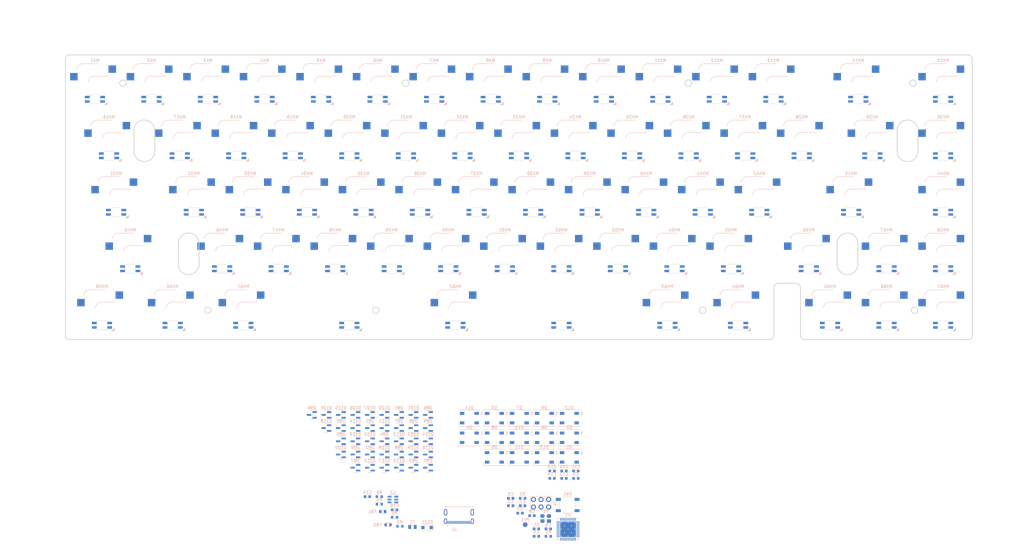
<source format=kicad_pcb>
(kicad_pcb (version 20211014) (generator pcbnew)
  (title_block (title "Synth Labs 065 Hotswap RGB PCB") (date "2021-11-01") (rev "1.0") (company "0xCB") (comment 1 "Conor Burns"))
  (layers (0 "F.Cu" signal) (31 "B.Cu" signal) (34 "B.Paste" user) (35 "F.Paste" user) (36 "B.SilkS" user "B.Silkscreen") (37 "F.SilkS" user "F.Silkscreen") (38 "B.Mask" user) (39 "F.Mask" user) (44 "Edge.Cuts" user))
  (net 0 "")
  (net 1 "GND")
  (net 2 "VCC")
  (net 3 "/XTAL1")
  (net 4 "/XTAL2")
  (net 5 "Net-(C8-Pad2)")
  (net 6 "Net-(C15-Pad1)")
  (net 7 "/RGB")
  (net 8 "Net-(D10-Pad2)")
  (net 9 "Net-(D1-Pad2)")
  (net 10 "Net-(D10-Pad4)")
  (net 11 "Net-(D11-Pad4)")
  (net 12 "Net-(D12-Pad4)")
  (net 13 "Net-(D15-Pad2)")
  (net 14 "Net-(D16-Pad2)")
  (net 15 "Net-(D13-Pad4)")
  (net 16 "Net-(D27-Pad2)")
  (net 17 "Net-(D28-Pad2)")
  (net 18 "Net-(D29-Pad2)")
  (net 19 "Net-(D30-Pad2)")
  (net 20 "Net-(D40-Pad4)")
  (net 21 "Net-(D41-Pad4)")
  (net 22 "Net-(D42-Pad4)")
  (net 23 "Net-(D45-Pad2)")
  (net 24 "Net-(D43-Pad4)")
  (net 25 "Net-(D56-Pad2)")
  (net 26 "Net-(D57-Pad2)")
  (net 27 "R0")
  (net 28 "Net-(D58-Pad2)")
  (net 29 "Net-(D80-Pad2)")
  (net 30 "Net-(D59-Pad2)")
  (net 31 "Net-(D81-Pad2)")
  (net 32 "Net-(D68-Pad4)")
  (net 33 "Net-(D82-Pad2)")
  (net 34 "Net-(D69-Pad4)")
  (net 35 "Net-(D70-Pad4)")
  (net 36 "Net-(D84-Pad1)")
  (net 37 "Net-(D84-Pad2)")
  (net 38 "Net-(D85-Pad1)")
  (net 39 "Net-(D85-Pad2)")
  (net 40 "Net-(D86-Pad2)")
  (net 41 "Net-(D87-Pad2)")
  (net 42 "R1")
  (net 43 "Net-(D88-Pad1)")
  (net 44 "Net-(D88-Pad2)")
  (net 45 "Net-(D89-Pad1)")
  (net 46 "Net-(D89-Pad2)")
  (net 47 "Net-(D90-Pad1)")
  (net 48 "Net-(D90-Pad2)")
  (net 49 "Net-(D71-Pad4)")
  (net 50 "Net-(D91-Pad2)")
  (net 51 "Net-(D92-Pad1)")
  (net 52 "Net-(D92-Pad2)")
  (net 53 "Net-(D93-Pad1)")
  (net 54 "Net-(D93-Pad2)")
  (net 55 "Net-(D94-Pad2)")
  (net 56 "Net-(D95-Pad2)")
  (net 57 "R2")
  (net 58 "Net-(D96-Pad1)")
  (net 59 "Net-(D96-Pad2)")
  (net 60 "Net-(D97-Pad1)")
  (net 61 "Net-(D97-Pad2)")
  (net 62 "Net-(D98-Pad1)")
  (net 63 "Net-(D98-Pad2)")
  (net 64 "Net-(D79-Pad2)")
  (net 65 "Net-(D99-Pad2)")
  (net 66 "Net-(D100-Pad1)")
  (net 67 "Net-(D100-Pad2)")
  (net 68 "Net-(D101-Pad1)")
  (net 70 "Net-(D103-Pad2)")
  (net 71 "R3")
  (net 72 "Net-(D104-Pad2)")
  (net 73 "Net-(D105-Pad1)")
  (net 74 "Net-(D105-Pad2)")
  (net 75 "Net-(D106-Pad1)")
  (net 76 "Net-(D87-Pad1)")
  (net 78 "Net-(D107-Pad2)")
  (net 79 "Net-(D95-Pad1)")
  (net 80 "Net-(D108-Pad2)")
  (net 81 "Net-(D109-Pad1)")
  (net 82 "Net-(D109-Pad2)")
  (net 83 "Net-(D110-Pad2)")
  (net 84 "R4")
  (net 85 "Net-(D111-Pad2)")
  (net 86 "Net-(D112-Pad1)")
  (net 87 "Net-(D112-Pad2)")
  (net 88 "Net-(D113-Pad1)")
  (net 89 "Net-(D113-Pad2)")
  (net 90 "Net-(D114-Pad2)")
  (net 91 "Net-(F1-Pad1)")
  (net 92 "Net-(FB2-Pad1)")
  (net 93 "/MISO")
  (net 94 "/SCK")
  (net 95 "/MOSI")
  (net 96 "RST")
  (net 97 "Net-(J2-PadA5)")
  (net 98 "/USB/DUSB+")
  (net 99 "/USB/DUSB-")
  (net 101 "Net-(J2-PadB5)")
  (net 103 "C0")
  (net 104 "C1")
  (net 105 "C2")
  (net 106 "C3")
  (net 107 "C4")
  (net 108 "C5")
  (net 109 "C6")
  (net 110 "C7")
  (net 111 "C8")
  (net 112 "C9")
  (net 113 "C10")
  (net 114 "C11")
  (net 115 "C12")
  (net 116 "C13")
  (net 117 "Net-(PF1-Pad1)")
  (net 118 "Net-(R2-Pad2)")
  (net 119 "/USB/DE-")
  (net 120 "/D-")
  (net 121 "/USB/DE+")
  (net 122 "/D+")
  (net 124 "Net-(D1-Pad4)")
  (net 126 "Net-(D2-Pad4)")
  (net 127 "Net-(D3-Pad4)")
  (net 128 "Net-(D4-Pad4)")
  (net 129 "Net-(D5-Pad4)")
  (net 130 "Net-(D6-Pad4)")
  (net 131 "Net-(D7-Pad4)")
  (net 132 "Net-(D8-Pad4)")
  (net 133 "Net-(D102-Pad2)")
  (net 134 "Net-(D17-Pad2)")
  (net 135 "Net-(D18-Pad2)")
  (net 136 "Net-(D19-Pad2)")
  (net 137 "Net-(D20-Pad2)")
  (net 138 "Net-(D21-Pad2)")
  (net 139 "Net-(D22-Pad2)")
  (net 140 "Net-(D23-Pad2)")
  (net 141 "Net-(D24-Pad2)")
  (net 142 "Net-(D25-Pad2)")
  (net 143 "Net-(D26-Pad2)")
  (net 144 "Net-(D30-Pad4)")
  (net 145 "Net-(D31-Pad4)")
  (net 146 "Net-(D32-Pad4)")
  (net 147 "Net-(D33-Pad4)")
  (net 148 "Net-(D34-Pad4)")
  (net 149 "Net-(D35-Pad4)")
  (net 150 "Net-(D36-Pad4)")
  (net 151 "Net-(D37-Pad4)")
  (net 152 "Net-(D38-Pad4)")
  (net 153 "Net-(D39-Pad4)")
  (net 154 "Net-(D46-Pad2)")
  (net 155 "Net-(D47-Pad2)")
  (net 156 "Net-(D48-Pad2)")
  (net 157 "Net-(D49-Pad2)")
  (net 158 "Net-(D50-Pad2)")
  (net 159 "Net-(D51-Pad2)")
  (net 160 "Net-(D52-Pad2)")
  (net 161 "Net-(D53-Pad2)")
  (net 162 "Net-(D54-Pad2)")
  (net 163 "Net-(D55-Pad2)")
  (net 164 "Net-(D103-Pad1)")
  (net 165 "Net-(D59-Pad4)")
  (net 166 "Net-(D60-Pad4)")
  (net 167 "Net-(D61-Pad4)")
  (net 168 "Net-(D62-Pad4)")
  (net 169 "Net-(D63-Pad4)")
  (net 170 "Net-(D64-Pad4)")
  (net 171 "Net-(D65-Pad4)")
  (net 172 "Net-(D66-Pad4)")
  (net 173 "Net-(D67-Pad4)")
  (net 174 "Net-(D104-Pad1)")
  (net 178 "Net-(D73-Pad2)")
  (net 179 "Net-(D74-Pad2)")
  (net 180 "Net-(D75-Pad2)")
  (net 181 "Net-(D76-Pad2)")
  (net 182 "Net-(D77-Pad2)")
  (net 183 "Net-(D114-Pad1)")
  (net 184 "Net-(D115-Pad2)")
  (net 185 "Net-(D78-Pad2)")
  (net 186 "Net-(D111-Pad1)")
  (net 187 "Net-(D86-Pad1)")
  (net 189 "Net-(D94-Pad1)")
  (net 190 "Net-(D116-Pad1)")
  (net 191 "Net-(D101-Pad2)")
  (net 192 "Net-(D102-Pad1)")
  (net 193 "Net-(D117-Pad1)")
  (net 194 "Net-(D117-Pad2)")
  (net 195 "Net-(D110-Pad1)")
  (net 196 "Net-(D118-Pad1)")
  (net 197 "Net-(D118-Pad2)")
  (net 198 "Net-(D119-Pad1)")
  (net 199 "Net-(D116-Pad2)")
  (net 200 "Net-(D119-Pad2)")
  (net 202 "Net-(D120-Pad2)")
  (footprint "0xcb:MX_SK6812MINI-E" (layer "F.Cu") (at 91.0225 98.39)
    (fp_text reference "D16" hide)
    (fp_text value "SK6812MINI-E")
    (fp_line (start -0.794452 3.58) (end 0.794453 3.58) (layer "Edge.Cuts") (width 0.1))
    (fp_line (start 1.699999 4.377157) (end 1.699999 5.782841) (layer "Edge.Cuts") (width 0.1))
    (fp_line (start -1.699999 5.782841) (end -1.699999 4.377157) (layer "Edge.Cuts") (width 0.1))
    (fp_line (start 0.794452 6.579999) (end -0.794452 6.579999) (layer "Edge.Cuts") (width 0.1))
    (fp_arc (start -0.794453 3.579999) (mid -0.925123 3.562622) (end -1.046711 3.5117) (layer "Edge.Cuts") (width 0.1))
    (fp_arc (start -1.749484 4.160279) (mid -1.638071 3.575964) (end -1.046711 3.5117) (layer "Edge.Cuts") (width 0.1))
    (fp_arc (start 1.046711 3.511701) (mid 1.638071 3.575965) (end 1.749484 4.160279) (layer "Edge.Cuts") (width 0.1))
    (fp_arc (start -1.04671 6.648298) (mid -0.925122 6.597376) (end -0.794452 6.579999) (layer "Edge.Cuts") (width 0.1))
    (fp_arc (start 1.046711 3.511701) (mid 0.925123 3.562623) (end 0.794453 3.58) (layer "Edge.Cuts") (width 0.1))
    (fp_arc (start 1.749484 5.999719) (mid 1.712527 5.894067) (end 1.699999 5.782841) (layer "Edge.Cuts") (width 0.1))
    (fp_arc (start 1.749484 5.999718) (mid 1.638072 6.584034) (end 1.046711 6.648298) (layer "Edge.Cuts") (width 0.1))
    (fp_arc (start 1.699999 4.377156) (mid 1.712527 4.265931) (end 1.749484 4.160279) (layer "Edge.Cuts") (width 0.1))
    (fp_arc (start -1.699999 5.782842) (mid -1.712527 5.894067) (end -1.749484 5.999719) (layer "Edge.Cuts") (width 0.1))
    (fp_arc (start 0.794452 6.579999) (mid 0.925123 6.597376) (end 1.046711 6.648298) (layer "Edge.Cuts") (width 0.1))
    (fp_arc (start -1.749484 4.160279) (mid -1.712527 4.265931) (end -1.699999 4.377157) (layer "Edge.Cuts") (width 0.1))
    (fp_arc (start -1.046711 6.648296) (mid -1.63807 6.584033) (end -1.749484 5.999719) (layer "Edge.Cuts") (width 0.1))
  )
  (footprint "0xcb:SW_Hotswap_Kailh_1.00u" (layer "F.Cu") (at 119.5975 117.44)
    (fp_text reference "MX18")
    (fp_text value "MX")
  )
  (footprint "0xcb:SW_Hotswap_Kailh_1.00u" (layer "F.Cu") (at 167.2225 98.39)
    (fp_text reference "MX6")
    (fp_text value "MX")
  )
  (footprint "0xcb:SW_Hotswap_Kailh_1.00u" (layer "F.Cu") (at 357.7225 174.59)
    (fp_text reference "MX67")
    (fp_text value "lft")
  )
  (footprint "0xcb:MX_SK6812MINI-E" (layer "F.Cu") (at 210.085 155.54)
    (fp_text reference "D65" hide)
    (fp_text value "SK6812MINI-E")
    (fp_line (start -1.699999 5.782841) (end -1.699999 4.377157) (layer "Edge.Cuts") (width 0.1))
    (fp_line (start -0.794452 3.58) (end 0.794453 3.58) (layer "Edge.Cuts") (width 0.1))
    (fp_line (start 1.699999 4.377157) (end 1.699999 5.782841) (layer "Edge.Cuts") (width 0.1))
    (fp_line (start 0.794452 6.579999) (end -0.794452 6.579999) (layer "Edge.Cuts") (width 0.1))
    (fp_arc (start 1.046711 3.511701) (mid 1.638071 3.575965) (end 1.749484 4.160279) (layer "Edge.Cuts") (width 0.1))
    (fp_arc (start -0.794453 3.579999) (mid -0.925123 3.562622) (end -1.046711 3.5117) (layer "Edge.Cuts") (width 0.1))
    (fp_arc (start -1.046711 6.648296) (mid -1.63807 6.584033) (end -1.749484 5.999719) (layer "Edge.Cuts") (width 0.1))
    (fp_arc (start 0.794452 6.579999) (mid 0.925123 6.597376) (end 1.046711 6.648298) (layer "Edge.Cuts") (width 0.1))
    (fp_arc (start 1.749484 5.999718) (mid 1.638072 6.584034) (end 1.046711 6.648298) (layer "Edge.Cuts") (width 0.1))
    (fp_arc (start -1.699999 5.782842) (mid -1.712527 5.894067) (end -1.749484 5.999719) (layer "Edge.Cuts") (width 0.1))
    (fp_arc (start -1.04671 6.648298) (mid -0.925122 6.597376) (end -0.794452 6.579999) (layer "Edge.Cuts") (width 0.1))
    (fp_arc (start 1.046711 3.511701) (mid 0.925123 3.562623) (end 0.794453 3.58) (layer "Edge.Cuts") (width 0.1))
    (fp_arc (start -1.749484 4.160279) (mid -1.638071 3.575964) (end -1.046711 3.5117) (layer "Edge.Cuts") (width 0.1))
    (fp_arc (start -1.749484 4.160279) (mid -1.712527 4.265931) (end -1.699999 4.377157) (layer "Edge.Cuts") (width 0.1))
    (fp_arc (start 1.699999 4.377156) (mid 1.712527 4.265931) (end 1.749484 4.160279) (layer "Edge.Cuts") (width 0.1))
    (fp_arc (start 1.749484 5.999719) (mid 1.712527 5.894067) (end 1.699999 5.782841) (layer "Edge.Cuts") (width 0.1))
  )
  (footprint "0xcb:MX_SK6812MINI-E" (layer "F.Cu") (at 319.6225 174.59)
    (fp_text reference "D81" hide)
    (fp_text value "SK6812MINI-E")
    (fp_line (start 0.794452 6.579999) (end -0.794452 6.579999) (layer "Edge.Cuts") (width 0.1))
    (fp_line (start 1.699999 4.377157) (end 1.699999 5.782841) (layer "Edge.Cuts") (width 0.1))
    (fp_line (start -0.794452 3.58) (end 0.794453 3.58) (layer "Edge.Cuts") (width 0.1))
    (fp_line (start -1.699999 5.782841) (end -1.699999 4.377157) (layer "Edge.Cuts") (width 0.1))
    (fp_arc (start 1.699999 4.377156) (mid 1.712527 4.265931) (end 1.749484 4.160279) (layer "Edge.Cuts") (width 0.1))
    (fp_arc (start -1.699999 5.782842) (mid -1.712527 5.894067) (end -1.749484 5.999719) (layer "Edge.Cuts") (width 0.1))
    (fp_arc (start -1.04671 6.648298) (mid -0.925122 6.597376) (end -0.794452 6.579999) (layer "Edge.Cuts") (width 0.1))
    (fp_arc (start 1.749484 5.999718) (mid 1.638072 6.584034) (end 1.046711 6.648298) (layer "Edge.Cuts") (width 0.1))
    (fp_arc (start 1.749484 5.999719) (mid 1.712527 5.894067) (end 1.699999 5.782841) (layer "Edge.Cuts") (width 0.1))
    (fp_arc (start -1.749484 4.160279) (mid -1.638071 3.575964) (end -1.046711 3.5117) (layer "Edge.Cuts") (width 0.1))
    (fp_arc (start -1.046711 6.648296) (mid -1.63807 6.584033) (end -1.749484 5.999719) (layer "Edge.Cuts") (width 0.1))
    (fp_arc (start -0.794453 3.579999) (mid -0.925123 3.562622) (end -1.046711 3.5117) (layer "Edge.Cuts") (width 0.1))
    (fp_arc (start 1.046711 3.511701) (mid 1.638071 3.575965) (end 1.749484 4.160279) (layer "Edge.Cuts") (width 0.1))
    (fp_arc (start -1.749484 4.160279) (mid -1.712527 4.265931) (end -1.699999 4.377157) (layer "Edge.Cuts") (width 0.1))
    (fp_arc (start 0.794452 6.579999) (mid 0.925123 6.597376) (end 1.046711 6.648298) (layer "Edge.Cuts") (width 0.1))
    (fp_arc (start 1.046711 3.511701) (mid 0.925123 3.562623) (end 0.794453 3.58) (layer "Edge.Cuts") (width 0.1))
  )
  (footprint "0xcb:MX_SK6812MINI-E" (layer "F.Cu") (at 357.7225 155.54)
    (fp_text reference "D72" hide)
    (fp_text value "SK6812MINI-E")
    (fp_line (start 1.699999 4.377157) (end 1.699999 5.782841) (layer "Edge.Cuts") (width 0.1))
    (fp_line (start -0.794452 3.58) (end 0.794453 3.58) (layer "Edge.Cuts") (width 0.1))
    (fp_line (start -1.699999 5.782841) (end -1.699999 4.377157) (layer "Edge.Cuts") (width 0.1))
    (fp_line (start 0.794452 6.579999) (end -0.794452 6.579999) (layer "Edge.Cuts") (width 0.1))
    (fp_arc (start 1.749484 5.999719) (mid 1.712527 5.894067) (end 1.699999 5.782841) (layer "Edge.Cuts") (width 0.1))
    (fp_arc (start -1.04671 6.648298) (mid -0.925122 6.597376) (end -0.794452 6.579999) (layer "Edge.Cuts") (width 0.1))
    (fp_arc (start -1.046711 6.648296) (mid -1.63807 6.584033) (end -1.749484 5.999719) (layer "Edge.Cuts") (width 0.1))
    (fp_arc (start -1.749484 4.160279) (mid -1.712527 4.265931) (end -1.699999 4.377157) (layer "Edge.Cuts") (width 0.1))
    (fp_arc (start 1.046711 3.511701) (mid 1.638071 3.575965) (end 1.749484 4.160279) (layer "Edge.Cuts") (width 0.1))
    (fp_arc (start -1.749484 4.160279) (mid -1.638071 3.575964) (end -1.046711 3.5117) (layer "Edge.Cuts") (width 0.1))
    (fp_arc (start 1.749484 5.999718) (mid 1.638072 6.584034) (end 1.046711 6.648298) (layer "Edge.Cuts") (width 0.1))
    (fp_arc (start 1.699999 4.377156) (mid 1.712527 4.265931) (end 1.749484 4.160279) (layer "Edge.Cuts") (width 0.1))
    (fp_arc (start -0.794453 3.579999) (mid -0.925123 3.562622) (end -1.046711 3.5117) (layer "Edge.Cuts") (width 0.1))
    (fp_arc (start 0.794452 6.579999) (mid 0.925123 6.597376) (end 1.046711 6.648298) (layer "Edge.Cuts") (width 0.1))
    (fp_arc (start -1.699999 5.782842) (mid -1.712527 5.894067) (end -1.749484 5.999719) (layer "Edge.Cuts") (width 0.1))
    (fp_arc (start 1.046711 3.511701) (mid 0.925123 3.562623) (end 0.794453 3.58) (layer "Edge.Cuts") (width 0.1))
  )
  (footprint "0xcb:SW_Hotswap_Kailh_1.25u" (layer "F.Cu") (at 74.35375 174.59)
    (fp_text reference "MX59")
    (fp_text value "MX")
  )
  (footprint "0xcb:SW_Hotswap_Kailh_1.00u" (layer "F.Cu") (at 181.51 136.49)
    (fp_text reference "MX36")
    (fp_text value "MX")
  )
  (footprint "0xcb:SW_Hotswap_Kailh_1.00u" (layer "F.Cu") (at 91.0225 98.39)
    (fp_text reference "MX2")
    (fp_text value "MX")
  )
  (footprint "0xcb:MX_SK6812MINI-E" (layer "F.Cu") (at 262.4725 98.39)
    (fp_text reference "D25" hide)
    (fp_text value "SK6812MINI-E")
    (fp_line (start 0.794452 6.579999) (end -0.794452 6.579999) (layer "Edge.Cuts") (width 0.1))
    (fp_line (start -0.794452 3.58) (end 0.794453 3.58) (layer "Edge.Cuts") (width 0.1))
    (fp_line (start 1.699999 4.377157) (end 1.699999 5.782841) (layer "Edge.Cuts") (width 0.1))
    (fp_line (start -1.699999 5.782841) (end -1.699999 4.377157) (layer "Edge.Cuts") (width 0.1))
    (fp_arc (start 1.699999 4.377156) (mid 1.712527 4.265931) (end 1.749484 4.160279) (layer "Edge.Cuts") (width 0.1))
    (fp_arc (start 1.749484 5.999718) (mid 1.638072 6.584034) (end 1.046711 6.648298) (layer "Edge.Cuts") (width 0.1))
    (fp_arc (start -1.749484 4.160279) (mid -1.712527 4.265931) (end -1.699999 4.377157) (layer "Edge.Cuts") (width 0.1))
    (fp_arc (start -0.794453 3.579999) (mid -0.925123 3.562622) (end -1.046711 3.5117) (layer "Edge.Cuts") (width 0.1))
    (fp_arc (start 1.046711 3.511701) (mid 1.638071 3.575965) (end 1.749484 4.160279) (layer "Edge.Cuts") (width 0.1))
    (fp_arc (start -1.749484 4.160279) (mid -1.638071 3.575964) (end -1.046711 3.5117) (layer "Edge.Cuts") (width 0.1))
    (fp_arc (start -1.699999 5.782842) (mid -1.712527 5.894067) (end -1.749484 5.999719) (layer "Edge.Cuts") (width 0.1))
    (fp_arc (start 0.794452 6.579999) (mid 0.925123 6.597376) (end 1.046711 6.648298) (layer "Edge.Cuts") (width 0.1))
    (fp_arc (start -1.046711 6.648296) (mid -1.63807 6.584033) (end -1.749484 5.999719) (layer "Edge.Cuts") (width 0.1))
    (fp_arc (start 1.046711 3.511701) (mid 0.925123 3.562623) (end 0.794453 3.58) (layer "Edge.Cuts") (width 0.1))
    (fp_arc (start -1.04671 6.648298) (mid -0.925122 6.597376) (end -0.794452 6.579999) (layer "Edge.Cuts") (width 0.1))
    (fp_arc (start 1.749484 5.999719) (mid 1.712527 5.894067) (end 1.699999 5.782841) (layer "Edge.Cuts") (width 0.1))
  )
  (footprint "0xcb:MX_SK6812MINI-E" (layer "F.Cu") (at 110.0725 98.39)
    (fp_text reference "D17" hide)
    (fp_text value "SK6812MINI-E")
    (fp_line (start -1.699999 5.782841) (end -1.699999 4.377157) (layer "Edge.Cuts") (width 0.1))
    (fp_line (start 0.794452 6.579999) (end -0.794452 6.579999) (layer "Edge.Cuts") (width 0.1))
    (fp_line (start 1.699999 4.377157) (end 1.699999 5.782841) (layer "Edge.Cuts") (width 0.1))
    (fp_line (start -0.794452 3.58) (end 0.794453 3.58) (layer "Edge.Cuts") (width 0.1))
    (fp_arc (start 1.046711 3.511701) (mid 0.925123 3.562623) (end 0.794453 3.58) (layer "Edge.Cuts") (width 0.1))
    (fp_arc (start -1.749484 4.160279) (mid -1.712527 4.265931) (end -1.699999 4.377157) (layer "Edge.Cuts") (width 0.1))
    (fp_arc (start 0.794452 6.579999) (mid 0.925123 6.597376) (end 1.046711 6.648298) (layer "Edge.Cuts") (width 0.1))
    (fp_arc (start -0.794453 3.579999) (mid -0.925123 3.562622) (end -1.046711 3.5117) (layer "Edge.Cuts") (width 0.1))
    (fp_arc (start 1.699999 4.377156) (mid 1.712527 4.265931) (end 1.749484 4.160279) (layer "Edge.Cuts") (width 0.1))
    (fp_arc (start -1.699999 5.782842) (mid -1.712527 5.894067) (end -1.749484 5.999719) (layer "Edge.Cuts") (width 0.1))
    (fp_arc (start -1.749484 4.160279) (mid -1.638071 3.575964) (end -1.046711 3.5117) (layer "Edge.Cuts") (width 0.1))
    (fp_arc (start -1.04671 6.648298) (mid -0.925122 6.597376) (end -0.794452 6.579999) (layer "Edge.Cuts") (width 0.1))
    (fp_arc (start 1.749484 5.999719) (mid 1.712527 5.894067) (end 1.699999 5.782841) (layer "Edge.Cuts") (width 0.1))
    (fp_arc (start 1.749484 5.999718) (mid 1.638072 6.584034) (end 1.046711 6.648298) (layer "Edge.Cuts") (width 0.1))
    (fp_arc (start -1.046711 6.648296) (mid -1.63807 6.584033) (end -1.749484 5.999719) (layer "Edge.Cuts") (width 0.1))
    (fp_arc (start 1.046711 3.511701) (mid 1.638071 3.575965) (end 1.749484 4.160279) (layer "Edge.Cuts") (width 0.1))
  )
  (footprint "0xcb:MX_SK6812MINI-E" (layer "F.Cu") (at 229.135 174.59)
    (fp_text reference "D78" hide)
    (fp_text value "SK6812MINI-E")
    (fp_line (start 0.794452 6.579999) (end -0.794452 6.579999) (layer "Edge.Cuts") (width 0.1))
    (fp_line (start -1.699999 5.782841) (end -1.699999 4.377157) (layer "Edge.Cuts") (width 0.1))
    (fp_line (start 1.699999 4.377157) (end 1.699999 5.782841) (layer "Edge.Cuts") (width 0.1))
    (fp_line (start -0.794452 3.58) (end 0.794453 3.58) (layer "Edge.Cuts") (width 0.1))
    (fp_arc (start -1.749484 4.160279) (mid -1.712527 4.265931) (end -1.699999 4.377157) (layer "Edge.Cuts") (width 0.1))
    (fp_arc (start -1.046711 6.648296) (mid -1.63807 6.584033) (end -1.749484 5.999719) (layer "Edge.Cuts") (width 0.1))
    (fp_arc (start 1.046711 3.511701) (mid 0.925123 3.562623) (end 0.794453 3.58) (layer "Edge.Cuts") (width 0.1))
    (fp_arc (start 1.749484 5.999719) (mid 1.712527 5.894067) (end 1.699999 5.782841) (layer "Edge.Cuts") (width 0.1))
    (fp_arc (start 1.699999 4.377156) (mid 1.712527 4.265931) (end 1.749484 4.160279) (layer "Edge.Cuts") (width 0.1))
    (fp_arc (start -1.749484 4.160279) (mid -1.638071 3.575964) (end -1.046711 3.5117) (layer "Edge.Cuts") (width 0.1))
    (fp_arc (start -0.794453 3.579999) (mid -0.925123 3.562622) (end -1.046711 3.5117) (layer "Edge.Cuts") (width 0.1))
    (fp_arc (start -1.699999 5.782842) (mid -1.712527 5.894067) (end -1.749484 5.999719) (layer "Edge.Cuts") (width 0.1))
    (fp_arc (start 0.794452 6.579999) (mid 0.925123 6.597376) (end 1.046711 6.648298) (layer "Edge.Cuts") (width 0.1))
    (fp_arc (start 1.046711 3.511701) (mid 1.638071 3.575965) (end 1.749484 4.160279) (layer "Edge.Cuts") (width 0.1))
    (fp_arc (start -1.04671 6.648298) (mid -0.925122 6.597376) (end -0.794452 6.579999) (layer "Edge.Cuts") (width 0.1))
    (fp_arc (start 1.749484 5.999718) (mid 1.638072 6.584034) (end 1.046711 6.648298) (layer "Edge.Cuts") (width 0.1))
  )
  (footprint "0xcb:MX_SK6812MINI-E" (layer "F.Cu") (at 338.6725 155.54)
    (fp_text reference "D71" hide)
    (fp_text value "SK6812MINI-E")
    (fp_line (start 0.794452 6.579999) (end -0.794452 6.579999) (layer "Edge.Cuts") (width 0.1))
    (fp_line (start -0.794452 3.58) (end 0.794453 3.58) (layer "Edge.Cuts") (width 0.1))
    (fp_line (start -1.699999 5.782841) (end -1.699999 4.377157) (layer "Edge.Cuts") (width 0.1))
    (fp_line (start 1.699999 4.377157) (end 1.699999 5.782841) (layer "Edge.Cuts") (width 0.1))
    (fp_arc (start -1.749484 4.160279) (mid -1.638071 3.575964) (end -1.046711 3.5117) (layer "Edge.Cuts") (width 0.1))
    (fp_arc (start 1.699999 4.377156) (mid 1.712527 4.265931) (end 1.749484 4.160279) (layer "Edge.Cuts") (width 0.1))
    (fp_arc (start -1.046711 6.648296) (mid -1.63807 6.584033) (end -1.749484 5.999719) (layer "Edge.Cuts") (width 0.1))
    (fp_arc (start -1.749484 4.160279) (mid -1.712527 4.265931) (end -1.699999 4.377157) (layer "Edge.Cuts") (width 0.1))
    (fp_arc (start 0.794452 6.579999) (mid 0.925123 6.597376) (end 1.046711 6.648298) (layer "Edge.Cuts") (width 0.1))
    (fp_arc (start -1.699999 5.782842) (mid -1.712527 5.894067) (end -1.749484 5.999719) (layer "Edge.Cuts") (width 0.1))
    (fp_arc (start 1.749484 5.999718) (mid 1.638072 6.584034) (end 1.046711 6.648298) (layer "Edge.Cuts") (width 0.1))
    (fp_arc (start -0.794453 3.579999) (mid -0.925123 3.562622) (end -1.046711 3.5117) (layer "Edge.Cuts") (width 0.1))
    (fp_arc (start 1.046711 3.511701) (mid 0.925123 3.562623) (end 0.794453 3.58) (layer "Edge.Cuts") (width 0.1))
    (fp_arc (start 1.749484 5.999719) (mid 1.712527 5.894067) (end 1.699999 5.782841) (layer "Edge.Cuts") (width 0.1))
    (fp_arc (start -1.04671 6.648298) (mid -0.925122 6.597376) (end -0.794452 6.579999) (layer "Edge.Cuts") (width 0.1))
    (fp_arc (start 1.046711 3.511701) (mid 1.638071 3.575965) (end 1.749484 4.160279) (layer "Edge.Cuts") (width 0.1))
  )
  (footprint "0xcb:SW_Hotswap_Kailh_1.25u" (layer "F.Cu") (at 98.16625 174.59)
    (fp_text reference "MX60")
    (fp_text value "MX")
  )
  (footprint "0xcb:SW_Hotswap_Kailh_1.00u" (layer "F.Cu") (at 357.7225 155.54)
    (fp_text reference "MX58")
    (fp_text value "MX")
  )
  (footprint "0xcb:MX_SK6812MINI-E" (layer "F.Cu") (at 357.7225 98.39)
    (fp_text reference "D29" hide)
    (fp_text value "SK6812MINI-E")
    (fp_line (start -0.794452 3.58) (end 0.794453 3.58) (layer "Edge.Cuts") (width 0.1))
    (fp_line (start -1.699999 5.782841) (end -1.699999 4.377157) (layer "Edge.Cuts") (width 0.1))
    (fp_line (start 0.794452 6.579999) (end -0.794452 6.579999) (layer "Edge.Cuts") (width 0.1))
    (fp_line (start 1.699999 4.377157) (end 1.699999 5.782841) (layer "Edge.Cuts") (width 0.1))
    (fp_arc (start 1.046711 3.511701) (mid 1.638071 3.575965) (end 1.749484 4.160279) (layer "Edge.Cuts") (width 0.1))
    (fp_arc (start -0.794453 3.579999) (mid -0.925123 3.562622) (end -1.046711 3.5117) (layer "Edge.Cuts") (width 0.1))
    (fp_arc (start -1.04671 6.648298) (mid -0.925122 6.597376) (end -0.794452 6.579999) (layer "Edge.Cuts") (width 0.1))
    (fp_arc (start 1.046711 3.511701) (mid 0.925123 3.562623) (end 0.794453 3.58) (layer "Edge.Cuts") (width 0.1))
    (fp_arc (start 1.699999 4.377156) (mid 1.712527 4.265931) (end 1.749484 4.160279) (layer "Edge.Cuts") (width 0.1))
    (fp_arc (start 1.749484 5.999718) (mid 1.638072 6.584034) (end 1.046711 6.648298) (layer "Edge.Cuts") (width 0.1))
    (fp_arc (start -1.749484 4.160279) (mid -1.638071 3.575964) (end -1.046711 3.5117) (layer "Edge.Cuts") (width 0.1))
    (fp_arc (start -1.749484 4.160279) (mid -1.712527 4.265931) (end -1.699999 4.377157) (layer "Edge.Cuts") (width 0.1))
    (fp_arc (start 1.749484 5.999719) (mid 1.712527 5.894067) (end 1.699999 5.782841) (layer "Edge.Cuts") (width 0.1))
    (fp_arc (start 0.794452 6.579999) (mid 0.925123 6.597376) (end 1.046711 6.648298) (layer "Edge.Cuts") (width 0.1))
    (fp_arc (start -1.046711 6.648296) (mid -1.63807 6.584033) (end -1.749484 5.999719) (layer "Edge.Cuts") (width 0.1))
    (fp_arc (start -1.699999 5.782842) (mid -1.712527 5.894067) (end -1.749484 5.999719) (layer "Edge.Cuts") (width 0.1))
  )
  (footprint "0xcb:MX_SK6812MINI-E" (layer "F.Cu") (at 143.41 136.49)
    (fp_text reference "D48" hide)
    (fp_text value "SK6812MINI-E")
    (fp_line (start 0.794452 6.579999) (end -0.794452 6.579999) (layer "Edge.Cuts") (width 0.1))
    (fp_line (start -0.794452 3.58) (end 0.794453 3.58) (layer "Edge.Cuts") (width 0.1))
    (fp_line (start 1.699999 4.377157) (end 1.699999 5.782841) (layer "Edge.Cuts") (width 0.1))
    (fp_line (start -1.699999 5.782841) (end -1.699999 4.377157) (layer "Edge.Cuts") (width 0.1))
    (fp_arc (start -1.749484 4.160279) (mid -1.712527 4.265931) (end -1.699999 4.377157) (layer "Edge.Cuts") (width 0.1))
    (fp_arc (start -1.699999 5.782842) (mid -1.712527 5.894067) (end -1.749484 5.999719) (layer "Edge.Cuts") (width 0.1))
    (fp_arc (start 1.749484 5.999718) (mid 1.638072 6.584034) (end 1.046711 6.648298) (layer "Edge.Cuts") (width 0.1))
    (fp_arc (start 1.749484 5.999719) (mid 1.712527 5.894067) (end 1.699999 5.782841) (layer "Edge.Cuts") (width 0.1))
    (fp_arc (start -1.046711 6.648296) (mid -1.63807 6.584033) (end -1.749484 5.999719) (layer "Edge.Cuts") (width 0.1))
    (fp_arc (start 0.794452 6.579999) (mid 0.925123 6.597376) (end 1.046711 6.648298) (layer "Edge.Cuts") (width 0.1))
    (fp_arc (start 1.046711 3.511701) (mid 0.925123 3.562623) (end 0.794453 3.58) (layer "Edge.Cuts") (width 0.1))
    (fp_arc (start 1.699999 4.377156) (mid 1.712527 4.265931) (end 1.749484 4.160279) (layer "Edge.Cuts") (width 0.1))
    (fp_arc (start -0.794453 3.579999) (mid -0.925123 3.562622) (end -1.046711 3.5117) (layer "Edge.Cuts") (width 0.1))
    (fp_arc (start 1.046711 3.511701) (mid 1.638071 3.575965) (end 1.749484 4.160279) (layer "Edge.Cuts") (width 0.1))
    (fp_arc (start -1.04671 6.648298) (mid -0.925122 6.597376) (end -0.794452 6.579999) (layer "Edge.Cuts") (width 0.1))
    (fp_arc (start -1.749484 4.160279) (mid -1.638071 3.575964) (end -1.046711 3.5117) (layer "Edge.Cuts") (width 0.1))
  )
  (footprint "0xcb:SW_Hotswap_Kailh_1.00u" (layer "F.Cu") (at 157.6975 117.44)
    (fp_text reference "MX20")
    (fp_text value "MX")
  )
  (footprint "0xcb:SW_Hotswap_Kailh_1.00u" (layer "F.Cu") (at 257.71 136.49)
    (fp_text reference "MX40")
    (fp_text value "MX")
  )
  (footprint "0xcb:MX_SK6812MINI-E" (layer "F.Cu") (at 74.35375 174.59)
    (fp_text reference "D73" hide)
    (fp_text value "SK6812MINI-E")
    (fp_line (start -0.794452 3.58) (end 0.794453 3.58) (layer "Edge.Cuts") (width 0.1))
    (fp_line (start 1.699999 4.377157) (end 1.699999 5.782841) (layer "Edge.Cuts") (width 0.1))
    (fp_line (start -1.699999 5.782841) (end -1.699999 4.377157) (layer "Edge.Cuts") (width 0.1))
    (fp_line (start 0.794452 6.579999) (end -0.794452 6.579999) (layer "Edge.Cuts") (width 0.1))
    (fp_arc (start -1.699999 5.782842) (mid -1.712527 5.894067) (end -1.749484 5.999719) (layer "Edge.Cuts") (width 0.1))
    (fp_arc (start -1.749484 4.160279) (mid -1.712527 4.265931) (end -1.699999 4.377157) (layer "Edge.Cuts") (width 0.1))
    (fp_arc (start 1.749484 5.999719) (mid 1.712527 5.894067) (end 1.699999 5.782841) (layer "Edge.Cuts") (width 0.1))
    (fp_arc (start 1.046711 3.511701) (mid 1.638071 3.575965) (end 1.749484 4.160279) (layer "Edge.Cuts") (width 0.1))
    (fp_arc (start -1.749484 4.160279) (mid -1.638071 3.575964) (end -1.046711 3.5117) (layer "Edge.Cuts") (width 0.1))
    (fp_arc (start 1.046711 3.511701) (mid 0.925123 3.562623) (end 0.794453 3.58) (layer "Edge.Cuts") (width 0.1))
    (fp_arc (start 1.749484 5.999718) (mid 1.638072 6.584034) (end 1.046711 6.648298) (layer "Edge.Cuts") (width 0.1))
    (fp_arc (start 1.699999 4.377156) (mid 1.712527 4.265931) (end 1.749484 4.160279) (layer "Edge.Cuts") (width 0.1))
    (fp_arc (start -0.794453 3.579999) (mid -0.925123 3.562622) (end -1.046711 3.5117) (layer "Edge.Cuts") (width 0.1))
    (fp_arc (start -1.04671 6.648298) (mid -0.925122 6.597376) (end -0.794452 6.579999) (layer "Edge.Cuts") (width 0.1))
    (fp_arc (start 0.794452 6.579999) (mid 0.925123 6.597376) (end 1.046711 6.648298) (layer "Edge.Cuts") (width 0.1))
    (fp_arc (start -1.046711 6.648296) (mid -1.63807 6.584033) (end -1.749484 5.999719) (layer "Edge.Cuts") (width 0.1))
  )
  (footprint "0xcb:MX_SK6812MINI-E" (layer "F.Cu") (at 248.185 155.54)
    (fp_text reference "D67" hide)
    (fp_text value "SK6812MINI-E")
    (fp_line (start -0.794452 3.58) (end 0.794453 3.58) (layer "Edge.Cuts") (width 0.1))
    (fp_line (start 1.699999 4.377157) (end 1.699999 5.782841) (layer "Edge.Cuts") (width 0.1))
    (fp_line (start -1.699999 5.782841) (end -1.699999 4.377157) (layer "Edge.Cuts") (width 0.1))
    (fp_line (start 0.794452 6.579999) (end -0.794452 6.579999) (layer "Edge.Cuts") (width 0.1))
    (fp_arc (start -0.794453 3.579999) (mid -0.925123 3.562622) (end -1.046711 3.5117) (layer "Edge.Cuts") (width 0.1))
    (fp_arc (start 1.749484 5.999719) (mid 1.712527 5.894067) (end 1.699999 5.782841) (layer "Edge.Cuts") (width 0.1))
    (fp_arc (start 1.046711 3.511701) (mid 0.925123 3.562623) (end 0.794453 3.58) (layer "Edge.Cuts") (width 0.1))
    (fp_arc (start 0.794452 6.579999) (mid 0.925123 6.597376) (end 1.046711 6.648298) (layer "Edge.Cuts") (width 0.1))
    (fp_arc (start 1.699999 4.377156) (mid 1.712527 4.265931) (end 1.749484 4.160279) (layer "Edge.Cuts") (width 0.1))
    (fp_arc (start -1.749484 4.160279) (mid -1.712527 4.265931) (end -1.699999 4.377157) (layer "Edge.Cuts") (width 0.1))
    (fp_arc (start -1.699999 5.782842) (mid -1.712527 5.894067) (end -1.749484 5.999719) (layer "Edge.Cuts") (width 0.1))
    (fp_arc (start 1.749484 5.999718) (mid 1.638072 6.584034) (end 1.046711 6.648298) (layer "Edge.Cuts") (width 0.1))
    (fp_arc (start -1.749484 4.160279) (mid -1.638071 3.575964) (end -1.046711 3.5117) (layer "Edge.Cuts") (width 0.1))
    (fp_arc (start -1.046711 6.648296) (mid -1.63807 6.584033) (end -1.749484 5.999719) (layer "Edge.Cuts") (width 0.1))
    (fp_arc (start 1.046711 3.511701) (mid 1.638071 3.575965) (end 1.749484 4.160279) (layer "Edge.Cuts") (width 0.1))
    (fp_arc (start -1.04671 6.648298) (mid -0.925122 6.597376) (end -0.794452 6.579999) (layer "Edge.Cuts") (width 0.1))
  )
  (footprint "0xcb:SW_Hotswap_Kailh_1.00u" (layer "F.Cu") (at 310.0975 117.44)
    (fp_text reference "MX28")
    (fp_text value "MX")
  )
  (footprint "0xcb:MX_SK6812MINI-E" (layer "F.Cu") (at 214.8475 117.44)
    (fp_text reference "D37" hide)
    (fp_text value "SK6812MINI-E")
    (fp_line (start -0.794452 3.58) (end 0.794453 3.58) (layer "Edge.Cuts") (width 0.1))
    (fp_line (start 1.699999 4.377157) (end 1.699999 5.782841) (layer "Edge.Cuts") (width 0.1))
    (fp_line (start -1.699999 5.782841) (end -1.699999 4.377157) (layer "Edge.Cuts") (width 0.1))
    (fp_line (start 0.794452 6.579999) (end -0.794452 6.579999) (layer "Edge.Cuts") (width 0.1))
    (fp_arc (start -1.04671 6.648298) (mid -0.925122 6.597376) (end -0.794452 6.579999) (layer "Edge.Cuts") (width 0.1))
    (fp_arc (start 0.794452 6.579999) (mid 0.925123 6.597376) (end 1.046711 6.648298) (layer "Edge.Cuts") (width 0.1))
    (fp_arc (start -1.749484 4.160279) (mid -1.712527 4.265931) (end -1.699999 4.377157) (layer "Edge.Cuts") (width 0.1))
    (fp_arc (start -1.699999 5.782842) (mid -1.712527 5.894067) (end -1.749484 5.999719) (layer "Edge.Cuts") (width 0.1))
    (fp_arc (start 1.749484 5.999719) (mid 1.712527 5.894067) (end 1.699999 5.782841) (layer "Edge.Cuts") (width 0.1))
    (fp_arc (start 1.046711 3.511701) (mid 1.638071 3.575965) (end 1.749484 4.160279) (layer "Edge.Cuts") (width 0.1))
    (fp_arc (start 1.749484 5.999718) (mid 1.638072 6.584034) (end 1.046711 6.648298) (layer "Edge.Cuts") (width 0.1))
    (fp_arc (start -1.749484 4.160279) (mid -1.638071 3.575964) (end -1.046711 3.5117) (layer "Edge.Cuts") (width 0.1))
    (fp_arc (start -0.794453 3.579999) (mid -0.925123 3.562622) (end -1.046711 3.5117) (layer "Edge.Cuts") (width 0.1))
    (fp_arc (start 1.046711 3.511701) (mid 0.925123 3.562623) (end 0.794453 3.58) (layer "Edge.Cuts") (width 0.1))
    (fp_arc (start -1.046711 6.648296) (mid -1.63807 6.584033) (end -1.749484 5.999719) (layer "Edge.Cuts") (width 0.1))
    (fp_arc (start 1.699999 4.377156) (mid 1.712527 4.265931) (end 1.749484 4.160279) (layer "Edge.Cuts") (width 0.1))
  )
  (footprint "0xcb:SW_Hotswap_Kailh_1.00u" (layer "F.Cu") (at 229.135 155.54)
    (fp_text reference "MX52")
    (fp_text value "MX")
  )
  (footprint "0xcb:MX_SK6812MINI-E" (layer "F.Cu") (at 329.1475 98.39)
    (fp_text reference "D28" hide)
    (fp_text value "SK6812MINI-E")
    (fp_line (start 0.794452 6.579999) (end -0.794452 6.579999) (layer "Edge.Cuts") (width 0.1))
    (fp_line (start -1.699999 5.782841) (end -1.699999 4.377157) (layer "Edge.Cuts") (width 0.1))
    (fp_line (start 1.699999 4.377157) (end 1.699999 5.782841) (layer "Edge.Cuts") (width 0.1))
    (fp_line (start -0.794452 3.58) (end 0.794453 3.58) (layer "Edge.Cuts") (width 0.1))
    (fp_arc (start -1.046711 6.648296) (mid -1.63807 6.584033) (end -1.749484 5.999719) (layer "Edge.Cuts") (width 0.1))
    (fp_arc (start 1.749484 5.999718) (mid 1.638072 6.584034) (end 1.046711 6.648298) (layer "Edge.Cuts") (width 0.1))
    (fp_arc (start 1.046711 3.511701) (mid 1.638071 3.575965) (end 1.749484 4.160279) (layer "Edge.Cuts") (width 0.1))
    (fp_arc (start 0.794452 6.579999) (mid 0.925123 6.597376) (end 1.046711 6.648298) (layer "Edge.Cuts") (width 0.1))
    (fp_arc (start -1.04671 6.648298) (mid -0.925122 6.597376) (end -0.794452 6.579999) (layer "Edge.Cuts") (width 0.1))
    (fp_arc (start -1.749484 4.160279) (mid -1.712527 4.265931) (end -1.699999 4.377157) (layer "Edge.Cuts") (width 0.1))
    (fp_arc (start -1.749484 4.160279) (mid -1.638071 3.575964) (end -1.046711 3.5117) (layer "Edge.Cuts") (width 0.1))
    (fp_arc (start 1.749484 5.999719) (mid 1.712527 5.894067) (end 1.699999 5.782841) (layer "Edge.Cuts") (width 0.1))
    (fp_arc (start 1.699999 4.377156) (mid 1.712527 4.265931) (end 1.749484 4.160279) (layer "Edge.Cuts") (width 0.1))
    (fp_arc (start -0.794453 3.579999) (mid -0.925123 3.562622) (end -1.046711 3.5117) (layer "Edge.Cuts") (width 0.1))
    (fp_arc (start 1.046711 3.511701) (mid 0.925123 3.562623) (end 0.794453 3.58) (layer "Edge.Cuts") (width 0.1))
    (fp_arc (start -1.699999 5.782842) (mid -1.712527 5.894067) (end -1.749484 5.999719) (layer "Edge.Cuts") (width 0.1))
  )
  (footprint "0xcb:SW_Hotswap_Kailh_1.00u" (layer "F.Cu") (at 205.3225 98.39)
    (fp_text reference "MX8")
    (fp_text value "MX")
  )
  (footprint "0xcb:SW_Hotswap_Kailh_1.00u" (layer "F.Cu") (at 281.5225 98.39)
    (fp_text reference "MX12")
    (fp_text value "MX")
  )
  (footprint "0xcb:SW_Hotswap_Kailh_1.00u" (layer "F.Cu") (at 114.835 155.54)
    (fp_text reference "MX46")
    (fp_text value "MX")
  )
  (footprint "0xcb:SW_Hotswap_Kailh_1.00u" (layer "F.Cu") (at 219.61 136.49)
    (fp_text reference "MX38")
    (fp_text value "MX")
  )
  (footprint "0xcb:MX_SK6812MINI-E" (layer "F.Cu") (at 200.56 136.49)
    (fp_text reference "D51" hide)
    (fp_text value "SK6812MINI-E")
    (fp_line (start -1.699999 5.782841) (end -1.699999 4.377157) (layer "Edge.Cuts") (width 0.1))
    (fp_line (start 1.699999 4.377157) (end 1.699999 5.782841) (layer "Edge.Cuts") (width 0.1))
    (fp_line (start 0.794452 6.579999) (end -0.794452 6.579999) (layer "Edge.Cuts") (width 0.1))
    (fp_line (start -0.794452 3.58) (end 0.794453 3.58) (layer "Edge.Cuts") (width 0.1))
    (fp_arc (start 0.794452 6.579999) (mid 0.925123 6.597376) (end 1.046711 6.648298) (layer "Edge.Cuts") (width 0.1))
    (fp_arc (start 1.749484 5.999718) (mid 1.638072 6.584034) (end 1.046711 6.648298) (layer "Edge.Cuts") (width 0.1))
    (fp_arc (start -0.794453 3.579999) (mid -0.925123 3.562622) (end -1.046711 3.5117) (layer "Edge.Cuts") (width 0.1))
    (fp_arc (start 1.749484 5.999719) (mid 1.712527 5.894067) (end 1.699999 5.782841) (layer "Edge.Cuts") (width 0.1))
    (fp_arc (start 1.699999 4.377156) (mid 1.712527 4.265931) (end 1.749484 4.160279) (layer "Edge.Cuts") (width 0.1))
    (fp_arc (start 1.046711 3.511701) (mid 0.925123 3.562623) (end 0.794453 3.58) (layer "Edge.Cuts") (width 0.1))
    (fp_arc (start -1.046711 6.648296) (mid -1.63807 6.584033) (end -1.749484 5.999719) (layer "Edge.Cuts") (width 0.1))
    (fp_arc (start 1.046711 3.511701) (mid 1.638071 3.575965) (end 1.749484 4.160279) (layer "Edge.Cuts") (width 0.1))
    (fp_arc (start -1.04671 6.648298) (mid -0.925122 6.597376) (end -0.794452 6.579999) (layer "Edge.Cuts") (width 0.1))
    (fp_arc (start -1.749484 4.160279) (mid -1.638071 3.575964) (end -1.046711 3.5117) (layer "Edge.Cuts") (width 0.1))
    (fp_arc (start -1.699999 5.782842) (mid -1.712527 5.894067) (end -1.749484 5.999719) (layer "Edge.Cuts") (width 0.1))
    (fp_arc (start -1.749484 4.160279) (mid -1.712527 4.265931) (end -1.699999 4.377157) (layer "Edge.Cuts") (width 0.1))
  )
  (footprint "0xcb:MX_SK6812MINI-E" (layer "F.Cu") (at 233.8975 117.44)
    (fp_text reference "D38" hide)
    (fp_text value "SK6812MINI-E")
    (fp_line (start -0.794452 3.58) (end 0.794453 3.58) (layer "Edge.Cuts") (width 0.1))
    (fp_line (start -1.699999 5.782841) (end -1.699999 4.377157) (layer "Edge.Cuts") (width 0.1))
    (fp_line (start 0.794452 6.579999) (end -0.794452 6.579999) (layer "Edge.Cuts") (width 0.1))
    (fp_line (start 1.699999 4.377157) (end 1.699999 5.782841) (layer "Edge.Cuts") (width 0.1))
    (fp_arc (start 1.046711 3.511701) (mid 1.638071 3.575965) (end 1.749484 4.160279) (layer "Edge.Cuts") (width 0.1))
    (fp_arc (start 0.794452 6.579999) (mid 0.925123 6.597376) (end 1.046711 6.648298) (layer "Edge.Cuts") (width 0.1))
    (fp_arc (start 1.749484 5.999718) (mid 1.638072 6.584034) (end 1.046711 6.648298) (layer "Edge.Cuts") (width 0.1))
    (fp_arc (start -1.749484 4.160279) (mid -1.638071 3.575964) (end -1.046711 3.5117) (layer "Edge.Cuts") (width 0.1))
    (fp_arc (start -0.794453 3.579999) (mid -0.925123 3.562622) (end -1.046711 3.5117) (layer "Edge.Cuts") (width 0.1))
    (fp_arc (start -1.749484 4.160279) (mid -1.712527 4.265931) (end -1.699999 4.377157) (layer "Edge.Cuts") (width 0.1))
    (fp_arc (start 1.749484 5.999719) (mid 1.712527 5.894067) (end 1.699999 5.782841) (layer "Edge.Cuts") (width 0.1))
    (fp_arc (start 1.699999 4.377156) (mid 1.712527 4.265931) (end 1.749484 4.160279) (layer "Edge.Cuts") (width 0.1))
    (fp_arc (start 1.046711 3.511701) (mid 0.925123 3.562623) (end 0.794453 3.58) (layer "Edge.Cuts") (width 0.1))
    (fp_arc (start -1.04671 6.648298) (mid -0.925122 6.597376) (end -0.794452 6.579999) (layer "Edge.Cuts") (width 0.1))
    (fp_arc (start -1.046711 6.648296) (mid -1.63807 6.584033) (end -1.749484 5.999719) (layer "Edge.Cuts") (width 0.1))
    (fp_arc (start -1.699999 5.782842) (mid -1.712527 5.894067) (end -1.749484 5.999719) (layer "Edge.Cuts") (width 0.1))
  )
  (footprint "0xcb:SW_Hotswap_Kailh_1.50u" (layer "F.Cu") (at 333.91 117.44)
    (fp_text reference "MX29")
    (fp_text value "MX")
  )
  (footprint "0xcb:MX_SK6812MINI-E" (layer "F.Cu") (at 276.76 136.49)
    (fp_text reference "D55" hide)
    (fp_text value "SK6812MINI-E")
    (fp_line (start 1.699999 4.377157) (end 1.699999 5.782841) (layer "Edge.Cuts") (width 0.1))
    (fp_line (start -0.794452 3.58) (end 0.794453 3.58) (layer "Edge.Cuts") (width 0.1))
    (fp_line (start 0.794452 6.579999) (end -0.794452 6.579999) (layer "Edge.Cuts") (width 0.1))
    (fp_line (start -1.699999 5.782841) (end -1.699999 4.377157) (layer "Edge.Cuts") (width 0.1))
    (fp_arc (start -1.749484 4.160279) (mid -1.638071 3.575964) (end -1.046711 3.5117) (layer "Edge.Cuts") (width 0.1))
    (fp_arc (start -1.04671 6.648298) (mid -0.925122 6.597376) (end -0.794452 6.579999) (layer "Edge.Cuts") (width 0.1))
    (fp_arc (start 1.046711 3.511701) (mid 0.925123 3.562623) (end 0.794453 3.58) (layer "Edge.Cuts") (width 0.1))
    (fp_arc (start 0.794452 6.579999) (mid 0.925123 6.597376) (end 1.046711 6.648298) (layer "Edge.Cuts") (width 0.1))
    (fp_arc (start 1.046711 3.511701) (mid 1.638071 3.575965) (end 1.749484 4.160279) (layer "Edge.Cuts") (width 0.1))
    (fp_arc (start 1.699999 4.377156) (mid 1.712527 4.265931) (end 1.749484 4.160279) (layer "Edge.Cuts") (width 0.1))
    (fp_arc (start -1.699999 5.782842) (mid -1.712527 5.894067) (end -1.749484 5.999719) (layer "Edge.Cuts") (width 0.1))
    (fp_arc (start 1.749484 5.999719) (mid 1.712527 5.894067) (end 1.699999 5.782841) (layer "Edge.Cuts") (width 0.1))
    (fp_arc (start 1.749484 5.999718) (mid 1.638072 6.584034) (end 1.046711 6.648298) (layer "Edge.Cuts") (width 0.1))
    (fp_arc (start -1.749484 4.160279) (mid -1.712527 4.265931) (end -1.699999 4.377157) (layer "Edge.Cuts") (width 0.1))
    (fp_arc (start -1.046711 6.648296) (mid -1.63807 6.584033) (end -1.749484 5.999719) (layer "Edge.Cuts") (width 0.1))
    (fp_arc (start -0.794453 3.579999) (mid -0.925123 3.562622) (end -1.046711 3.5117) (layer "Edge.Cuts") (width 0.1))
  )
  (footprint "0xcb:MX_SK6812MINI-E" (layer "F.Cu") (at 157.6975 174.59)
    (fp_text reference "D76" hide)
    (fp_text value "SK6812MINI-E")
    (fp_line (start -0.794452 3.58) (end 0.794453 3.58) (layer "Edge.Cuts") (width 0.1))
    (fp_line (start 0.794452 6.579999) (end -0.794452 6.579999) (layer "Edge.Cuts") (width 0.1))
    (fp_line (start -1.699999 5.782841) (end -1.699999 4.377157) (layer "Edge.Cuts") (width 0.1))
    (fp_line (start 1.699999 4.377157) (end 1.699999 5.782841) (layer "Edge.Cuts") (width 0.1))
    (fp_arc (start 1.749484 5.999718) (mid 1.638072 6.584034) (end 1.046711 6.648298) (layer "Edge.Cuts") (width 0.1))
    (fp_arc (start -1.046711 6.648296) (mid -1.63807 6.584033) (end -1.749484 5.999719) (layer "Edge.Cuts") (width 0.1))
    (fp_arc (start 1.046711 3.511701) (mid 1.638071 3.575965) (end 1.749484 4.160279) (layer "Edge.Cuts") (width 0.1))
    (fp_arc (start -1.699999 5.782842) (mid -1.712527 5.894067) (end -1.749484 5.999719) (layer "Edge.Cuts") (width 0.1))
    (fp_arc (start 1.749484 5.999719) (mid 1.712527 5.894067) (end 1.699999 5.782841) (layer "Edge.Cuts") (width 0.1))
    (fp_arc (start 1.699999 4.377156) (mid 1.712527 4.265931) (end 1.749484 4.160279) (layer "Edge.Cuts") (width 0.1))
    (fp_arc (start 1.046711 3.511701) (mid 0.925123 3.562623) (end 0.794453 3.58) (layer "Edge.Cuts") (width 0.1))
    (fp_arc (start -1.749484 4.160279) (mid -1.712527 4.265931) (end -1.699999 4.377157) (layer "Edge.Cuts") (width 0.1))
    (fp_arc (start -1.04671 6.648298) (mid -0.925122 6.597376) (end -0.794452 6.579999) (layer "Edge.Cuts") (width 0.1))
    (fp_arc (start -1.749484 4.160279) (mid -1.638071 3.575964) (end -1.046711 3.5117) (layer "Edge.Cuts") (width 0.1))
    (fp_arc (start 0.794452 6.579999) (mid 0.925123 6.597376) (end 1.046711 6.648298) (layer "Edge.Cuts") (width 0.1))
    (fp_arc (start -0.794453 3.579999) (mid -0.925123 3.562622) (end -1.046711 3.5117) (layer "Edge.Cuts") (width 0.1))
  )
  (footprint "0xcb:SW_Hotswap_Kailh_1.00u" (layer "F.Cu") (at 124.36 136.49)
    (fp_text reference "MX33")
    (fp_text value "MX")
  )
  (footprint "0xcb:MX_SK6812MINI-E" (layer "F.Cu") (at 71.9725 98.39)
    (fp_text reference "D15" hide)
    (fp_text value "SK6812MINI-E")
    (fp_line (start -0.794452 3.58) (end 0.794453 3.58) (layer "Edge.Cuts") (width 0.1))
    (fp_line (start 1.699999 4.377157) (end 1.699999 5.782841) (layer "Edge.Cuts") (width 0.1))
    (fp_line (start 0.794452 6.579999) (end -0.794452 6.579999) (layer "Edge.Cuts") (width 0.1))
    (fp_line (start -1.699999 5.782841) (end -1.699999 4.377157) (layer "Edge.Cuts") (width 0.1))
    (fp_arc (start -1.749484 4.160279) (mid -1.638071 3.575964) (end -1.046711 3.5117) (layer "Edge.Cuts") (width 0.1))
    (fp_arc (start -1.699999 5.782842) (mid -1.712527 5.894067) (end -1.749484 5.999719) (layer "Edge.Cuts") (width 0.1))
    (fp_arc (start 1.046711 3.511701) (mid 1.638071 3.575965) (end 1.749484 4.160279) (layer "Edge.Cuts") (width 0.1))
    (fp_arc (start 1.699999 4.377156) (mid 1.712527 4.265931) (end 1.749484 4.160279) (layer "Edge.Cuts") (width 0.1))
    (fp_arc (start -1.749484 4.160279) (mid -1.712527 4.265931) (end -1.699999 4.377157) (layer "Edge.Cuts") (width 0.1))
    (fp_arc (start 1.046711 3.511701) (mid 0.925123 3.562623) (end 0.794453 3.58) (layer "Edge.Cuts") (width 0.1))
    (fp_arc (start 1.749484 5.999718) (mid 1.638072 6.584034) (end 1.046711 6.648298) (layer "Edge.Cuts") (width 0.1))
    (fp_arc (start -1.04671 6.648298) (mid -0.925122 6.597376) (end -0.794452 6.579999) (layer "Edge.Cuts") (width 0.1))
    (fp_arc (start -1.046711 6.648296) (mid -1.63807 6.584033) (end -1.749484 5.999719) (layer "Edge.Cuts") (width 0.1))
    (fp_arc (start 0.794452 6.579999) (mid 0.925123 6.597376) (end 1.046711 6.648298) (layer "Edge.Cuts") (width 0.1))
    (fp_arc (start -0.794453 3.579999) (mid -0.925123 3.562622) (end -1.046711 3.5117) (layer "Edge.Cuts") (width 0.1))
    (fp_arc (start 1.749484 5.999719) (mid 1.712527 5.894067) (end 1.699999 5.782841) (layer "Edge.Cuts") (width 0.1))
  )
  (footprint "0xcb:SW_Hotswap_Kailh_2.25u" (layer "F.Cu") (at 326.76625 136.49)
    (fp_text reference "MX43")
    (fp_text value "MX")
  )
  (footprint "0xcb:MX_SK6812MINI-E" (layer "F.Cu") (at 98.16625 174.59)
    (fp_text reference "D74" hide)
    (fp_text value "SK6812MINI-E")
    (fp_line (start 1.699999 4.377157) (end 1.699999 5.782841) (layer "Edge.Cuts") (width 0.1))
    (fp_line (start -1.699999 5.782841) (end -1.699999 4.377157) (layer "Edge.Cuts") (width 0.1))
    (fp_line (start -0.794452 3.58) (end 0.794453 3.58) (layer "Edge.Cuts") (width 0.1))
    (fp_line (start 0.794452 6.579999) (end -0.794452 6.579999) (layer "Edge.Cuts") (width 0.1))
    (fp_arc (start 1.699999 4.377156) (mid 1.712527 4.265931) (end 1.749484 4.160279) (layer "Edge.Cuts") (width 0.1))
    (fp_arc (start 1.749484 5.999719) (mid 1.712527 5.894067) (end 1.699999 5.782841) (layer "Edge.Cuts") (width 0.1))
    (fp_arc (start -1.699999 5.782842) (mid -1.712527 5.894067) (end -1.749484 5.999719) (layer "Edge.Cuts") (width 0.1))
    (fp_arc (start -1.749484 4.160279) (mid -1.712527 4.265931) (end -1.699999 4.377157) (layer "Edge.Cuts") (width 0.1))
    (fp_arc (start 1.749484 5.999718) (mid 1.638072 6.584034) (end 1.046711 6.648298) (layer "Edge.Cuts") (width 0.1))
    (fp_arc (start 1.046711 3.511701) (mid 0.925123 3.562623) (end 0.794453 3.58) (layer "Edge.Cuts") (width 0.1))
    (fp_arc (start 1.046711 3.511701) (mid 1.638071 3.575965) (end 1.749484 4.160279) (layer "Edge.Cuts") (width 0.1))
    (fp_arc (start 0.794452 6.579999) (mid 0.925123 6.597376) (end 1.046711 6.648298) (layer "Edge.Cuts") (width 0.1))
    (fp_arc (start -0.794453 3.579999) (mid -0.925123 3.562622) (end -1.046711 3.5117) (layer "Edge.Cuts") (width 0.1))
    (fp_arc (start -1.046711 6.648296) (mid -1.63807 6.584033) (end -1.749484 5.999719) (layer "Edge.Cuts") (width 0.1))
    (fp_arc (start -1.749484 4.160279) (mid -1.638071 3.575964) (end -1.046711 3.5117) (layer "Edge.Cuts") (width 0.1))
    (fp_arc (start -1.04671 6.648298) (mid -0.925122 6.597376) (end -0.794452 6.579999) (layer "Edge.Cuts") (width 0.1))
  )
  (footprint "0xcb:MX_SK6812MINI-E" (layer "F.Cu") (at 300.5725 98.39)
    (fp_text reference "D27" hide)
    (fp_text value "SK6812MINI-E")
    (fp_line (start -1.699999 5.782841) (end -1.699999 4.377157) (layer "Edge.Cuts") (width 0.1))
    (fp_line (start 1.699999 4.377157) (end 1.699999 5.782841) (layer "Edge.Cuts") (width 0.1))
    (fp_line (start 0.794452 6.579999) (end -0.794452 6.579999) (layer "Edge.Cuts") (width 0.1))
    (fp_line (start -0.794452 3.58) (end 0.794453 3.58) (layer "Edge.Cuts") (width 0.1))
    (fp_arc (start -1.699999 5.782842) (mid -1.712527 5.894067) (end -1.749484 5.999719) (layer "Edge.Cuts") (width 0.1))
    (fp_arc (start 1.749484 5.999718) (mid 1.638072 6.584034) (end 1.046711 6.648298) (layer "Edge.Cuts") (width 0.1))
    (fp_arc (start -1.046711 6.648296) (mid -1.63807 6.584033) (end -1.749484 5.999719) (layer "Edge.Cuts") (width 0.1))
    (fp_arc (start -0.794453 3.579999) (mid -0.925123 3.562622) (end -1.046711 3.5117) (layer "Edge.Cuts") (width 0.1))
    (fp_arc (start 1.699999 4.377156) (mid 1.712527 4.265931) (end 1.749484 4.160279) (layer "Edge.Cuts") (width 0.1))
    (fp_arc (start -1.749484 4.160279) (mid -1.712527 4.265931) (end -1.699999 4.377157) (layer "Edge.Cuts") (width 0.1))
    (fp_arc (start 0.794452 6.579999) (mid 0.925123 6.597376) (end 1.046711 6.648298) (layer "Edge.Cuts") (width 0.1))
    (fp_arc (start 1.046711 3.511701) (mid 0.925123 3.562623) (end 0.794453 3.58) (layer "Edge.Cuts") (width 0.1))
    (fp_arc (start -1.04671 6.648298) (mid -0.925122 6.597376) (end -0.794452 6.579999) (layer "Edge.Cuts") (width 0.1))
    (fp_arc (start 1.749484 5.999719) (mid 1.712527 5.894067) (end 1.699999 5.782841) (layer "Edge.Cuts") (width 0.1))
    (fp_arc (start 1.046711 3.511701) (mid 1.638071 3.575965) (end 1.749484 4.160279) (layer "Edge.Cuts") (width 0.1))
    (fp_arc (start -1.749484 4.160279) (mid -1.638071 3.575964) (end -1.046711 3.5117) (layer "Edge.Cuts") (width 0.1))
  )
  (footprint "0xcb:SW_Hotswap_Kailh_1.00u" (layer "F.Cu") (at 143.41 136.49)
    (fp_text reference "MX34")
    (fp_text value "MX")
  )
  (footprint "0xcb:SW_Hotswap_Kailh_1.00u" (layer "F.Cu") (at 224.3725 98.39)
    (fp_text reference "MX9")
    (fp_text value "MX")
  )
  (footprint "0xcb:MX_SK6812MINI-E" (layer "F.Cu") (at 357.7225 136.49)
    (fp_text reference "D58" hide)
    (fp_text value "SK6812MINI-E")
    (fp_line (start 1.699999 4.377157) (end 1.699999 5.782841) (layer "Edge.Cuts") (width 0.1))
    (fp_line (start 0.794452 6.579999) (end -0.794452 6.579999) (layer "Edge.Cuts") (width 0.1))
    (fp_line (start -0.794452 3.58) (end 0.794453 3.58) (layer "Edge.Cuts") (width 0.1))
    (fp_line (start -1.699999 5.782841) (end -1.699999 4.377157) (layer "Edge.Cuts") (width 0.1))
    (fp_arc (start -1.749484 4.160279) (mid -1.638071 3.575964) (end -1.046711 3.5117) (layer "Edge.Cuts") (width 0.1))
    (fp_arc (start 1.699999 4.377156) (mid 1.712527 4.265931) (end 1.749484 4.160279) (layer "Edge.Cuts") (width 0.1))
    (fp_arc (start -1.749484 4.160279) (mid -1.712527 4.265931) (end -1.699999 4.377157) (layer "Edge.Cuts") (width 0.1))
    (fp_arc (start -1.699999 5.782842) (mid -1.712527 5.894067) (end -1.749484 5.999719) (layer "Edge.Cuts") (width 0.1))
    (fp_arc (start 1.046711 3.511701) (mid 1.638071 3.575965) (end 1.749484 4.160279) (layer "Edge.Cuts") (width 0.1))
    (fp_arc (start -1.04671 6.648298) (mid -0.925122 6.597376) (end -0.794452 6.579999) (layer "Edge.Cuts") (width 0.1))
    (fp_arc (start -1.046711 6.648296) (mid -1.63807 6.584033) (end -1.749484 5.999719) (layer "Edge.Cuts") (width 0.1))
    (fp_arc (start 1.046711 3.511701) (mid 0.925123 3.562623) (end 0.794453 3.58) (layer "Edge.Cuts") (width 0.1))
    (fp_arc (start 1.749484 5.999719) (mid 1.712527 5.894067) (end 1.699999 5.782841) (layer "Edge.Cuts") (width 0.1))
    (fp_arc (start 1.749484 5.999718) (mid 1.638072 6.584034) (end 1.046711 6.648298) (layer "Edge.Cuts") (width 0.1))
    (fp_arc (start -0.794453 3.579999) (mid -0.925123 3.562622) (end -1.046711 3.5117) (layer "Edge.Cuts") (width 0.1))
    (fp_arc (start 0.794452 6.579999) (mid 0.925123 6.597376) (end 1.046711 6.648298) (layer "Edge.Cuts") (width 0.1))
  )
  (footprint "0xcb:SW_Hotswap_Kailh_1.25u" (layer "F.Cu") (at 288.66625 174.59)
    (fp_text reference "MX64")
    (fp_text value "MX")
  )
  (footprint "0xcb:SW_Hotswap_Kailh_6.25u" (layer "F.Cu") (at 193.41625 174.59)
    (fp_text reference "MX62")
    (fp_text value "MX")
  )
  (footprint "0xcb:SW_Hotswap_Kailh_1.00u" (layer "F.Cu") (at 71.9725 98.39)
    (fp_text reference "MX1")
    (fp_text value "esc")
  )
  (footprint "0xcb:MX_SK6812MINI-E" (layer "F.Cu") (at 257.71 136.49)
    (fp_text reference "D54" hide)
    (fp_text value "SK6812MINI-E")
    (fp_line (start 1.699999 4.377157) (end 1.699999 5.782841) (layer "Edge.Cuts") (width 0.1))
    (fp_line (start -0.794452 3.58) (end 0.794453 3.58) (layer "Edge.Cuts") (width 0.1))
    (fp_line (start 0.794452 6.579999) (end -0.794452 6.579999) (layer "Edge.Cuts") (width 0.1))
    (fp_line (start -1.699999 5.782841) (end -1.699999 4.377157) (layer "Edge.Cuts") (width 0.1))
    (fp_arc (start -1.749484 4.160279) (mid -1.638071 3.575964) (end -1.046711 3.5117) (layer "Edge.Cuts") (width 0.1))
    (fp_arc (start -1.046711 6.648296) (mid -1.63807 6.584033) (end -1.749484 5.999719) (layer "Edge.Cuts") (width 0.1))
    (fp_arc (start -0.794453 3.579999) (mid -0.925123 3.562622) (end -1.046711 3.5117) (layer "Edge.Cuts") (width 0.1))
    (fp_arc (start 0.794452 6.579999) (mid 0.925123 6.597376) (end 1.046711 6.648298) (layer "Edge.Cuts") (width 0.1))
    (fp_arc (start 1.046711 3.511701) (mid 1.638071 3.575965) (end 1.749484 4.160279) (layer "Edge.Cuts") (width 0.1))
    (fp_arc (start -1.04671 6.648298) (mid -0.925122 6.597376) (end -0.794452 6.579999) (layer "Edge.Cuts") (width 0.1))
    (fp_arc (start 1.046711 3.511701) (mid 0.925123 3.562623) (end 0.794453 3.58) (layer "Edge.Cuts") (width 0.1))
    (fp_arc (start 1.699999 4.377156) (mid 1.712527 4.265931) (end 1.749484 4.160279) (layer "Edge.Cuts") (width 0.1))
    (fp_arc (start 1.749484 5.999718) (mid 1.638072 6.584034) (end 1.046711 6.648298) (layer "Edge.Cuts") (width 0.1))
    (fp_arc (start -1.699999 5.782842) (mid -1.712527 5.894067) (end -1.749484 5.999719) (layer "Edge.Cuts") (width 0.1))
    (fp_arc (start 1.749484 5.999719) (mid 1.712527 5.894067) (end 1.699999 5.782841) (layer "Edge.Cuts") (width 0.1))
    (fp_arc (start -1.749484 4.160279) (mid -1.712527 4.265931) (end -1.699999 4.377157) (layer "Edge.Cuts") (width 0.1))
  )
  (footprint "0xcb:MX_SK6812MINI-E" (layer "F.Cu") (at 205.3225 98.39)
    (fp_text reference "D22" hide)
    (fp_text value "SK6812MINI-E")
    (fp_line (start 1.699999 4.377157) (end 1.699999 5.782841) (layer "Edge.Cuts") (width 0.1))
    (fp_line (start 0.794452 6.579999) (end -0.794452 6.579999) (layer "Edge.Cuts") (width 0.1))
    (fp_line (start -1.699999 5.782841) (end -1.699999 4.377157) (layer "Edge.Cuts") (width 0.1))
    (fp_line (start -0.794452 3.58) (end 0.794453 3.58) (layer "Edge.Cuts") (width 0.1))
    (fp_arc (start -1.749484 4.160279) (mid -1.712527 4.265931) (end -1.699999 4.377157) (layer "Edge.Cuts") (width 0.1))
    (fp_arc (start 1.046711 3.511701) (mid 1.638071 3.575965) (end 1.749484 4.160279) (layer "Edge.Cuts") (width 0.1))
    (fp_arc (start -0.794453 3.579999) (mid -0.925123 3.562622) (end -1.046711 3.5117) (layer "Edge.Cuts") (width 0.1))
    (fp_arc (start 1.046711 3.511701) (mid 0.925123 3.562623) (end 0.794453 3.58) (layer "Edge.Cuts") (width 0.1))
    (fp_arc (start 1.749484 5.999718) (mid 1.638072 6.584034) (end 1.046711 6.648298) (layer "Edge.Cuts") (width 0.1))
    (fp_arc (start 0.794452 6.579999) (mid 0.925123 6.597376) (end 1.046711 6.648298) (layer "Edge.Cuts") (width 0.1))
    (fp_arc (start 1.699999 4.377156) (mid 1.712527 4.265931) (end 1.749484 4.160279) (layer "Edge.Cuts") (width 0.1))
    (fp_arc (start -1.046711 6.648296) (mid -1.63807 6.584033) (end -1.749484 5.999719) (layer "Edge.Cuts") (width 0.1))
    (fp_arc (start 1.749484 5.999719) (mid 1.712527 5.894067) (end 1.699999 5.782841) (layer "Edge.Cuts") (width 0.1))
    (fp_arc (start -1.699999 5.782842) (mid -1.712527 5.894067) (end -1.749484 5.999719) (layer "Edge.Cuts") (width 0.1))
    (fp_arc (start -1.04671 6.648298) (mid -0.925122 6.597376) (end -0.794452 6.579999) (layer "Edge.Cuts") (width 0.1))
    (fp_arc (start -1.749484 4.160279) (mid -1.638071 3.575964) (end -1.046711 3.5117) (layer "Edge.Cuts") (width 0.1))
  )
  (footprint "0xcb:SW_Hotswap_Kailh_1.00u" (layer "F.Cu") (at 267.235 155.54)
    (fp_text reference "MX54")
    (fp_text value "MX")
  )
  (footprint "0xcb:SW_Hotswap_Kailh_1.00u" (layer "F.Cu") (at 152.935 155.54)
    (fp_text reference "MX48")
    (fp_text value "MX")
  )
  (footprint "0xcb:MX_SK6812MINI-E" (layer "F.Cu") (at 219.61 136.49)
    (fp_text reference "D52" hide)
    (fp_text value "SK6812MINI-E")
    (fp_line (start 0.794452 6.579999) (end -0.794452 6.579999) (layer "Edge.Cuts") (width 0.1))
    (fp_line (start -0.794452 3.58) (end 0.794453 3.58) (layer "Edge.Cuts") (width 0.1))
    (fp_line (start -1.699999 5.782841) (end -1.699999 4.377157) (layer "Edge.Cuts") (width 0.1))
    (fp_line (start 1.699999 4.377157) (end 1.699999 5.782841) (layer "Edge.Cuts") (width 0.1))
    (fp_arc (start 0.794452 6.579999) (mid 0.925123 6.597376) (end 1.046711 6.648298) (layer "Edge.Cuts") (width 0.1))
    (fp_arc (start 1.046711 3.511701) (mid 1.638071 3.575965) (end 1.749484 4.160279) (layer "Edge.Cuts") (width 0.1))
    (fp_arc (start 1.046711 3.511701) (mid 0.925123 3.562623) (end 0.794453 3.58) (layer "Edge.Cuts") (width 0.1))
    (fp_arc (start -0.794453 3.579999) (mid -0.925123 3.562622) (end -1.046711 3.5117) (layer "Edge.Cuts") (width 0.1))
    (fp_arc (start -1.04671 6.648298) (mid -0.925122 6.597376) (end -0.794452 6.579999) (layer "Edge.Cuts") (width 0.1))
    (fp_arc (start -1.699999 5.782842) (mid -1.712527 5.894067) (end -1.749484 5.999719) (layer "Edge.Cuts") (width 0.1))
    (fp_arc (start -1.046711 6.648296) (mid -1.63807 6.584033) (end -1.749484 5.999719) (layer "Edge.Cuts") (width 0.1))
    (fp_arc (start 1.699999 4.377156) (mid 1.712527 4.265931) (end 1.749484 4.160279) (layer "Edge.Cuts") (width 0.1))
    (fp_arc (start 1.749484 5.999719) (mid 1.712527 5.894067) (end 1.699999 5.782841) (layer "Edge.Cuts") (width 0.1))
    (fp_arc (start -1.749484 4.160279) (mid -1.712527 4.265931) (end -1.699999 4.377157) (layer "Edge.Cuts") (width 0.1))
    (fp_arc (start 1.749484 5.999718) (mid 1.638072 6.584034) (end 1.046711 6.648298) (layer "Edge.Cuts") (width 0.1))
    (fp_arc (start -1.749484 4.160279) (mid -1.638071 3.575964) (end -1.046711 3.5117) (layer "Edge.Cuts") (width 0.1))
  )
  (footprint "0xcb:SW_Hotswap_Kailh_1.00u" (layer "F.Cu") (at 162.46 136.49)
    (fp_text reference "MX35")
    (fp_text value "MX")
  )
  (footprint "0xcb:MX_SK6812MINI-E" (layer "F.Cu") (at 271.9975 117.44)
    (fp_text reference "D40" hide)
    (fp_text value "SK6812MINI-E")
    (fp_line (start -1.699999 5.782841) (end -1.699999 4.377157) (layer "Edge.Cuts") (width 0.1))
    (fp_line (start 1.699999 4.377157) (end 1.699999 5.782841) (layer "Edge.Cuts") (width 0.1))
    (fp_line (start 0.794452 6.579999) (end -0.794452 6.579999) (layer "Edge.Cuts") (width 0.1))
    (fp_line (start -0.794452 3.58) (end 0.794453 3.58) (layer "Edge.Cuts") (width 0.1))
    (fp_arc (start 0.794452 6.579999) (mid 0.925123 6.597376) (end 1.046711 6.648298) (layer "Edge.Cuts") (width 0.1))
    (fp_arc (start -0.794453 3.579999) (mid -0.925123 3.562622) (end -1.046711 3.5117) (layer "Edge.Cuts") (width 0.1))
    (fp_arc (start 1.699999 4.377156) (mid 1.712527 4.265931) (end 1.749484 4.160279) (layer "Edge.Cuts") (width 0.1))
    (fp_arc (start -1.749484 4.160279) (mid -1.712527 4.265931) (end -1.699999 4.377157) (layer "Edge.Cuts") (width 0.1))
    (fp_arc (start -1.749484 4.160279) (mid -1.638071 3.575964) (end -1.046711 3.5117) (layer "Edge.Cuts") (width 0.1))
    (fp_arc (start 1.749484 5.999718) (mid 1.638072 6.584034) (end 1.046711 6.648298) (layer "Edge.Cuts") (width 0.1))
    (fp_arc (start -1.046711 6.648296) (mid -1.63807 6.584033) (end -1.749484 5.999719) (layer "Edge.Cuts") (width 0.1))
    (fp_arc (start 1.749484 5.999719) (mid 1.712527 5.894067) (end 1.699999 5.782841) (layer "Edge.Cuts") (width 0.1))
    (fp_arc (start 1.046711 3.511701) (mid 0.925123 3.562623) (end 0.794453 3.58) (layer "Edge.Cuts") (width 0.1))
    (fp_arc (start 1.046711 3.511701) (mid 1.638071 3.575965) (end 1.749484 4.160279) (layer "Edge.Cuts") (width 0.1))
    (fp_arc (start -1.699999 5.782842) (mid -1.712527 5.894067) (end -1.749484 5.999719) (layer "Edge.Cuts") (width 0.1))
    (fp_arc (start -1.04671 6.648298) (mid -0.925122 6.597376) (end -0.794452 6.579999) (layer "Edge.Cuts") (width 0.1))
  )
  (footprint "0xcb:MX_SK6812MINI-E" (layer "F.Cu") (at 162.46 136.49)
    (fp_text reference "D49" hide)
    (fp_text value "SK6812MINI-E")
    (fp_line (start 0.794452 6.579999) (end -0.794452 6.579999) (layer "Edge.Cuts") (width 0.1))
    (fp_line (start 1.699999 4.377157) (end 1.699999 5.782841) (layer "Edge.Cuts") (width 0.1))
    (fp_line (start -1.699999 5.782841) (end -1.699999 4.377157) (layer "Edge.Cuts") (width 0.1))
    (fp_line (start -0.794452 3.58) (end 0.794453 3.58) (layer "Edge.Cuts") (width 0.1))
    (fp_arc (start 1.699999 4.377156) (mid 1.712527 4.265931) (end 1.749484 4.160279) (layer "Edge.Cuts") (width 0.1))
    (fp_arc (start -1.046711 6.648296) (mid -1.63807 6.584033) (end -1.749484 5.999719) (layer "Edge.Cuts") (width 0.1))
    (fp_arc (start 1.046711 3.511701) (mid 1.638071 3.575965) (end 1.749484 4.160279) (layer "Edge.Cuts") (width 0.1))
    (fp_arc (start 0.794452 6.579999) (mid 0.925123 6.597376) (end 1.046711 6.648298) (layer "Edge.Cuts") (width 0.1))
    (fp_arc (start 1.749484 5.999719) (mid 1.712527 5.894067) (end 1.699999 5.782841) (layer "Edge.Cuts") (width 0.1))
    (fp_arc (start 1.046711 3.511701) (mid 0.925123 3.562623) (end 0.794453 3.58) (layer "Edge.Cuts") (width 0.1))
    (fp_arc (start 1.749484 5.999718) (mid 1.638072 6.584034) (end 1.046711 6.648298) (layer "Edge.Cuts") (width 0.1))
    (fp_arc (start -1.749484 4.160279) (mid -1.712527 4.265931) (end -1.699999 4.377157) (layer "Edge.Cuts") (width 0.1))
    (fp_arc (start -1.749484 4.160279) (mid -1.638071 3.575964) (end -1.046711 3.5117) (layer "Edge.Cuts") (width 0.1))
    (fp_arc (start -1.04671 6.648298) (mid -0.925122 6.597376) (end -0.794452 6.579999) (layer "Edge.Cuts") (width 0.1))
    (fp_arc (start -0.794453 3.579999) (mid -0.925123 3.562622) (end -1.046711 3.5117) (layer "Edge.Cuts") (width 0.1))
    (fp_arc (start -1.699999 5.782842) (mid -1.712527 5.894067) (end -1.749484 5.999719) (layer "Edge.Cuts") (width 0.1))
  )
  (footprint "0xcb:SW_Hotswap_Kailh_1.00u" (layer "F.Cu") (at 338.6725 155.54)
    (fp_text reference "MX57")
    (fp_text value "up")
  )
  (footprint "0xcb:MX_SK6812MINI-E" (layer "F.Cu") (at 138.6475 117.44)
    (fp_text reference "D33" hide)
    (fp_text value "SK6812MINI-E")
    (fp_line (start -1.699999 5.782841) (end -1.699999 4.377157) (layer "Edge.Cuts") (width 0.1))
    (fp_line (start 1.699999 4.377157) (end 1.699999 5.782841) (layer "Edge.Cuts") (width 0.1))
    (fp_line (start 0.794452 6.579999) (end -0.794452 6.579999) (layer "Edge.Cuts") (width 0.1))
    (fp_line (start -0.794452 3.58) (end 0.794453 3.58) (layer "Edge.Cuts") (width 0.1))
    (fp_arc (start 1.749484 5.999719) (mid 1.712527 5.894067) (end 1.699999 5.782841) (layer "Edge.Cuts") (width 0.1))
    (fp_arc (start -1.749484 4.160279) (mid -1.638071 3.575964) (end -1.046711 3.5117) (layer "Edge.Cuts") (width 0.1))
    (fp_arc (start -1.04671 6.648298) (mid -0.925122 6.597376) (end -0.794452 6.579999) (layer "Edge.Cuts") (width 0.1))
    (fp_arc (start -1.046711 6.648296) (mid -1.63807 6.584033) (end -1.749484 5.999719) (layer "Edge.Cuts") (width 0.1))
    (fp_arc (start 0.794452 6.579999) (mid 0.925123 6.597376) (end 1.046711 6.648298) (layer "Edge.Cuts") (width 0.1))
    (fp_arc (start 1.749484 5.999718) (mid 1.638072 6.584034) (end 1.046711 6.648298) (layer "Edge.Cuts") (width 0.1))
    (fp_arc (start -1.699999 5.782842) (mid -1.712527 5.894067) (end -1.749484 5.999719) (layer "Edge.Cuts") (width 0.1))
    (fp_arc (start 1.046711 3.511701) (mid 0.925123 3.562623) (end 0.794453 3.58) (layer "Edge.Cuts") (width 0.1))
    (fp_arc (start -1.749484 4.160279) (mid -1.712527 4.265931) (end -1.699999 4.377157) (layer "Edge.Cuts") (width 0.1))
    (fp_arc (start 1.046711 3.511701) (mid 1.638071 3.575965) (end 1.749484 4.160279) (layer "Edge.Cuts") (width 0.1))
    (fp_arc (start 1.699999 4.377156) (mid 1.712527 4.265931) (end 1.749484 4.160279) (layer "Edge.Cuts") (width 0.1))
    (fp_arc (start -0.794453 3.579999) (mid -0.925123 3.562622) (end -1.046711 3.5117) (layer "Edge.Cuts") (width 0.1))
  )
  (footprint "0xcb:MX_SK6812MINI-E" (layer "F.Cu") (at 229.135 155.54)
    (fp_text reference "D66" hide)
    (fp_text value "SK6812MINI-E")
    (fp_line (start 0.794452 6.579999) (end -0.794452 6.579999) (layer "Edge.Cuts") (width 0.1))
    (fp_line (start -0.794452 3.58) (end 0.794453 3.58) (layer "Edge.Cuts") (width 0.1))
    (fp_line (start 1.699999 4.377157) (end 1.699999 5.782841) (layer "Edge.Cuts") (width 0.1))
    (fp_line (start -1.699999 5.782841) (end -1.699999 4.377157) (layer "Edge.Cuts") (width 0.1))
    (fp_arc (start 1.046711 3.511701) (mid 1.638071 3.575965) (end 1.749484 4.160279) (layer "Edge.Cuts") (width 0.1))
    (fp_arc (start -1.04671 6.648298) (mid -0.925122 6.597376) (end -0.794452 6.579999) (layer "Edge.Cuts") (width 0.1))
    (fp_arc (start -0.794453 3.579999) (mid -0.925123 3.562622) (end -1.046711 3.5117) (layer "Edge.Cuts") (width 0.1))
    (fp_arc (start 1.699999 4.377156) (mid 1.712527 4.265931) (end 1.749484 4.160279) (layer "Edge.Cuts") (width 0.1))
    (fp_arc (start 1.046711 3.511701) (mid 0.925123 3.562623) (end 0.794453 3.58) (layer "Edge.Cuts") (width 0.1))
    (fp_arc (start 1.749484 5.999718) (mid 1.638072 6.584034) (end 1.046711 6.648298) (layer "Edge.Cuts") (width 0.1))
    (fp_arc (start -1.046711 6.648296) (mid -1.63807 6.584033) (end -1.749484 5.999719) (layer "Edge.Cuts") (width 0.1))
    (fp_arc (start -1.749484 4.160279) (mid -1.638071 3.575964) (end -1.046711 3.5117) (layer "Edge.Cuts") (width 0.1))
    (fp_arc (start -1.749484 4.160279) (mid -1.712527 4.265931) (end -1.699999 4.377157) (layer "Edge.Cuts") (width 0.1))
    (fp_arc (start 0.794452 6.579999) (mid 0.925123 6.597376) (end 1.046711 6.648298) (layer "Edge.Cuts") (width 0.1))
    (fp_arc (start 1.749484 5.999719) (mid 1.712527 5.894067) (end 1.699999 5.782841) (layer "Edge.Cuts") (width 0.1))
    (fp_arc (start -1.699999 5.782842) (mid -1.712527 5.894067) (end -1.749484 5.999719) (layer "Edge.Cuts") (width 0.1))
  )
  (footprint "0xcb:MX_SK6812MINI-E" (layer "F.Cu") (at 191.035 155.54)
    (fp_text reference "D64" hide)
    (fp_text value "SK6812MINI-E")
    (fp_line (start -1.699999 5.782841) (end -1.699999 4.377157) (layer "Edge.Cuts") (width 0.1))
    (fp_line (start -0.794452 3.58) (end 0.794453 3.58) (layer "Edge.Cuts") (width 0.1))
    (fp_line (start 1.699999 4.377157) (end 1.699999 5.782841) (layer "Edge.Cuts") (width 0.1))
    (fp_line (start 0.794452 6.579999) (end -0.794452 6.579999) (layer "Edge.Cuts") (width 0.1))
    (fp_arc (start 1.046711 3.511701) (mid 1.638071 3.575965) (end 1.749484 4.160279) (layer "Edge.Cuts") (width 0.1))
    (fp_arc (start 0.794452 6.579999) (mid 0.925123 6.597376) (end 1.046711 6.648298) (layer "Edge.Cuts") (width 0.1))
    (fp_arc (start -1.749484 4.160279) (mid -1.638071 3.575964) (end -1.046711 3.5117) (layer "Edge.Cuts") (width 0.1))
    (fp_arc (start -0.794453 3.579999) (mid -0.925123 3.562622) (end -1.046711 3.5117) (layer "Edge.Cuts") (width 0.1))
    (fp_arc (start 1.046711 3.511701) (mid 0.925123 3.562623) (end 0.794453 3.58) (layer "Edge.Cuts") (width 0.1))
    (fp_arc (start 1.749484 5.999719) (mid 1.712527 5.894067) (end 1.699999 5.782841) (layer "Edge.Cuts") (width 0.1))
    (fp_arc (start -1.749484 4.160279) (mid -1.712527 4.265931) (end -1.699999 4.377157) (layer "Edge.Cuts") (width 0.1))
    (fp_arc (start 1.699999 4.377156) (mid 1.712527 4.265931) (end 1.749484 4.160279) (layer "Edge.Cuts") (width 0.1))
    (fp_arc (start -1.046711 6.648296) (mid -1.63807 6.584033) (end -1.749484 5.999719) (layer "Edge.Cuts") (width 0.1))
    (fp_arc (start -1.04671 6.648298) (mid -0.925122 6.597376) (end -0.794452 6.579999) (layer "Edge.Cuts") (width 0.1))
    (fp_arc (start 1.749484 5.999718) (mid 1.638072 6.584034) (end 1.046711 6.648298) (layer "Edge.Cuts") (width 0.1))
    (fp_arc (start -1.699999 5.782842) (mid -1.712527 5.894067) (end -1.749484 5.999719) (layer "Edge.Cuts") (width 0.1))
  )
  (footprint "0xcb:SW_Hotswap_Kailh_1.00u" (layer "F.Cu") (at 238.66 136.49)
    (fp_text reference "MX39")
    (fp_text value "MX")
  )
  (footprint "0xcb:SW_Hotswap_Kailh_1.00u" (layer "F.Cu") (at 176.7475 117.44)
    (fp_text reference "MX21")
    (fp_text value "MX")
  )
  (footprint "0xcb:SW_Hotswap_Kailh_1.00u" (layer "F.Cu") (at 214.8475 117.44)
    (fp_text reference "MX23")
    (fp_text value "MX")
  )
  (footprint "0xcb:MX_SK6812MINI-E" (layer "F.Cu") (at 286.285 155.54)
    (fp_text reference "D69" hide)
    (fp_text value "SK6812MINI-E")
    (fp_line (start -1.699999 5.782841) (end -1.699999 4.377157) (layer "Edge.Cuts") (width 0.1))
    (fp_line (start -0.794452 3.58) (end 0.794453 3.58) (layer "Edge.Cuts") (width 0.1))
    (fp_line (start 1.699999 4.377157) (end 1.699999 5.782841) (layer "Edge.Cuts") (width 0.1))
    (fp_line (start 0.794452 6.579999) (end -0.794452 6.579999) (layer "Edge.Cuts") (width 0.1))
    (fp_arc (start 1.046711 3.511701) (mid 1.638071 3.575965) (end 1.749484 4.160279) (layer "Edge.Cuts") (width 0.1))
    (fp_arc (start 1.699999 4.377156) (mid 1.712527 4.265931) (end 1.749484 4.160279) (layer "Edge.Cuts") (width 0.1))
    (fp_arc (start 1.046711 3.511701) (mid 0.925123 3.562623) (end 0.794453 3.58) (layer "Edge.Cuts") (width 0.1))
    (fp_arc (start -1.749484 4.160279) (mid -1.712527 4.265931) (end -1.699999 4.377157) (layer "Edge.Cuts") (width 0.1))
    (fp_arc (start 1.749484 5.999718) (mid 1.638072 6.584034) (end 1.046711 6.648298) (layer "Edge.Cuts") (width 0.1))
    (fp_arc (start -1.04671 6.648298) (mid -0.925122 6.597376) (end -0.794452 6.579999) (layer "Edge.Cuts") (width 0.1))
    (fp_arc (start -1.046711 6.648296) (mid -1.63807 6.584033) (end -1.749484 5.999719) (layer "Edge.Cuts") (width 0.1))
    (fp_arc (start -0.794453 3.579999) (mid -0.925123 3.562622) (end -1.046711 3.5117) (layer "Edge.Cuts") (width 0.1))
    (fp_arc (start 1.749484 5.999719) (mid 1.712527 5.894067) (end 1.699999 5.782841) (layer "Edge.Cuts") (width 0.1))
    (fp_arc (start -1.749484 4.160279) (mid -1.638071 3.575964) (end -1.046711 3.5117) (layer "Edge.Cuts") (width 0.1))
    (fp_arc (start -1.699999 5.782842) (mid -1.712527 5.894067) (end -1.749484 5.999719) (layer "Edge.Cuts") (width 0.1))
    (fp_arc (start 0.794452 6.579999) (mid 0.925123 6.597376) (end 1.046711 6.648298) (layer "Edge.Cuts") (width 0.1))
  )
  (footprint "0xcb:SW_Hotswap_Kailh_1.00u" (layer "F.Cu") (at 138.6475 117.44)
    (fp_text reference "MX19")
    (fp_text value "MX")
  )
  (footprint "0xcb:MX_SK6812MINI-E" (layer "F.Cu") (at 148.1725 98.39)
    (fp_text reference "D19" hide)
    (fp_text value "SK6812MINI-E")
    (fp_line (start 0.794452 6.579999) (end -0.794452 6.579999) (layer "Edge.Cuts") (width 0.1))
    (fp_line (start 1.699999 4.377157) (end 1.699999 5.782841) (layer "Edge.Cuts") (width 0.1))
    (fp_line (start -1.699999 5.782841) (end -1.699999 4.377157) (layer "Edge.Cuts") (width 0.1))
    (fp_line (start -0.794452 3.58) (end 0.794453 3.58) (layer "Edge.Cuts") (width 0.1))
    (fp_arc (start 1.046711 3.511701) (mid 1.638071 3.575965) (end 1.749484 4.160279) (layer "Edge.Cuts") (width 0.1))
    (fp_arc (start 1.699999 4.377156) (mid 1.712527 4.265931) (end 1.749484 4.160279) (layer "Edge.Cuts") (width 0.1))
    (fp_arc (start -1.749484 4.160279) (mid -1.712527 4.265931) (end -1.699999 4.377157) (layer "Edge.Cuts") (width 0.1))
    (fp_arc (start 0.794452 6.579999) (mid 0.925123 6.597376) (end 1.046711 6.648298) (layer "Edge.Cuts") (width 0.1))
    (fp_arc (start 1.749484 5.999718) (mid 1.638072 6.584034) (end 1.046711 6.648298) (layer "Edge.Cuts") (width 0.1))
    (fp_arc (start -1.046711 6.648296) (mid -1.63807 6.584033) (end -1.749484 5.999719) (layer "Edge.Cuts") (width 0.1))
    (fp_arc (start -1.749484 4.160279) (mid -1.638071 3.575964) (end -1.046711 3.5117) (layer "Edge.Cuts") (width 0.1))
    (fp_arc (start 1.749484 5.999719) (mid 1.712527 5.894067) (end 1.699999 5.782841) (layer "Edge.Cuts") (width 0.1))
    (fp_arc (start -0.794453 3.579999) (mid -0.925123 3.562622) (end -1.046711 3.5117) (layer "Edge.Cuts") (width 0.1))
    (fp_arc (start -1.699999 5.782842) (mid -1.712527 5.894067) (end -1.749484 5.999719) (layer "Edge.Cuts") (width 0.1))
    (fp_arc (start -1.04671 6.648298) (mid -0.925122 6.597376) (end -0.794452 6.579999) (layer "Edge.Cuts") (width 0.1))
    (fp_arc (start 1.046711 3.511701) (mid 0.925123 3.562623) (end 0.794453 3.58) (layer "Edge.Cuts") (width 0.1))
  )
  (footprint "0xcb:MX_SK6812MINI-E" (layer "F.Cu") (at 252.9475 117.44)
    (fp_text reference "D39" hide)
    (fp_text value "SK6812MINI-E")
    (fp_line (start -1.699999 5.782841) (end -1.699999 4.377157) (layer "Edge.Cuts") (width 0.1))
    (fp_line (start 1.699999 4.377157) (end 1.699999 5.782841) (layer "Edge.Cuts") (width 0.1))
    (fp_line (start -0.794452 3.58) (end 0.794453 3.58) (layer "Edge.Cuts") (width 0.1))
    (fp_line (start 0.794452 6.579999) (end -0.794452 6.579999) (layer "Edge.Cuts") (width 0.1))
    (fp_arc (start 1.046711 3.511701) (mid 0.925123 3.562623) (end 0.794453 3.58) (layer "Edge.Cuts") (width 0.1))
    (fp_arc (start -1.699999 5.782842) (mid -1.712527 5.894067) (end -1.749484 5.999719) (layer "Edge.Cuts") (width 0.1))
    (fp_arc (start 1.749484 5.999719) (mid 1.712527 5.894067) (end 1.699999 5.782841) (layer "Edge.Cuts") (width 0.1))
    (fp_arc (start -1.04671 6.648298) (mid -0.925122 6.597376) (end -0.794452 6.579999) (layer "Edge.Cuts") (width 0.1))
    (fp_arc (start 0.794452 6.579999) (mid 0.925123 6.597376) (end 1.046711 6.648298) (layer "Edge.Cuts") (width 0.1))
    (fp_arc (start -0.794453 3.579999) (mid -0.925123 3.562622) (end -1.046711 3.5117) (layer "Edge.Cuts") (width 0.1))
    (fp_arc (start 1.046711 3.511701) (mid 1.638071 3.575965) (end 1.749484 4.160279) (layer "Edge.Cuts") (width 0.1))
    (fp_arc (start -1.046711 6.648296) (mid -1.63807 6.584033) (end -1.749484 5.999719) (layer "Edge.Cuts") (width 0.1))
    (fp_arc (start 1.749484 5.999718) (mid 1.638072 6.584034) (end 1.046711 6.648298) (layer "Edge.Cuts") (width 0.1))
    (fp_arc (start -1.749484 4.160279) (mid -1.638071 3.575964) (end -1.046711 3.5117) (layer "Edge.Cuts") (width 0.1))
    (fp_arc (start 1.699999 4.377156) (mid 1.712527 4.265931) (end 1.749484 4.160279) (layer "Edge.Cuts") (width 0.1))
    (fp_arc (start -1.749484 4.160279) (mid -1.712527 4.265931) (end -1.699999 4.377157) (layer "Edge.Cuts") (width 0.1))
  )
  (footprint "0xcb:MX_SK6812MINI-E" (layer "F.Cu") (at 193.41625 174.59)
    (fp_text reference "D77" hide)
    (fp_text value "SK6812MINI-E")
    (fp_line (start -1.699999 5.782841) (end -1.699999 4.377157) (layer "Edge.Cuts") (width 0.1))
    (fp_line (start 0.794452 6.579999) (end -0.794452 6.579999) (layer "Edge.Cuts") (width 0.1))
    (fp_line (start 1.699999 4.377157) (end 1.699999 5.782841) (layer "Edge.Cuts") (width 0.1))
    (fp_line (start -0.794452 3.58) (end 0.794453 3.58) (layer "Edge.Cuts") (width 0.1))
    (fp_arc (start -1.04671 6.648298) (mid -0.925122 6.597376) (end -0.794452 6.579999) (layer "Edge.Cuts") (width 0.1))
    (fp_arc (start -1.699999 5.782842) (mid -1.712527 5.894067) (end -1.749484 5.999719) (layer "Edge.Cuts") (width 0.1))
    (fp_arc (start 1.749484 5.999718) (mid 1.638072 6.584034) (end 1.046711 6.648298) (layer "Edge.Cuts") (width 0.1))
    (fp_arc (start 0.794452 6.579999) (mid 0.925123 6.597376) (end 1.046711 6.648298) (layer "Edge.Cuts") (width 0.1))
    (fp_arc (start -0.794453 3.579999) (mid -0.925123 3.562622) (end -1.046711 3.5117) (layer "Edge.Cuts") (width 0.1))
    (fp_arc (start 1.749484 5.999719) (mid 1.712527 5.894067) (end 1.699999 5.782841) (layer "Edge.Cuts") (width 0.1))
    (fp_arc (start 1.046711 3.511701) (mid 1.638071 3.575965) (end 1.749484 4.160279) (layer "Edge.Cuts") (width 0.1))
    (fp_arc (start -1.749484 4.160279) (mid -1.712527 4.265931) (end -1.699999 4.377157) (layer "Edge.Cuts") (width 0.1))
    (fp_arc (start -1.046711 6.648296) (mid -1.63807 6.584033) (end -1.749484 5.999719) (layer "Edge.Cuts") (width 0.1))
    (fp_arc (start 1.046711 3.511701) (mid 0.925123 3.562623) (end 0.794453 3.58) (layer "Edge.Cuts") (width 0.1))
    (fp_arc (start 1.699999 4.377156) (mid 1.712527 4.265931) (end 1.749484 4.160279) (layer "Edge.Cuts") (width 0.1))
    (fp_arc (start -1.749484 4.160279) (mid -1.638071 3.575964) (end -1.046711 3.5117) (layer "Edge.Cuts") (width 0.1))
  )
  (footprint "0xcb:MX_SK6812MINI-E" (layer "F.Cu") (at 224.3725 98.39)
    (fp_text reference "D23" hide)
    (fp_text value "SK6812MINI-E")
    (fp_line (start -0.794452 3.58) (end 0.794453 3.58) (layer "Edge.Cuts") (width 0.1))
    (fp_line (start 1.699999 4.377157) (end 1.699999 5.782841) (layer "Edge.Cuts") (width 0.1))
    (fp_line (start -1.699999 5.782841) (end -1.699999 4.377157) (layer "Edge.Cuts") (width 0.1))
    (fp_line (start 0.794452 6.579999) (end -0.794452 6.579999) (layer "Edge.Cuts") (width 0.1))
    (fp_arc (start -0.794453 3.579999) (mid -0.925123 3.562622) (end -1.046711 3.5117) (layer "Edge.Cuts") (width 0.1))
    (fp_arc (start 1.699999 4.377156) (mid 1.712527 4.265931) (end 1.749484 4.160279) (layer "Edge.Cuts") (width 0.1))
    (fp_arc (start -1.046711 6.648296) (mid -1.63807 6.584033) (end -1.749484 5.999719) (layer "Edge.Cuts") (width 0.1))
    (fp_arc (start 0.794452 6.579999) (mid 0.925123 6.597376) (end 1.046711 6.648298) (layer "Edge.Cuts") (width 0.1))
    (fp_arc (start 1.749484 5.999719) (mid 1.712527 5.894067) (end 1.699999 5.782841) (layer "Edge.Cuts") (width 0.1))
    (fp_arc (start -1.749484 4.160279) (mid -1.638071 3.575964) (end -1.046711 3.5117) (layer "Edge.Cuts") (width 0.1))
    (fp_arc (start 1.046711 3.511701) (mid 0.925123 3.562623) (end 0.794453 3.58) (layer "Edge.Cuts") (width 0.1))
    (fp_arc (start -1.749484 4.160279) (mid -1.712527 4.265931) (end -1.699999 4.377157) (layer "Edge.Cuts") (width 0.1))
    (fp_arc (start -1.699999 5.782842) (mid -1.712527 5.894067) (end -1.749484 5.999719) (layer "Edge.Cuts") (width 0.1))
    (fp_arc (start 1.046711 3.511701) (mid 1.638071 3.575965) (end 1.749484 4.160279) (layer "Edge.Cuts") (width 0.1))
    (fp_arc (start 1.749484 5.999718) (mid 1.638072 6.584034) (end 1.046711 6.648298) (layer "Edge.Cuts") (width 0.1))
    (fp_arc (start -1.04671 6.648298) (mid -0.925122 6.597376) (end -0.794452 6.579999) (layer "Edge.Cuts") (width 0.1))
  )
  (footprint "0xcb:SW_Hotswap_Kailh_1.75u" (layer "F.Cu") (at 312.47875 155.54)
    (fp_text reference "MX56")
    (fp_text value "shft")
  )
  (footprint "0xcb:MX_SK6812MINI-E" (layer "F.Cu") (at 238.66 136.49)
    (fp_text reference "D53" hide)
    (fp_text value "SK6812MINI-E")
    (fp_line (start -1.699999 5.782841) (end -1.699999 4.377157) (layer "Edge.Cuts") (width 0.1))
    (fp_line (start 1.699999 4.377157) (end 1.699999 5.782841) (layer "Edge.Cuts") (width 0.1))
    (fp_line (start 0.794452 6.579999) (end -0.794452 6.579999) (layer "Edge.Cuts") (width 0.1))
    (fp_line (start -0.794452 3.58) (end 0.794453 3.58) (layer "Edge.Cuts") (width 0.1))
    (fp_arc (start -1.749484 4.160279) (mid -1.712527 4.265931) (end -1.699999 4.377157) (layer "Edge.Cuts") (width 0.1))
    (fp_arc (start -0.794453 3.579999) (mid -0.925123 3.562622) (end -1.046711 3.5117) (layer "Edge.Cuts") (width 0.1))
    (fp_arc (start 1.699999 4.377156) (mid 1.712527 4.265931) (end 1.749484 4.160279) (layer "Edge.Cuts") (width 0.1))
    (fp_arc (start -1.046711 6.648296) (mid -1.63807 6.584033) (end -1.749484 5.999719) (layer "Edge.Cuts") (width 0.1))
    (fp_arc (start 1.749484 5.999719) (mid 1.712527 5.894067) (end 1.699999 5.782841) (layer "Edge.Cuts") (width 0.1))
    (fp_arc (start 1.046711 3.511701) (mid 0.925123 3.562623) (end 0.794453 3.58) (layer "Edge.Cuts") (width 0.1))
    (fp_arc (start 1.749484 5.999718) (mid 1.638072 6.584034) (end 1.046711 6.648298) (layer "Edge.Cuts") (width 0.1))
    (fp_arc (start -1.04671 6.648298) (mid -0.925122 6.597376) (end -0.794452 6.579999) (layer "Edge.Cuts") (width 0.1))
    (fp_arc (start 0.794452 6.579999) (mid 0.925123 6.597376) (end 1.046711 6.648298) (layer "Edge.Cuts") (width 0.1))
    (fp_arc (start 1.046711 3.511701) (mid 1.638071 3.575965) (end 1.749484 4.160279) (layer "Edge.Cuts") (width 0.1))
    (fp_arc (start -1.749484 4.160279) (mid -1.638071 3.575964) (end -1.046711 3.5117) (layer "Edge.Cuts") (width 0.1))
    (fp_arc (start -1.699999 5.782842) (mid -1.712527 5.894067) (end -1.749484 5.999719) (layer "Edge.Cuts") (width 0.1))
  )
  (footprint "0xcb:SW_Hotswap_Kailh_1.00u" (layer "F.Cu") (at 357.7225 136.49)
    (fp_text reference "MX44")
    (fp_text value "MX")
  )
  (footprint "0xcb:MX_SK6812MINI-E" (layer "F.Cu") (at 121.97875 174.59)
    (fp_text reference "D75" hide)
    (fp_text value "SK6812MINI-E")
    (fp_line (start 0.794452 6.579999) (end -0.794452 6.579999) (layer "Edge.Cuts") (width 0.1))
    (fp_line (start -0.794452 3.58) (end 0.794453 3.58) (layer "Edge.Cuts") (width 0.1))
    (fp_line (start -1.699999 5.782841) (end -1.699999 4.377157) (layer "Edge.Cuts") (width 0.1))
    (fp_line (start 1.699999 4.377157) (end 1.699999 5.782841) (layer "Edge.Cuts") (width 0.1))
    (fp_arc (start 0.794452 6.579999) (mid 0.925123 6.597376) (end 1.046711 6.648298) (layer "Edge.Cuts") (width 0.1))
    (fp_arc (start -0.794453 3.579999) (mid -0.925123 3.562622) (end -1.046711 3.5117) (layer "Edge.Cuts") (width 0.1))
    (fp_arc (start -1.04671 6.648298) (mid -0.925122 6.597376) (end -0.794452 6.579999) (layer "Edge.Cuts") (width 0.1))
    (fp_arc (start 1.046711 3.511701) (mid 0.925123 3.562623) (end 0.794453 3.58) (layer "Edge.Cuts") (width 0.1))
    (fp_arc (start -1.699999 5.782842) (mid -1.712527 5.894067) (end -1.749484 5.999719) (layer "Edge.Cuts") (width 0.1))
    (fp_arc (start -1.046711 6.648296) (mid -1.63807 6.584033) (end -1.749484 5.999719) (layer "Edge.Cuts") (width 0.1))
    (fp_arc (start -1.749484 4.160279) (mid -1.638071 3.575964) (end -1.046711 3.5117) (layer "Edge.Cuts") (width 0.1))
    (fp_arc (start 1.749484 5.999718) (mid 1.638072 6.584034) (end 1.046711 6.648298) (layer "Edge.Cuts") (width 0.1))
    (fp_arc (start 1.046711 3.511701) (mid 1.638071 3.575965) (end 1.749484 4.160279) (layer "Edge.Cuts") (width 0.1))
    (fp_arc (start -1.749484 4.160279) (mid -1.712527 4.265931) (end -1.699999 4.377157) (layer "Edge.Cuts") (width 0.1))
    (fp_arc (start 1.699999 4.377156) (mid 1.712527 4.265931) (end 1.749484 4.160279) (layer "Edge.Cuts") (width 0.1))
    (fp_arc (start 1.749484 5.999719) (mid 1.712527 5.894067) (end 1.699999 5.782841) (layer "Edge.Cuts") (width 0.1))
  )
  (footprint "0xcb:Stabilizer_Cherry_MX_2u" (layer "F.Cu") (at 329.1475 98.39)
    (fp_text reference "REF**" hide)
    (fp_text value "Stabilizer_Cherry_MX_2u")
  )
  (footprint "0xcb:MX_SK6812MINI-E" (layer "F.Cu") (at 114.835 155.54)
    (fp_text reference "D60" hide)
    (fp_text value "SK6812MINI-E")
    (fp_line (start -1.699999 5.782841) (end -1.699999 4.377157) (layer "Edge.Cuts") (width 0.1))
    (fp_line (start -0.794452 3.58) (end 0.794453 3.58) (layer "Edge.Cuts") (width 0.1))
    (fp_line (start 0.794452 6.579999) (end -0.794452 6.579999) (layer "Edge.Cuts") (width 0.1))
    (fp_line (start 1.699999 4.377157) (end 1.699999 5.782841) (layer "Edge.Cuts") (width 0.1))
    (fp_arc (start 1.749484 5.999718) (mid 1.638072 6.584034) (end 1.046711 6.648298) (layer "Edge.Cuts") (width 0.1))
    (fp_arc (start 1.046711 3.511701) (mid 1.638071 3.575965) (end 1.749484 4.160279) (layer "Edge.Cuts") (width 0.1))
    (fp_arc (start 1.046711 3.511701) (mid 0.925123 3.562623) (end 0.794453 3.58) (layer "Edge.Cuts") (width 0.1))
    (fp_arc (start -1.699999 5.782842) (mid -1.712527 5.894067) (end -1.749484 5.999719) (layer "Edge.Cuts") (width 0.1))
    (fp_arc (start -1.046711 6.648296) (mid -1.63807 6.584033) (end -1.749484 5.999719) (layer "Edge.Cuts") (width 0.1))
    (fp_arc (start -1.749484 4.160279) (mid -1.638071 3.575964) (end -1.046711 3.5117) (layer "Edge.Cuts") (width 0.1))
    (fp_arc (start -1.749484 4.160279) (mid -1.712527 4.265931) (end -1.699999 4.377157) (layer "Edge.Cuts") (width 0.1))
    (fp_arc (start -0.794453 3.579999) (mid -0.925123 3.562622) (end -1.046711 3.5117) (layer "Edge.Cuts") (width 0.1))
    (fp_arc (start 0.794452 6.579999) (mid 0.925123 6.597376) (end 1.046711 6.648298) (layer "Edge.Cuts") (width 0.1))
    (fp_arc (start 1.749484 5.999719) (mid 1.712527 5.894067) (end 1.699999 5.782841) (layer "Edge.Cuts") (width 0.1))
    (fp_arc (start -1.04671 6.648298) (mid -0.925122 6.597376) (end -0.794452 6.579999) (layer "Edge.Cuts") (width 0.1))
    (fp_arc (start 1.699999 4.377156) (mid 1.712527 4.265931) (end 1.749484 4.160279) (layer "Edge.Cuts") (width 0.1))
  )
  (footprint "0xcb:SW_Hotswap_Kailh_1.00u" (layer "F.Cu") (at 186.2725 98.39)
    (fp_text reference "MX7")
    (fp_text value "MX")
  )
  (footprint "0xcb:SW_Hotswap_Kailh_1.00u" (layer "F.Cu") (at 100.5475 117.44)
    (fp_text reference "MX17")
    (fp_text value "MX")
  )
  (footprint "0xcb:MX_SK6812MINI-E" (layer "F.Cu") (at 129.1225 98.39)
    (fp_text reference "D18" hide)
    (fp_text value "SK6812MINI-E")
    (fp_line (start 1.699999 4.377157) (end 1.699999 5.782841) (layer "Edge.Cuts") (width 0.1))
    (fp_line (start -1.699999 5.782841) (end -1.699999 4.377157) (layer "Edge.Cuts") (width 0.1))
    (fp_line (start -0.794452 3.58) (end 0.794453 3.58) (layer "Edge.Cuts") (width 0.1))
    (fp_line (start 0.794452 6.579999) (end -0.794452 6.579999) (layer "Edge.Cuts") (width 0.1))
    (fp_arc (start -0.794453 3.579999) (mid -0.925123 3.562622) (end -1.046711 3.5117) (layer "Edge.Cuts") (width 0.1))
    (fp_arc (start -1.046711 6.648296) (mid -1.63807 6.584033) (end -1.749484 5.999719) (layer "Edge.Cuts") (width 0.1))
    (fp_arc (start 1.046711 3.511701) (mid 1.638071 3.575965) (end 1.749484 4.160279) (layer "Edge.Cuts") (width 0.1))
    (fp_arc (start 1.046711 3.511701) (mid 0.925123 3.562623) (end 0.794453 3.58) (layer "Edge.Cuts") (width 0.1))
    (fp_arc (start -1.04671 6.648298) (mid -0.925122 6.597376) (end -0.794452 6.579999) (layer "Edge.Cuts") (width 0.1))
    (fp_arc (start -1.749484 4.160279) (mid -1.712527 4.265931) (end -1.699999 4.377157) (layer "Edge.Cuts") (width 0.1))
    (fp_arc (start -1.699999 5.782842) (mid -1.712527 5.894067) (end -1.749484 5.999719) (layer "Edge.Cuts") (width 0.1))
    (fp_arc (start 0.794452 6.579999) (mid 0.925123 6.597376) (end 1.046711 6.648298) (layer "Edge.Cuts") (width 0.1))
    (fp_arc (start 1.749484 5.999719) (mid 1.712527 5.894067) (end 1.699999 5.782841) (layer "Edge.Cuts") (width 0.1))
    (fp_arc (start -1.749484 4.160279) (mid -1.638071 3.575964) (end -1.046711 3.5117) (layer "Edge.Cuts") (width 0.1))
    (fp_arc (start 1.749484 5.999718) (mid 1.638072 6.584034) (end 1.046711 6.648298) (layer "Edge.Cuts") (width 0.1))
    (fp_arc (start 1.699999 4.377156) (mid 1.712527 4.265931) (end 1.749484 4.160279) (layer "Edge.Cuts") (width 0.1))
  )
  (footprint "0xcb:SW_Hotswap_Kailh_1.25u" (layer "F.Cu") (at 264.85375 174.59)
    (fp_text reference "MX63")
    (fp_text value "MX")
  )
  (footprint "0xcb:SW_Hotswap_Kailh_2.25u" (layer "F.Cu") (at 83.87875 155.54)
    (fp_text reference "MX45")
    (fp_text value "MX")
  )
  (footprint "0xcb:SW_Hotswap_Kailh_1.50u" (layer "F.Cu") (at 76.735 117.44)
    (fp_text reference "MX16")
    (fp_text value "MX")
  )
  (footprint "0xcb:MX_SK6812MINI-E" (layer "F.Cu") (at 243.4225 98.39)
    (fp_text reference "D24" hide)
    (fp_text value "SK6812MINI-E")
    (fp_line (start 1.699999 4.377157) (end 1.699999 5.782841) (layer "Edge.Cuts") (width 0.1))
    (fp_line (start -0.794452 3.58) (end 0.794453 3.58) (layer "Edge.Cuts") (width 0.1))
    (fp_line (start 0.794452 6.579999) (end -0.794452 6.579999) (layer "Edge.Cuts") (width 0.1))
    (fp_line (start -1.699999 5.782841) (end -1.699999 4.377157) (layer "Edge.Cuts") (width 0.1))
    (fp_arc (start -1.04671 6.648298) (mid -0.925122 6.597376) (end -0.794452 6.579999) (layer "Edge.Cuts") (width 0.1))
    (fp_arc (start -1.046711 6.648296) (mid -1.63807 6.584033) (end -1.749484 5.999719) (layer "Edge.Cuts") (width 0.1))
    (fp_arc (start 1.749484 5.999719) (mid 1.712527 5.894067) (end 1.699999 5.782841) (layer "Edge.Cuts") (width 0.1))
    (fp_arc (start -1.749484 4.160279) (mid -1.712527 4.265931) (end -1.699999 4.377157) (layer "Edge.Cuts") (width 0.1))
    (fp_arc (start -1.699999 5.782842) (mid -1.712527 5.894067) (end -1.749484 5.999719) (layer "Edge.Cuts") (width 0.1))
    (fp_arc (start -1.749484 4.160279) (mid -1.638071 3.575964) (end -1.046711 3.5117) (layer "Edge.Cuts") (width 0.1))
    (fp_arc (start 1.749484 5.999718) (mid 1.638072 6.584034) (end 1.046711 6.648298) (layer "Edge.Cuts") (width 0.1))
    (fp_arc (start -0.794453 3.579999) (mid -0.925123 3.562622) (end -1.046711 3.5117) (layer "Edge.Cuts") (width 0.1))
    (fp_arc (start 1.699999 4.377156) (mid 1.712527 4.265931) (end 1.749484 4.160279) (layer "Edge.Cuts") (width 0.1))
    (fp_arc (start 1.046711 3.511701) (mid 0.925123 3.562623) (end 0.794453 3.58) (layer "Edge.Cuts") (width 0.1))
    (fp_arc (start 1.046711 3.511701) (mid 1.638071 3.575965) (end 1.749484 4.160279) (layer "Edge.Cuts") (width 0.1))
    (fp_arc (start 0.794452 6.579999) (mid 0.925123 6.597376) (end 1.046711 6.648298) (layer "Edge.Cuts") (width 0.1))
  )
  (footprint "0xcb:MX_SK6812MINI-E" (layer "F.Cu") (at 181.51 136.49)
    (fp_text reference "D50" hide)
    (fp_text value "SK6812MINI-E")
    (fp_line (start -1.699999 5.782841) (end -1.699999 4.377157) (layer "Edge.Cuts") (width 0.1))
    (fp_line (start 1.699999 4.377157) (end 1.699999 5.782841) (layer "Edge.Cuts") (width 0.1))
    (fp_line (start -0.794452 3.58) (end 0.794453 3.58) (layer "Edge.Cuts") (width 0.1))
    (fp_line (start 0.794452 6.579999) (end -0.794452 6.579999) (layer "Edge.Cuts") (width 0.1))
    (fp_arc (start 1.046711 3.511701) (mid 0.925123 3.562623) (end 0.794453 3.58) (layer "Edge.Cuts") (width 0.1))
    (fp_arc (start -1.046711 6.648296) (mid -1.63807 6.584033) (end -1.749484 5.999719) (layer "Edge.Cuts") (width 0.1))
    (fp_arc (start 1.699999 4.377156) (mid 1.712527 4.265931) (end 1.749484 4.160279) (layer "Edge.Cuts") (width 0.1))
    (fp_arc (start -1.749484 4.160279) (mid -1.712527 4.265931) (end -1.699999 4.377157) (layer "Edge.Cuts") (width 0.1))
    (fp_arc (start 1.749484 5.999719) (mid 1.712527 5.894067) (end 1.699999 5.782841) (layer "Edge.Cuts") (width 0.1))
    (fp_arc (start 1.749484 5.999718) (mid 1.638072 6.584034) (end 1.046711 6.648298) (layer "Edge.Cuts") (width 0.1))
    (fp_arc (start -1.749484 4.160279) (mid -1.638071 3.575964) (end -1.046711 3.5117) (layer "Edge.Cuts") (width 0.1))
    (fp_arc (start -1.04671 6.648298) (mid -0.925122 6.597376) (end -0.794452 6.579999) (layer "Edge.Cuts") (width 0.1))
    (fp_arc (start 0.794452 6.579999) (mid 0.925123 6.597376) (end 1.046711 6.648298) (layer "Edge.Cuts") (width 0.1))
    (fp_arc (start -1.699999 5.782842) (mid -1.712527 5.894067) (end -1.749484 5.999719) (layer "Edge.Cuts") (width 0.1))
    (fp_arc (start -0.794453 3.579999) (mid -0.925123 3.562622) (end -1.046711 3.5117) (layer "Edge.Cuts") (width 0.1))
    (fp_arc (start 1.046711 3.511701) (mid 1.638071 3.575965) (end 1.749484 4.160279) (layer "Edge.Cuts") (width 0.1))
  )
  (footprint "0xcb:MX_SK6812MINI-E" (layer "F.Cu") (at 124.36 136.49)
    (fp_text reference "D47" hide)
    (fp_text value "SK6812MINI-E")
    (fp_line (start 0.794452 6.579999) (end -0.794452 6.579999) (layer "Edge.Cuts") (width 0.1))
    (fp_line (start -0.794452 3.58) (end 0.794453 3.58) (layer "Edge.Cuts") (width 0.1))
    (fp_line (start -1.699999 5.782841) (end -1.699999 4.377157) (layer "Edge.Cuts") (width 0.1))
    (fp_line (start 1.699999 4.377157) (end 1.699999 5.782841) (layer "Edge.Cuts") (width 0.1))
    (fp_arc (start -1.749484 4.160279) (mid -1.712527 4.265931) (end -1.699999 4.377157) (layer "Edge.Cuts") (width 0.1))
    (fp_arc (start -1.699999 5.782842) (mid -1.712527 5.894067) (end -1.749484 5.999719) (layer "Edge.Cuts") (width 0.1))
    (fp_arc (start -1.04671 6.648298) (mid -0.925122 6.597376) (end -0.794452 6.579999) (layer "Edge.Cuts") (width 0.1))
    (fp_arc (start 0.794452 6.579999) (mid 0.925123 6.597376) (end 1.046711 6.648298) (layer "Edge.Cuts") (width 0.1))
    (fp_arc (start 1.699999 4.377156) (mid 1.712527 4.265931) (end 1.749484 4.160279) (layer "Edge.Cuts") (width 0.1))
    (fp_arc (start 1.046711 3.511701) (mid 0.925123 3.562623) (end 0.794453 3.58) (layer "Edge.Cuts") (width 0.1))
    (fp_arc (start -0.794453 3.579999) (mid -0.925123 3.562622) (end -1.046711 3.5117) (layer "Edge.Cuts") (width 0.1))
    (fp_arc (start -1.046711 6.648296) (mid -1.63807 6.584033) (end -1.749484 5.999719) (layer "Edge.Cuts") (width 0.1))
    (fp_arc (start -1.749484 4.160279) (mid -1.638071 3.575964) (end -1.046711 3.5117) (layer "Edge.Cuts") (width 0.1))
    (fp_arc (start 1.046711 3.511701) (mid 1.638071 3.575965) (end 1.749484 4.160279) (layer "Edge.Cuts") (width 0.1))
    (fp_arc (start 1.749484 5.999718) (mid 1.638072 6.584034) (end 1.046711 6.648298) (layer "Edge.Cuts") (width 0.1))
    (fp_arc (start 1.749484 5.999719) (mid 1.712527 5.894067) (end 1.699999 5.782841) (layer "Edge.Cuts") (width 0.1))
  )
  (footprint "0xcb:SW_Hotswap_Kailh_1.00u" (layer "F.Cu") (at 286.285 155.54)
    (fp_text reference "MX55")
    (fp_text value "MX")
  )
  (footprint "0xcb:Stabilizer_Cherry_MX_6.25u" (layer "F.Cu") (at 193.41625 174.59 180)
    (fp_text reference "REF**" hide)
    (fp_text value "Stabilizer_Cherry_MX_6.25u")
  )
  (footprint "0xcb:Stabilizer_Cherry_MX_2u" (layer "F.Cu") (at 326.76625 136.49)
    (fp_text reference "REF**" hide)
    (fp_text value "Stabilizer_Cherry_MX_2u")
  )
  (footprint "0xcb:MX_SK6812MINI-E" (layer "F.Cu") (at 310.0975 117.44)
    (fp_text reference "D42" hide)
    (fp_text value "SK6812MINI-E")
    (fp_line (start 0.794452 6.579999) (end -0.794452 6.579999) (layer "Edge.Cuts") (width 0.1))
    (fp_line (start -0.794452 3.58) (end 0.794453 3.58) (layer "Edge.Cuts") (width 0.1))
    (fp_line (start -1.699999 5.782841) (end -1.699999 4.377157) (layer "Edge.Cuts") (width 0.1))
    (fp_line (start 1.699999 4.377157) (end 1.699999 5.782841) (layer "Edge.Cuts") (width 0.1))
    (fp_arc (start -1.699999 5.782842) (mid -1.712527 5.894067) (end -1.749484 5.999719) (layer "Edge.Cuts") (width 0.1))
    (fp_arc (start 1.749484 5.999719) (mid 1.712527 5.894067) (end 1.699999 5.782841) (layer "Edge.Cuts") (width 0.1))
    (fp_arc (start 1.749484 5.999718) (mid 1.638072 6.584034) (end 1.046711 6.648298) (layer "Edge.Cuts") (width 0.1))
    (fp_arc (start -0.794453 3.579999) (mid -0.925123 3.562622) (end -1.046711 3.5117) (layer "Edge.Cuts") (width 0.1))
    (fp_arc (start -1.749484 4.160279) (mid -1.638071 3.575964) (end -1.046711 3.5117) (layer "Edge.Cuts") (width 0.1))
    (fp_arc (start -1.749484 4.160279) (mid -1.712527 4.265931) (end -1.699999 4.377157) (layer "Edge.Cuts") (width 0.1))
    (fp_arc (start 1.046711 3.511701) (mid 0.925123 3.562623) (end 0.794453 3.58) (layer "Edge.Cuts") (width 0.1))
    (fp_arc (start -1.046711 6.648296) (mid -1.63807 6.584033) (end -1.749484 5.999719) (layer "Edge.Cuts") (width 0.1))
    (fp_arc (start 1.699999 4.377156) (mid 1.712527 4.265931) (end 1.749484 4.160279) (layer "Edge.Cuts") (width 0.1))
    (fp_arc (start -1.04671 6.648298) (mid -0.925122 6.597376) (end -0.794452 6.579999) (layer "Edge.Cuts") (width 0.1))
    (fp_arc (start 1.046711 3.511701) (mid 1.638071 3.575965) (end 1.749484 4.160279) (layer "Edge.Cuts") (width 0.1))
    (fp_arc (start 0.794452 6.579999) (mid 0.925123 6.597376) (end 1.046711 6.648298) (layer "Edge.Cuts") (width 0.1))
  )
  (footprint "0xcb:MX_SK6812MINI-E" (layer "F.Cu") (at 357.7225 117.44)
    (fp_text reference "D44" hide)
    (fp_text value "SK6812MINI-E")
    (fp_line (start 0.794452 6.579999) (end -0.794452 6.579999) (layer "Edge.Cuts") (width 0.1))
    (fp_line (start 1.699999 4.377157) (end 1.699999 5.782841) (layer "Edge.Cuts") (width 0.1))
    (fp_line (start -0.794452 3.58) (end 0.794453 3.58) (layer "Edge.Cuts") (width 0.1))
    (fp_line (start -1.699999 5.782841) (end -1.699999 4.377157) (layer "Edge.Cuts") (width 0.1))
    (fp_arc (start 1.699999 4.377156) (mid 1.712527 4.265931) (end 1.749484 4.160279) (layer "Edge.Cuts") (width 0.1))
    (fp_arc (start 0.794452 6.579999) (mid 0.925123 6.597376) (end 1.046711 6.648298) (layer "Edge.Cuts") (width 0.1))
    (fp_arc (start 1.749484 5.999718) (mid 1.638072 6.584034) (end 1.046711 6.648298) (layer "Edge.Cuts") (width 0.1))
    (fp_arc (start 1.046711 3.511701) (mid 1.638071 3.575965) (end 1.749484 4.160279) (layer "Edge.Cuts") (width 0.1))
    (fp_arc (start -1.749484 4.160279) (mid -1.638071 3.575964) (end -1.046711 3.5117) (layer "Edge.Cuts") (width 0.1))
    (fp_arc (start -1.699999 5.782842) (mid -1.712527 5.894067) (end -1.749484 5.999719) (layer "Edge.Cuts") (width 0.1))
    (fp_arc (start 1.046711 3.511701) (mid 0.925123 3.562623) (end 0.794453 3.58) (layer "Edge.Cuts") (width 0.1))
    (fp_arc (start -0.794453 3.579999) (mid -0.925123 3.562622) (end -1.046711 3.5117) (layer "Edge.Cuts") (width 0.1))
    (fp_arc (start -1.04671 6.648298) (mid -0.925122 6.597376) (end -0.794452 6.579999) (layer "Edge.Cuts") (width 0.1))
    (fp_arc (start 1.749484 5.999719) (mid 1.712527 5.894067) (end 1.699999 5.782841) (layer "Edge.Cuts") (width 0.1))
    (fp_arc (start -1.749484 4.160279) (mid -1.712527 4.265931) (end -1.699999 4.377157) (layer "Edge.Cuts") (width 0.1))
    (fp_arc (start -1.046711 6.648296) (mid -1.63807 6.584033) (end -1.749484 5.999719) (layer "Edge.Cuts") (width 0.1))
  )
  (footprint "0xcb:MX_SK6812MINI-E" (layer "F.Cu") (at 119.5975 117.44)
    (fp_text reference "D32" hide)
    (fp_text value "SK6812MINI-E")
    (fp_line (start 1.699999 4.377157) (end 1.699999 5.782841) (layer "Edge.Cuts") (width 0.1))
    (fp_line (start -0.794452 3.58) (end 0.794453 3.58) (layer "Edge.Cuts") (width 0.1))
    (fp_line (start 0.794452 6.579999) (end -0.794452 6.579999) (layer "Edge.Cuts") (width 0.1))
    (fp_line (start -1.699999 5.782841) (end -1.699999 4.377157) (layer "Edge.Cuts") (width 0.1))
    (fp_arc (start -1.749484 4.160279) (mid -1.638071 3.575964) (end -1.046711 3.5117) (layer "Edge.Cuts") (width 0.1))
    (fp_arc (start 1.749484 5.999719) (mid 1.712527 5.894067) (end 1.699999 5.782841) (layer "Edge.Cuts") (width 0.1))
    (fp_arc (start 1.699999 4.377156) (mid 1.712527 4.265931) (end 1.749484 4.160279) (layer "Edge.Cuts") (width 0.1))
    (fp_arc (start -1.04671 6.648298) (mid -0.925122 6.597376) (end -0.794452 6.579999) (layer "Edge.Cuts") (width 0.1))
    (fp_arc (start -1.749484 4.160279) (mid -1.712527 4.265931) (end -1.699999 4.377157) (layer "Edge.Cuts") (width 0.1))
    (fp_arc (start -0.794453 3.579999) (mid -0.925123 3.562622) (end -1.046711 3.5117) (layer "Edge.Cuts") (width 0.1))
    (fp_arc (start -1.699999 5.782842) (mid -1.712527 5.894067) (end -1.749484 5.999719) (layer "Edge.Cuts") (width 0.1))
    (fp_arc (start 0.794452 6.579999) (mid 0.925123 6.597376) (end 1.046711 6.648298) (layer "Edge.Cuts") (width 0.1))
    (fp_arc (start 1.046711 3.511701) (mid 1.638071 3.575965) (end 1.749484 4.160279) (layer "Edge.Cuts") (width 0.1))
    (fp_arc (start 1.749484 5.999718) (mid 1.638072 6.584034) (end 1.046711 6.648298) (layer "Edge.Cuts") (width 0.1))
    (fp_arc (start -1.046711 6.648296) (mid -1.63807 6.584033) (end -1.749484 5.999719) (layer "Edge.Cuts") (width 0.1))
    (fp_arc (start 1.046711 3.511701) (mid 0.925123 3.562623) (end 0.794453 3.58) (layer "Edge.Cuts") (width 0.1))
  )
  (footprint "0xcb:MX_SK6812MINI-E" (layer "F.Cu") (at 195.7975 117.44)
    (fp_text reference "D36" hide)
    (fp_text value "SK6812MINI-E")
    (fp_line (start 1.699999 4.377157) (end 1.699999 5.782841) (layer "Edge.Cuts") (width 0.1))
    (fp_line (start 0.794452 6.579999) (end -0.794452 6.579999) (layer "Edge.Cuts") (width 0.1))
    (fp_line (start -0.794452 3.58) (end 0.794453 3.58) (layer "Edge.Cuts") (width 0.1))
    (fp_line (start -1.699999 5.782841) (end -1.699999 4.377157) (layer "Edge.Cuts") (width 0.1))
    (fp_arc (start 0.794452 6.579999) (mid 0.925123 6.597376) (end 1.046711 6.648298) (layer "Edge.Cuts") (width 0.1))
    (fp_arc (start -1.749484 4.160279) (mid -1.638071 3.575964) (end -1.046711 3.5117) (layer "Edge.Cuts") (width 0.1))
    (fp_arc (start 1.749484 5.999718) (mid 1.638072 6.584034) (end 1.046711 6.648298) (layer "Edge.Cuts") (width 0.1))
    (fp_arc (start 1.699999 4.377156) (mid 1.712527 4.265931) (end 1.749484 4.160279) (layer "Edge.Cuts") (width 0.1))
    (fp_arc (start -0.794453 3.579999) (mid -0.925123 3.562622) (end -1.046711 3.5117) (layer "Edge.Cuts") (width 0.1))
    (fp_arc (start -1.046711 6.648296) (mid -1.63807 6.584033) (end -1.749484 5.999719) (layer "Edge.Cuts") (width 0.1))
    (fp_arc (start -1.699999 5.782842) (mid -1.712527 5.894067) (end -1.749484 5.999719) (layer "Edge.Cuts") (width 0.1))
    (fp_arc (start 1.046711 3.511701) (mid 0.925123 3.562623) (end 0.794453 3.58) (layer "Edge.Cuts") (width 0.1))
    (fp_arc (start -1.749484 4.160279) (mid -1.712527 4.265931) (end -1.699999 4.377157) (layer "Edge.Cuts") (width 0.1))
    (fp_arc (start 1.046711 3.511701) (mid 1.638071 3.575965) (end 1.749484 4.160279) (layer "Edge.Cuts") (width 0.1))
    (fp_arc (start -1.04671 6.648298) (mid -0.925122 6.597376) (end -0.794452 6.579999) (layer "Edge.Cuts") (width 0.1))
    (fp_arc (start 1.749484 5.999719) (mid 1.712527 5.894067) (end 1.699999 5.782841) (layer "Edge.Cuts") (width 0.1))
  )
  (footprint "0xcb:SW_Hotswap_Kailh_1.00u" (layer "F.Cu") (at 295.81 136.49)
    (fp_text reference "MX42")
    (fp_text value "MX")
  )
  (footprint "0xcb:SW_Hotswap_Kailh_1.00u" (layer "F.Cu") (at 271.9975 117.44)
    (fp_text reference "MX26")
    (fp_text value "MX")
  )
  (footprint "0xcb:SW_Hotswap_Kailh_1.00u" (layer "F.Cu") (at 148.1725 98.39)
    (fp_text reference "MX5")
    (fp_text value "MX")
  )
  (footprint "0xcb:MX_SK6812MINI-E" (layer "F.Cu") (at 157.6975 117.44)
    (fp_text reference "D34" hide)
    (fp_text value "SK6812MINI-E")
    (fp_line (start 0.794452 6.579999) (end -0.794452 6.579999) (layer "Edge.Cuts") (width 0.1))
    (fp_line (start 1.699999 4.377157) (end 1.699999 5.782841) (layer "Edge.Cuts") (width 0.1))
    (fp_line (start -1.699999 5.782841) (end -1.699999 4.377157) (layer "Edge.Cuts") (width 0.1))
    (fp_line (start -0.794452 3.58) (end 0.794453 3.58) (layer "Edge.Cuts") (width 0.1))
    (fp_arc (start -0.794453 3.579999) (mid -0.925123 3.562622) (end -1.046711 3.5117) (layer "Edge.Cuts") (width 0.1))
    (fp_arc (start 1.749484 5.999718) (mid 1.638072 6.584034) (end 1.046711 6.648298) (layer "Edge.Cuts") (width 0.1))
    (fp_arc (start 1.046711 3.511701) (mid 1.638071 3.575965) (end 1.749484 4.160279) (layer "Edge.Cuts") (width 0.1))
    (fp_arc (start 1.749484 5.999719) (mid 1.712527 5.894067) (end 1.699999 5.782841) (layer "Edge.Cuts") (width 0.1))
    (fp_arc (start -1.04671 6.648298) (mid -0.925122 6.597376) (end -0.794452 6.579999) (layer "Edge.Cuts") (width 0.1))
    (fp_arc (start -1.749484 4.160279) (mid -1.712527 4.265931) (end -1.699999 4.377157) (layer "Edge.Cuts") (width 0.1))
    (fp_arc (start -1.046711 6.648296) (mid -1.63807 6.584033) (end -1.749484 5.999719) (layer "Edge.Cuts") (width 0.1))
    (fp_arc (start -1.749484 4.160279) (mid -1.638071 3.575964) (end -1.046711 3.5117) (layer "Edge.Cuts") (width 0.1))
    (fp_arc (start 1.699999 4.377156) (mid 1.712527 4.265931) (end 1.749484 4.160279) (layer "Edge.Cuts") (width 0.1))
    (fp_arc (start -1.699999 5.782842) (mid -1.712527 5.894067) (end -1.749484 5.999719) (layer "Edge.Cuts") (width 0.1))
    (fp_arc (start 1.046711 3.511701) (mid 0.925123 3.562623) (end 0.794453 3.58) (layer "Edge.Cuts") (width 0.1))
    (fp_arc (start 0.794452 6.579999) (mid 0.925123 6.597376) (end 1.046711 6.648298) (layer "Edge.Cuts") (width 0.1))
  )
  (footprint "0xcb:MX_SK6812MINI-E" (layer "F.Cu") (at 295.81 136.49)
    (fp_text reference "D56" hide)
    (fp_text value "SK6812MINI-E")
    (fp_line (start -1.699999 5.782841) (end -1.699999 4.377157) (layer "Edge.Cuts") (width 0.1))
    (fp_line (start -0.794452 3.58) (end 0.794453 3.58) (layer "Edge.Cuts") (width 0.1))
    (fp_line (start 0.794452 6.579999) (end -0.794452 6.579999) (layer "Edge.Cuts") (width 0.1))
    (fp_line (start 1.699999 4.377157) (end 1.699999 5.782841) (layer "Edge.Cuts") (width 0.1))
    (fp_arc (start -1.046711 6.648296) (mid -1.63807 6.584033) (end -1.749484 5.999719) (layer "Edge.Cuts") (width 0.1))
    (fp_arc (start -1.699999 5.782842) (mid -1.712527 5.894067) (end -1.749484 5.999719) (layer "Edge.Cuts") (width 0.1))
    (fp_arc (start -1.749484 4.160279) (mid -1.712527 4.265931) (end -1.699999 4.377157) (layer "Edge.Cuts") (width 0.1))
    (fp_arc (start -1.749484 4.160279) (mid -1.638071 3.575964) (end -1.046711 3.5117) (layer "Edge.Cuts") (width 0.1))
    (fp_arc (start -0.794453 3.579999) (mid -0.925123 3.562622) (end -1.046711 3.5117) (layer "Edge.Cuts") (width 0.1))
    (fp_arc (start 1.749484 5.999718) (mid 1.638072 6.584034) (end 1.046711 6.648298) (layer "Edge.Cuts") (width 0.1))
    (fp_arc (start 1.749484 5.999719) (mid 1.712527 5.894067) (end 1.699999 5.782841) (layer "Edge.Cuts") (width 0.1))
    (fp_arc (start 0.794452 6.579999) (mid 0.925123 6.597376) (end 1.046711 6.648298) (layer "Edge.Cuts") (width 0.1))
    (fp_arc (start 1.699999 4.377156) (mid 1.712527 4.265931) (end 1.749484 4.160279) (layer "Edge.Cuts") (width 0.1))
    (fp_arc (start -1.04671 6.648298) (mid -0.925122 6.597376) (end -0.794452 6.579999) (layer "Edge.Cuts") (width 0.1))
    (fp_arc (start 1.046711 3.511701) (mid 0.925123 3.562623) (end 0.794453 3.58) (layer "Edge.Cuts") (width 0.1))
    (fp_arc (start 1.046711 3.511701) (mid 1.638071 3.575965) (end 1.749484 4.160279) (layer "Edge.Cuts") (width 0.1))
  )
  (footprint "0xcb:SW_Hotswap_Kailh_1.00u" (layer "F.Cu") (at 171.985 155.54)
    (fp_text reference "MX49")
    (fp_text value "MX")
  )
  (footprint "0xcb:SW_Hotswap_Kailh_1.00u" (layer "F.Cu") (at 248.185 155.54)
    (fp_text reference "MX53")
    (fp_text value "MX")
  )
  (footprint "0xcb:MX_SK6812MINI-E" (layer "F.Cu") (at 267.235 155.54)
    (fp_text reference "D68" hide)
    (fp_text value "SK6812MINI-E")
    (fp_line (start 0.794452 6.579999) (end -0.794452 6.579999) (layer "Edge.Cuts") (width 0.1))
    (fp_line (start -1.699999 5.782841) (end -1.699999 4.377157) (layer "Edge.Cuts") (width 0.1))
    (fp_line (start -0.794452 3.58) (end 0.794453 3.58) (layer "Edge.Cuts") (width 0.1))
    (fp_line (start 1.699999 4.377157) (end 1.699999 5.782841) (layer "Edge.Cuts") (width 0.1))
    (fp_arc (start -1.749484 4.160279) (mid -1.638071 3.575964) (end -1.046711 3.5117) (layer "Edge.Cuts") (width 0.1))
    (fp_arc (start -1.699999 5.782842) (mid -1.712527 5.894067) (end -1.749484 5.999719) (layer "Edge.Cuts") (width 0.1))
    (fp_arc (start 1.046711 3.511701) (mid 1.638071 3.575965) (end 1.749484 4.160279) (layer "Edge.Cuts") (width 0.1))
    (fp_arc (start -1.04671 6.648298) (mid -0.925122 6.597376) (end -0.794452 6.579999) (layer "Edge.Cuts") (width 0.1))
    (fp_arc (start 1.749484 5.999719) (mid 1.712527 5.894067) (end 1.699999 5.782841) (layer "Edge.Cuts") (width 0.1))
    (fp_arc (start -0.794453 3.579999) (mid -0.925123 3.562622) (end -1.046711 3.5117) (layer "Edge.Cuts") (width 0.1))
    (fp_arc (start 0.794452 6.579999) (mid 0.925123 6.597376) (end 1.046711 6.648298) (layer "Edge.Cuts") (width 0.1))
    (fp_arc (start 1.046711 3.511701) (mid 0.925123 3.562623) (end 0.794453 3.58) (layer "Edge.Cuts") (width 0.1))
    (fp_arc (start -1.749484 4.160279) (mid -1.712527 4.265931) (end -1.699999 4.377157) (layer "Edge.Cuts") (width 0.1))
    (fp_arc (start 1.749484 5.999718) (mid 1.638072 6.584034) (end 1.046711 6.648298) (layer "Edge.Cuts") (width 0.1))
    (fp_arc (start 1.699999 4.377156) (mid 1.712527 4.265931) (end 1.749484 4.160279) (layer "Edge.Cuts") (width 0.1))
    (fp_arc (start -1.046711 6.648296) (mid -1.63807 6.584033) (end -1.749484 5.999719) (layer "Edge.Cuts") (width 0.1))
  )
  (footprint "0xcb:SW_Hotswap_Kailh_1.00u" (layer "F.Cu") (at 191.035 155.54)
    (fp_text reference "MX50")
    (fp_text value "MX")
  )
  (footprint "0xcb:MX_SK6812MINI-E" (layer "F.Cu") (at 133.885 155.54)
    (fp_text reference "D61" hide)
    (fp_text value "SK6812MINI-E")
    (fp_line (start -1.699999 5.782841) (end -1.699999 4.377157) (layer "Edge.Cuts") (width 0.1))
    (fp_line (start -0.794452 3.58) (end 0.794453 3.58) (layer "Edge.Cuts") (width 0.1))
    (fp_line (start 1.699999 4.377157) (end 1.699999 5.782841) (layer "Edge.Cuts") (width 0.1))
    (fp_line (start 0.794452 6.579999) (end -0.794452 6.579999) (layer "Edge.Cuts") (width 0.1))
    (fp_arc (start -1.04671 6.648298) (mid -0.925122 6.597376) (end -0.794452 6.579999) (layer "Edge.Cuts") (width 0.1))
    (fp_arc (start 1.699999 4.377156) (mid 1.712527 4.265931) (end 1.749484 4.160279) (layer "Edge.Cuts") (width 0.1))
    (fp_arc (start 1.749484 5.999718) (mid 1.638072 6.584034) (end 1.046711 6.648298) (layer "Edge.Cuts") (width 0.1))
    (fp_arc (start 1.046711 3.511701) (mid 0.925123 3.562623) (end 0.794453 3.58) (layer "Edge.Cuts") (width 0.1))
    (fp_arc (start -1.699999 5.782842) (mid -1.712527 5.894067) (end -1.749484 5.999719) (layer "Edge.Cuts") (width 0.1))
    (fp_arc (start 1.046711 3.511701) (mid 1.638071 3.575965) (end 1.749484 4.160279) (layer "Edge.Cuts") (width 0.1))
    (fp_arc (start -1.046711 6.648296) (mid -1.63807 6.584033) (end -1.749484 5.999719) (layer "Edge.Cuts") (width 0.1))
    (fp_arc (start -1.749484 4.160279) (mid -1.638071 3.575964) (end -1.046711 3.5117) (layer "Edge.Cuts") (width 0.1))
    (fp_arc (start 0.794452 6.579999) (mid 0.925123 6.597376) (end 1.046711 6.648298) (layer "Edge.Cuts") (width 0.1))
    (fp_arc (start -0.794453 3.579999) (mid -0.925123 3.562622) (end -1.046711 3.5117) (layer "Edge.Cuts") (width 0.1))
    (fp_arc (start -1.749484 4.160279) (mid -1.712527 4.265931) (end -1.699999 4.377157) (layer "Edge.Cuts") (width 0.1))
    (fp_arc (start 1.749484 5.999719) (mid 1.712527 5.894067) (end 1.699999 5.782841) (layer "Edge.Cuts") (width 0.1))
  )
  (footprint "0xcb:MX_SK6812MINI-E" (layer "F.Cu") (at 333.91 117.44)
    (fp_text reference "D43" hide)
    (fp_text value "SK6812MINI-E")
    (fp_line (start 0.794452 6.579999) (end -0.794452 6.579999) (layer "Edge.Cuts") (width 0.1))
    (fp_line (start -1.699999 5.782841) (end -1.699999 4.377157) (layer "Edge.Cuts") (width 0.1))
    (fp_line (start 1.699999 4.377157) (end 1.699999 5.782841) (layer "Edge.Cuts") (width 0.1))
    (fp_line (start -0.794452 3.58) (end 0.794453 3.58) (layer "Edge.Cuts") (width 0.1))
    (fp_arc (start 1.699999 4.377156) (mid 1.712527 4.265931) (end 1.749484 4.160279) (layer "Edge.Cuts") (width 0.1))
    (fp_arc (start 1.046711 3.511701) (mid 0.925123 3.562623) (end 0.794453 3.58) (layer "Edge.Cuts") (width 0.1))
    (fp_arc (start -1.699999 5.782842) (mid -1.712527 5.894067) (end -1.749484 5.999719) (layer "Edge.Cuts") (width 0.1))
    (fp_arc (start -1.04671 6.648298) (mid -0.925122 6.597376) (end -0.794452 6.579999) (layer "Edge.Cuts") (width 0.1))
    (fp_arc (start -1.749484 4.160279) (mid -1.638071 3.575964) (end -1.046711 3.5117) (layer "Edge.Cuts") (width 0.1))
    (fp_arc (start 0.794452 6.579999) (mid 0.925123 6.597376) (end 1.046711 6.648298) (layer "Edge.Cuts") (width 0.1))
    (fp_arc (start -0.794453 3.579999) (mid -0.925123 3.562622) (end -1.046711 3.5117) (layer "Edge.Cuts") (width 0.1))
    (fp_arc (start 1.749484 5.999718) (mid 1.638072 6.584034) (end 1.046711 6.648298) (layer "Edge.Cuts") (width 0.1))
    (fp_arc (start 1.046711 3.511701) (mid 1.638071 3.575965) (end 1.749484 4.160279) (layer "Edge.Cuts") (width 0.1))
    (fp_arc (start 1.749484 5.999719) (mid 1.712527 5.894067) (end 1.699999 5.782841) (layer "Edge.Cuts") (width 0.1))
    (fp_arc (start -1.749484 4.160279) (mid -1.712527 4.265931) (end -1.699999 4.377157) (layer "Edge.Cuts") (width 0.1))
    (fp_arc (start -1.046711 6.648296) (mid -1.63807 6.584033) (end -1.749484 5.999719) (layer "Edge.Cuts") (width 0.1))
  )
  (footprint "0xcb:MX_SK6812MINI-E" (layer "F.Cu") (at 326.76625 136.49)
    (fp_text reference "D57" hide)
    (fp_text value "SK6812MINI-E")
    (fp_line (start 0.794452 6.579999) (end -0.794452 6.579999) (layer "Edge.Cuts") (width 0.1))
    (fp_line (start -1.699999 5.782841) (end -1.699999 4.377157) (layer "Edge.Cuts") (width 0.1))
    (fp_line (start 1.699999 4.377157) (end 1.699999 5.782841) (layer "Edge.Cuts") (width 0.1))
    (fp_line (start -0.794452 3.58) (end 0.794453 3.58) (layer "Edge.Cuts") (width 0.1))
    (fp_arc (start -0.794453 3.579999) (mid -0.925123 3.562622) (end -1.046711 3.5117) (layer "Edge.Cuts") (width 0.1))
    (fp_arc (start -1.04671 6.648298) (mid -0.925122 6.597376) (end -0.794452 6.579999) (layer "Edge.Cuts") (width 0.1))
    (fp_arc (start -1.699999 5.782842) (mid -1.712527 5.894067) (end -1.749484 5.999719) (layer "Edge.Cuts") (width 0.1))
    (fp_arc (start 1.046711 3.511701) (mid 0.925123 3.562623) (end 0.794453 3.58) (layer "Edge.Cuts") (width 0.1))
    (fp_arc (start 0.794452 6.579999) (mid 0.925123 6.597376) (end 1.046711 6.648298) (layer "Edge.Cuts") (width 0.1))
    (fp_arc (start -1.046711 6.648296) (mid -1.63807 6.584033) (end -1.749484 5.999719) (layer "Edge.Cuts") (width 0.1))
    (fp_arc (start 1.699999 4.377156) (mid 1.712527 4.265931) (end 1.749484 4.160279) (layer "Edge.Cuts") (width 0.1))
    (fp_arc (start 1.749484 5.999719) (mid 1.712527 5.894067) (end 1.699999 5.782841) (layer "Edge.Cuts") (width 0.1))
    (fp_arc (start -1.749484 4.160279) (mid -1.712527 4.265931) (end -1.699999 4.377157) (layer "Edge.Cuts") (width 0.1))
    (fp_arc (start -1.749484 4.160279) (mid -1.638071 3.575964) (end -1.046711 3.5117) (layer "Edge.Cuts") (width 0.1))
    (fp_arc (start 1.749484 5.999718) (mid 1.638072 6.584034) (end 1.046711 6.648298) (layer "Edge.Cuts") (width 0.1))
    (fp_arc (start 1.046711 3.511701) (mid 1.638071 3.575965) (end 1.749484 4.160279) (layer "Edge.Cuts") (width 0.1))
  )
  (footprint "0xcb:MX_SK6812MINI-E" (layer "F.Cu") (at 288.66625 174.59)
    (fp_text reference "D80" hide)
    (fp_text value "SK6812MINI-E")
    (fp_line (start -1.699999 5.782841) (end -1.699999 4.377157) (layer "Edge.Cuts") (width 0.1))
    (fp_line (start 1.699999 4.377157) (end 1.699999 5.782841) (layer "Edge.Cuts") (width 0.1))
    (fp_line (start 0.794452 6.579999) (end -0.794452 6.579999) (layer "Edge.Cuts") (width 0.1))
    (fp_line (start -0.794452 3.58) (end 0.794453 3.58) (layer "Edge.Cuts") (width 0.1))
    (fp_arc (start 1.749484 5.999719) (mid 1.712527 5.894067) (end 1.699999 5.782841) (layer "Edge.Cuts") (width 0.1))
    (fp_arc (start 0.794452 6.579999) (mid 0.925123 6.597376) (end 1.046711 6.648298) (layer "Edge.Cuts") (width 0.1))
    (fp_arc (start -1.749484 4.160279) (mid -1.638071 3.575964) (end -1.046711 3.5117) (layer "Edge.Cuts") (width 0.1))
    (fp_arc (start 1.699999 4.377156) (mid 1.712527 4.265931) (end 1.749484 4.160279) (layer "Edge.Cuts") (width 0.1))
    (fp_arc (start -1.04671 6.648298) (mid -0.925122 6.597376) (end -0.794452 6.579999) (layer "Edge.Cuts") (width 0.1))
    (fp_arc (start -1.749484 4.160279) (mid -1.712527 4.265931) (end -1.699999 4.377157) (layer "Edge.Cuts") (width 0.1))
    (fp_arc (start 1.749484 5.999718) (mid 1.638072 6.584034) (end 1.046711 6.648298) (layer "Edge.Cuts") (width 0.1))
    (fp_arc (start -1.046711 6.648296) (mid -1.63807 6.584033) (end -1.749484 5.999719) (layer "Edge.Cuts") (width 0.1))
    (fp_arc (start -1.699999 5.782842) (mid -1.712527 5.894067) (end -1.749484 5.999719) (layer "Edge.Cuts") (width 0.1))
    (fp_arc (start -0.794453 3.579999) (mid -0.925123 3.562622) (end -1.046711 3.5117) (layer "Edge.Cuts") (width 0.1))
    (fp_arc (start 1.046711 3.511701) (mid 1.638071 3.575965) (end 1.749484 4.160279) (layer "Edge.Cuts") (width 0.1))
    (fp_arc (start 1.046711 3.511701) (mid 0.925123 3.562623) (end 0.794453 3.58) (layer "Edge.Cuts") (width 0.1))
  )
  (footprint "0xcb:SW_Hotswap_Kailh_1.00u" (layer "F.Cu") (at 276.76 136.49)
    (fp_text reference "MX41")
    (fp_text value "MX")
  )
  (footprint "0xcb:MX_SK6812MINI-E" (layer "F.Cu") (at 281.5225 98.39)
    (fp_text reference "D26" hide)
    (fp_text value "SK6812MINI-E")
    (fp_line (start 1.699999 4.377157) (end 1.699999 5.782841) (layer "Edge.Cuts") (width 0.1))
    (fp_line (start 0.794452 6.579999) (end -0.794452 6.579999) (layer "Edge.Cuts") (width 0.1))
    (fp_line (start -1.699999 5.782841) (end -1.699999 4.377157) (layer "Edge.Cuts") (width 0.1))
    (fp_line (start -0.794452 3.58) (end 0.794453 3.58) (layer "Edge.Cuts") (width 0.1))
    (fp_arc (start -1.699999 5.782842) (mid -1.712527 5.894067) (end -1.749484 5.999719) (layer "Edge.Cuts") (width 0.1))
    (fp_arc (start 1.699999 4.377156) (mid 1.712527 4.265931) (end 1.749484 4.160279) (layer "Edge.Cuts") (width 0.1))
    (fp_arc (start 1.046711 3.511701) (mid 1.638071 3.575965) (end 1.749484 4.160279) (layer "Edge.Cuts") (width 0.1))
    (fp_arc (start 1.046711 3.511701) (mid 0.925123 3.562623) (end 0.794453 3.58) (layer "Edge.Cuts") (width 0.1))
    (fp_arc (start 0.794452 6.579999) (mid 0.925123 6.597376) (end 1.046711 6.648298) (layer "Edge.Cuts") (width 0.1))
    (fp_arc (start -1.749484 4.160279) (mid -1.638071 3.575964) (end -1.046711 3.5117) (layer "Edge.Cuts") (width 0.1))
    (fp_arc (start 1.749484 5.999719) (mid 1.712527 5.894067) (end 1.699999 5.782841) (layer "Edge.Cuts") (width 0.1))
    (fp_arc (start -0.794453 3.579999) (mid -0.925123 3.562622) (end -1.046711 3.5117) (layer "Edge.Cuts") (width 0.1))
    (fp_arc (start -1.046711 6.648296) (mid -1.63807 6.584033) (end -1.749484 5.999719) (layer "Edge.Cuts") (width 0.1))
    (fp_arc (start -1.749484 4.160279) (mid -1.712527 4.265931) (end -1.699999 4.377157) (layer "Edge.Cuts") (width 0.1))
    (fp_arc (start -1.04671 6.648298) (mid -0.925122 6.597376) (end -0.794452 6.579999) (layer "Edge.Cuts") (width 0.1))
    (fp_arc (start 1.749484 5.999718) (mid 1.638072 6.584034) (end 1.046711 6.648298) (layer "Edge.Cuts") (width 0.1))
  )
  (footprint "0xcb:SW_Hotswap_Kailh_1.00u" (layer "F.Cu") (at 262.4725 98.39)
    (fp_text reference "MX11")
    (fp_text value "0")
  )
  (footprint "0xcb:MX_SK6812MINI-E" (layer "F.Cu") (at 291.0475 117.44)
    (fp_text reference "D41" hide)
    (fp_text value "SK6812MINI-E")
    (fp_line (start 0.794452 6.579999) (end -0.794452 6.579999) (layer "Edge.Cuts") (width 0.1))
    (fp_line (start -1.699999 5.782841) (end -1.699999 4.377157) (layer "Edge.Cuts") (width 0.1))
    (fp_line (start 1.699999 4.377157) (end 1.699999 5.782841) (layer "Edge.Cuts") (width 0.1))
    (fp_line (start -0.794452 3.58) (end 0.794453 3.58) (layer "Edge.Cuts") (width 0.1))
    (fp_arc (start 1.749484 5.999719) (mid 1.712527 5.894067) (end 1.699999 5.782841) (layer "Edge.Cuts") (width 0.1))
    (fp_arc (start 1.699999 4.377156) (mid 1.712527 4.265931) (end 1.749484 4.160279) (layer "Edge.Cuts") (width 0.1))
    (fp_arc (start 1.749484 5.999718) (mid 1.638072 6.584034) (end 1.046711 6.648298) (layer "Edge.Cuts") (width 0.1))
    (fp_arc (start 1.046711 3.511701) (mid 1.638071 3.575965) (end 1.749484 4.160279) (layer "Edge.Cuts") (width 0.1))
    (fp_arc (start -1.046711 6.648296) (mid -1.63807 6.584033) (end -1.749484 5.999719) (layer "Edge.Cuts") (width 0.1))
    (fp_arc (start -1.749484 4.160279) (mid -1.638071 3.575964) (end -1.046711 3.5117) (layer "Edge.Cuts") (width 0.1))
    (fp_arc (start -1.699999 5.782842) (mid -1.712527 5.894067) (end -1.749484 5.999719) (layer "Edge.Cuts") (width 0.1))
    (fp_arc (start -1.749484 4.160279) (mid -1.712527 4.265931) (end -1.699999 4.377157) (layer "Edge.Cuts") (width 0.1))
    (fp_arc (start 0.794452 6.579999) (mid 0.925123 6.597376) (end 1.046711 6.648298) (layer "Edge.Cuts") (width 0.1))
    (fp_arc (start 1.046711 3.511701) (mid 0.925123 3.562623) (end 0.794453 3.58) (layer "Edge.Cuts") (width 0.1))
    (fp_arc (start -0.794453 3.579999) (mid -0.925123 3.562622) (end -1.046711 3.5117) (layer "Edge.Cuts") (width 0.1))
    (fp_arc (start -1.04671 6.648298) (mid -0.925122 6.597376) (end -0.794452 6.579999) (layer "Edge.Cuts") (width 0.1))
  )
  (footprint "0xcb:SW_Hotswap_Kailh_1.00u" (layer "F.Cu") (at 319.6225 174.59)
    (fp_text reference "MX65")
    (fp_text value "lft")
  )
  (footprint "0xcb:MX_SK6812MINI-E" (layer "F.Cu") (at 100.5475 117.44)
    (fp_text reference "D31" hide)
    (fp_text value "SK6812MINI-E")
    (fp_line (start -1.699999 5.782841) (end -1.699999 4.377157) (layer "Edge.Cuts") (width 0.1))
    (fp_line (start 1.699999 4.377157) (end 1.699999 5.782841) (layer "Edge.Cuts") (width 0.1))
    (fp_line (start -0.794452 3.58) (end 0.794453 3.58) (layer "Edge.Cuts") (width 0.1))
    (fp_line (start 0.794452 6.579999) (end -0.794452 6.579999) (layer "Edge.Cuts") (width 0.1))
    (fp_arc (start 0.794452 6.579999) (mid 0.925123 6.597376) (end 1.046711 6.648298) (layer "Edge.Cuts") (width 0.1))
    (fp_arc (start -0.794453 3.579999) (mid -0.925123 3.562622) (end -1.046711 3.5117) (layer "Edge.Cuts") (width 0.1))
    (fp_arc (start 1.046711 3.511701) (mid 1.638071 3.575965) (end 1.749484 4.160279) (layer "Edge.Cuts") (width 0.1))
    (fp_arc (start -1.749484 4.160279) (mid -1.638071 3.575964) (end -1.046711 3.5117) (layer "Edge.Cuts") (width 0.1))
    (fp_arc (start -1.04671 6.648298) (mid -0.925122 6.597376) (end -0.794452 6.579999) (layer "Edge.Cuts") (width 0.1))
    (fp_arc (start 1.699999 4.377156) (mid 1.712527 4.265931) (end 1.749484 4.160279) (layer "Edge.Cuts") (width 0.1))
    (fp_arc (start -1.749484 4.160279) (mid -1.712527 4.265931) (end -1.699999 4.377157) (layer "Edge.Cuts") (width 0.1))
    (fp_arc (start 1.046711 3.511701) (mid 0.925123 3.562623) (end 0.794453 3.58) (layer "Edge.Cuts") (width 0.1))
    (fp_arc (start 1.749484 5.999718) (mid 1.638072 6.584034) (end 1.046711 6.648298) (layer "Edge.Cuts") (width 0.1))
    (fp_arc (start 1.749484 5.999719) (mid 1.712527 5.894067) (end 1.699999 5.782841) (layer "Edge.Cuts") (width 0.1))
    (fp_arc (start -1.699999 5.782842) (mid -1.712527 5.894067) (end -1.749484 5.999719) (layer "Edge.Cuts") (width 0.1))
    (fp_arc (start -1.046711 6.648296) (mid -1.63807 6.584033) (end -1.749484 5.999719) (layer "Edge.Cuts") (width 0.1))
  )
  (footprint "0xcb:SW_Hotswap_Kailh_1.00u" (layer "F.Cu") (at 233.8975 117.44)
    (fp_text reference "MX24")
    (fp_text value "MX")
  )
  (footprint "0xcb:SW_Hotswap_Kailh_2.00u" (layer "F.Cu") (at 329.1475 98.39)
    (fp_text reference "MX14")
    (fp_text value "bkspc")
  )
  (footprint "0xcb:SW_Hotswap_Kailh_1.00u" (layer "F.Cu") (at 129.1225 98.39)
    (fp_text reference "MX4")
    (fp_text value "MX")
  )
  (footprint "0xcb:SW_Hotswap_Kailh_1.00u" (layer "F.Cu") (at 300.5725 98.39)
    (fp_text reference "MX13")
    (fp_text value "MX")
  )
  (footprint "0xcb:SW_Hotswap_Kailh_1.00u" (layer "F.Cu") (at 110.0725 98.39)
    (fp_text reference "MX3")
    (fp_text value "MX")
  )
  (footprint "0xcb:SW_Hotswap_Kailh_1.00u" (layer "F.Cu") (at 338.6725 174.59)
    (fp_text reference "MX66")
    (fp_text value "dwn")
  )
  (footprint "0xcb:MX_SK6812MINI-E" (layer "F.Cu") (at 264.85375 174.59)
    (fp_text reference "D79" hide)
    (fp_text value "SK6812MINI-E")
    (fp_line (start -1.699999 5.782841) (end -1.699999 4.377157) (layer "Edge.Cuts") (width 0.1))
    (fp_line (start 1.699999 4.377157) (end 1.699999 5.782841) (layer "Edge.Cuts") (width 0.1))
    (fp_line (start -0.794452 3.58) (end 0.794453 3.58) (layer "Edge.Cuts") (width 0.1))
    (fp_line (start 0.794452 6.579999) (end -0.794452 6.579999) (layer "Edge.Cuts") (width 0.1))
    (fp_arc (start -1.749484 4.160279) (mid -1.712527 4.265931) (end -1.699999 4.377157) (layer "Edge.Cuts") (width 0.1))
    (fp_arc (start 1.046711 3.511701) (mid 1.638071 3.575965) (end 1.749484 4.160279) (layer "Edge.Cuts") (width 0.1))
    (fp_arc (start -0.794453 3.579999) (mid -0.925123 3.562622) (end -1.046711 3.5117) (layer "Edge.Cuts") (width 0.1))
    (fp_arc (start 0.794452 6.579999) (mid 0.925123 6.597376) (end 1.046711 6.648298) (layer "Edge.Cuts") (width 0.1))
    (fp_arc (start 1.749484 5.999719) (mid 1.712527 5.894067) (end 1.699999 5.782841) (layer "Edge.Cuts") (width 0.1))
    (fp_arc (start -1.046711 6.648296) (mid -1.63807 6.584033) (end -1.749484 5.999719) (layer "Edge.Cuts") (width 0.1))
    (fp_arc (start -1.04671 6.648298) (mid -0.925122 6.597376) (end -0.794452 6.579999) (layer "Edge.Cuts") (width 0.1))
    (fp_arc (start -1.699999 5.782842) (mid -1.712527 5.894067) (end -1.749484 5.999719) (layer "Edge.Cuts") (width 0.1))
    (fp_arc (start 1.749484 5.999718) (mid 1.638072 6.584034) (end 1.046711 6.648298) (layer "Edge.Cuts") (width 0.1))
    (fp_arc (start -1.749484 4.160279) (mid -1.638071 3.575964) (end -1.046711 3.5117) (layer "Edge.Cuts") (width 0.1))
    (fp_arc (start 1.699999 4.377156) (mid 1.712527 4.265931) (end 1.749484 4.160279) (layer "Edge.Cuts") (width 0.1))
    (fp_arc (start 1.046711 3.511701) (mid 0.925123 3.562623) (end 0.794453 3.58) (layer "Edge.Cuts") (width 0.1))
  )
  (footprint "0xcb:SW_Hotswap_Kailh_1.00u" (layer "F.Cu") (at 357.7225 98.39)
    (fp_text reference "MX15")
    (fp_text value "MX")
  )
  (footprint "0xcb:MX_SK6812MINI-E" (layer "F.Cu") (at 171.985 155.54)
    (fp_text reference "D63" hide)
    (fp_text value "SK6812MINI-E")
    (fp_line (start -0.794452 3.58) (end 0.794453 3.58) (layer "Edge.Cuts") (width 0.1))
    (fp_line (start -1.699999 5.782841) (end -1.699999 4.377157) (layer "Edge.Cuts") (width 0.1))
    (fp_line (start 0.794452 6.579999) (end -0.794452 6.579999) (layer "Edge.Cuts") (width 0.1))
    (fp_line (start 1.699999 4.377157) (end 1.699999 5.782841) (layer "Edge.Cuts") (width 0.1))
    (fp_arc (start -1.046711 6.648296) (mid -1.63807 6.584033) (end -1.749484 5.999719) (layer "Edge.Cuts") (width 0.1))
    (fp_arc (start 1.046711 3.511701) (mid 0.925123 3.562623) (end 0.794453 3.58) (layer "Edge.Cuts") (width 0.1))
    (fp_arc (start 1.749484 5.999719) (mid 1.712527 5.894067) (end 1.699999 5.782841) (layer "Edge.Cuts") (width 0.1))
    (fp_arc (start -1.04671 6.648298) (mid -0.925122 6.597376) (end -0.794452 6.579999) (layer "Edge.Cuts") (width 0.1))
    (fp_arc (start -1.749484 4.160279) (mid -1.638071 3.575964) (end -1.046711 3.5117) (layer "Edge.Cuts") (width 0.1))
    (fp_arc (start 1.046711 3.511701) (mid 1.638071 3.575965) (end 1.749484 4.160279) (layer "Edge.Cuts") (width 0.1))
    (fp_arc (start 1.699999 4.377156) (mid 1.712527 4.265931) (end 1.749484 4.160279) (layer "Edge.Cuts") (width 0.1))
    (fp_arc (start 0.794452 6.579999) (mid 0.925123 6.597376) (end 1.046711 6.648298) (layer "Edge.Cuts") (width 0.1))
    (fp_arc (start 1.749484 5.999718) (mid 1.638072 6.584034) (end 1.046711 6.648298) (layer "Edge.Cuts") (width 0.1))
    (fp_arc (start -0.794453 3.579999) (mid -0.925123 3.562622) (end -1.046711 3.5117) (layer "Edge.Cuts") (width 0.1))
    (fp_arc (start -1.749484 4.160279) (mid -1.712527 4.265931) (end -1.699999 4.377157) (layer "Edge.Cuts") (width 0.1))
    (fp_arc (start -1.699999 5.782842) (mid -1.712527 5.894067) (end -1.749484 5.999719) (layer "Edge.Cuts") (width 0.1))
  )
  (footprint "0xcb:MX_SK6812MINI-E" (layer "F.Cu") (at 176.7475 117.44)
    (fp_text reference "D35" hide)
    (fp_text value "SK6812MINI-E")
    (fp_line (start -0.794452 3.58) (end 0.794453 3.58) (layer "Edge.Cuts") (width 0.1))
    (fp_line (start -1.699999 5.782841) (end -1.699999 4.377157) (layer "Edge.Cuts") (width 0.1))
    (fp_line (start 1.699999 4.377157) (end 1.699999 5.782841) (layer "Edge.Cuts") (width 0.1))
    (fp_line (start 0.794452 6.579999) (end -0.794452 6.579999) (layer "Edge.Cuts") (width 0.1))
    (fp_arc (start 1.046711 3.511701) (mid 0.925123 3.562623) (end 0.794453 3.58) (layer "Edge.Cuts") (width 0.1))
    (fp_arc (start -1.046711 6.648296) (mid -1.63807 6.584033) (end -1.749484 5.999719) (layer "Edge.Cuts") (width 0.1))
    (fp_arc (start -1.749484 4.160279) (mid -1.712527 4.265931) (end -1.699999 4.377157) (layer "Edge.Cuts") (width 0.1))
    (fp_arc (start 1.699999 4.377156) (mid 1.712527 4.265931) (end 1.749484 4.160279) (layer "Edge.Cuts") (width 0.1))
    (fp_arc (start 1.046711 3.511701) (mid 1.638071 3.575965) (end 1.749484 4.160279) (layer "Edge.Cuts") (width 0.1))
    (fp_arc (start 1.749484 5.999718) (mid 1.638072 6.584034) (end 1.046711 6.648298) (layer "Edge.Cuts") (width 0.1))
    (fp_arc (start -1.699999 5.782842) (mid -1.712527 5.894067) (end -1.749484 5.999719) (layer "Edge.Cuts") (width 0.1))
    (fp_arc (start -0.794453 3.579999) (mid -0.925123 3.562622) (end -1.046711 3.5117) (layer "Edge.Cuts") (width 0.1))
    (fp_arc (start -1.749484 4.160279) (mid -1.638071 3.575964) (end -1.046711 3.5117) (layer "Edge.Cuts") (width 0.1))
    (fp_arc (start -1.04671 6.648298) (mid -0.925122 6.597376) (end -0.794452 6.579999) (layer "Edge.Cuts") (width 0.1))
    (fp_arc (start 1.749484 5.999719) (mid 1.712527 5.894067) (end 1.699999 5.782841) (layer "Edge.Cuts") (width 0.1))
    (fp_arc (start 0.794452 6.579999) (mid 0.925123 6.597376) (end 1.046711 6.648298) (layer "Edge.Cuts") (width 0.1))
  )
  (footprint "0xcb:SW_Hotswap_Kailh_1.75u" (layer "F.Cu") (at 79.11625 136.49)
    (fp_text reference "MX31")
    (fp_text value "MX")
  )
  (footprint "0xcb:MX_SK6812MINI-E" (layer "F.Cu") (at 152.935 155.54)
    (fp_text reference "D62" hide)
    (fp_text value "SK6812MINI-E")
    (fp_line (start -1.699999 5.782841) (end -1.699999 4.377157) (layer "Edge.Cuts") (width 0.1))
    (fp_line (start 0.794452 6.579999) (end -0.794452 6.579999) (layer "Edge.Cuts") (width 0.1))
    (fp_line (start -0.794452 3.58) (end 0.794453 3.58) (layer "Edge.Cuts") (width 0.1))
    (fp_line (start 1.699999 4.377157) (end 1.699999 5.782841) (layer "Edge.Cuts") (width 0.1))
    (fp_arc (start -1.04671 6.648298) (mid -0.925122 6.597376) (end -0.794452 6.579999) (layer "Edge.Cuts") (width 0.1))
    (fp_arc (start -1.749484 4.160279) (mid -1.712527 4.265931) (end -1.699999 4.377157) (layer "Edge.Cuts") (width 0.1))
    (fp_arc (start 0.794452 6.579999) (mid 0.925123 6.597376) (end 1.046711 6.648298) (layer "Edge.Cuts") (width 0.1))
    (fp_arc (start -1.699999 5.782842) (mid -1.712527 5.894067) (end -1.749484 5.999719) (layer "Edge.Cuts") (width 0.1))
    (fp_arc (start 1.699999 4.377156) (mid 1.712527 4.265931) (end 1.749484 4.160279) (layer "Edge.Cuts") (width 0.1))
    (fp_arc (start -0.794453 3.579999) (mid -0.925123 3.562622) (end -1.046711 3.5117) (layer "Edge.Cuts") (width 0.1))
    (fp_arc (start 1.046711 3.511701) (mid 0.925123 3.562623) (end 0.794453 3.58) (layer "Edge.Cuts") (width 0.1))
    (fp_arc (start 1.046711 3.511701) (mid 1.638071 3.575965) (end 1.749484 4.160279) (layer "Edge.Cuts") (width 0.1))
    (fp_arc (start -1.046711 6.648296) (mid -1.63807 6.584033) (end -1.749484 5.999719) (layer "Edge.Cuts") (width 0.1))
    (fp_arc (start -1.749484 4.160279) (mid -1.638071 3.575964) (end -1.046711 3.5117) (layer "Edge.Cuts") (width 0.1))
    (fp_arc (start 1.749484 5.999719) (mid 1.712527 5.894067) (end 1.699999 5.782841) (layer "Edge.Cuts") (width 0.1))
    (fp_arc (start 1.749484 5.999718) (mid 1.638072 6.584034) (end 1.046711 6.648298) (layer "Edge.Cuts") (width 0.1))
  )
  (footprint "0xcb:SW_Hotswap_Kailh_1.00u" (layer "F.Cu") (at 291.0475 117.44)
    (fp_text reference "MX27")
    (fp_text value "MX")
  )
  (footprint "0xcb:MX_SK6812MINI-E" (layer "F.Cu") (at 83.87875 155.54)
    (fp_text reference "D59" hide)
    (fp_text value "SK6812MINI-E")
    (fp_line (start -0.794452 3.58) (end 0.794453 3.58) (layer "Edge.Cuts") (width 0.1))
    (fp_line (start -1.699999 5.782841) (end -1.699999 4.377157) (layer "Edge.Cuts") (width 0.1))
    (fp_line (start 1.699999 4.377157) (end 1.699999 5.782841) (layer "Edge.Cuts") (width 0.1))
    (fp_line (start 0.794452 6.579999) (end -0.794452 6.579999) (layer "Edge.Cuts") (width 0.1))
    (fp_arc (start 1.749484 5.999718) (mid 1.638072 6.584034) (end 1.046711 6.648298) (layer "Edge.Cuts") (width 0.1))
    (fp_arc (start -1.046711 6.648296) (mid -1.63807 6.584033) (end -1.749484 5.999719) (layer "Edge.Cuts") (width 0.1))
    (fp_arc (start -1.04671 6.648298) (mid -0.925122 6.597376) (end -0.794452 6.579999) (layer "Edge.Cuts") (width 0.1))
    (fp_arc (start 1.046711 3.511701) (mid 1.638071 3.575965) (end 1.749484 4.160279) (layer "Edge.Cuts") (width 0.1))
    (fp_arc (start 1.046711 3.511701) (mid 0.925123 3.562623) (end 0.794453 3.58) (layer "Edge.Cuts") (width 0.1))
    (fp_arc (start 0.794452 6.579999) (mid 0.925123 6.597376) (end 1.046711 6.648298) (layer "Edge.Cuts") (width 0.1))
    (fp_arc (start -1.749484 4.160279) (mid -1.638071 3.575964) (end -1.046711 3.5117) (layer "Edge.Cuts") (width 0.1))
    (fp_arc (start -0.794453 3.579999) (mid -0.925123 3.562622) (end -1.046711 3.5117) (layer "Edge.Cuts") (width 0.1))
    (fp_arc (start -1.749484 4.160279) (mid -1.712527 4.265931) (end -1.699999 4.377157) (layer "Edge.Cuts") (width 0.1))
    (fp_arc (start -1.699999 5.782842) (mid -1.712527 5.894067) (end -1.749484 5.999719) (layer "Edge.Cuts") (width 0.1))
    (fp_arc (start 1.699999 4.377156) (mid 1.712527 4.265931) (end 1.749484 4.160279) (layer "Edge.Cuts") (width 0.1))
    (fp_arc (start 1.749484 5.999719) (mid 1.712527 5.894067) (end 1.699999 5.782841) (layer "Edge.Cuts") (width 0.1))
  )
  (footprint "0xcb:SW_Hotswap_Kailh_1.25u" (layer "F.Cu") (at 121.97875 174.59)
    (fp_text reference "MX61")
    (fp_text value "MX")
  )
  (footprint "0xcb:SW_Hotswap_Kailh_1.00u" (layer "F.Cu") (at 133.885 155.54)
    (fp_text reference "MX47")
    (fp_text value "MX")
  )
  (footprint "0xcb:SW_Hotswap_Kailh_1.00u" (layer "F.Cu") (at 105.31 136.49)
    (fp_text reference "MX32")
    (fp_text value "MX")
  )
  (footprint "0xcb:SW_Hotswap_Kailh_1.00u" (layer "F.Cu") (at 243.4225 98.39)
    (fp_text reference "MX10")
    (fp_text value "MX")
  )
  (footprint "0xcb:Stabilizer_Cherry_MX_2u" (layer "F.Cu") (at 83.87875 155.54)
    (fp_text reference "REF**" hide)
    (fp_text value "Stabilizer_Cherry_MX_2u")
  )
  (footprint "0xcb:MX_SK6812MINI-E" (layer "F.Cu") (at 167.2225 98.39)
    (fp_text reference "D20" hide)
    (fp_text value "SK6812MINI-E")
    (fp_line (start -0.794452 3.58) (end 0.794453 3.58) (layer "Edge.Cuts") (width 0.1))
    (fp_line (start -1.699999 5.782841) (end -1.699999 4.377157) (layer "Edge.Cuts") (width 0.1))
    (fp_line (start 1.699999 4.377157) (end 1.699999 5.782841) (layer "Edge.Cuts") (width 0.1))
    (fp_line (start 0.794452 6.579999) (end -0.794452 6.579999) (layer "Edge.Cuts") (width 0.1))
    (fp_arc (start 1.046711 3.511701) (mid 0.925123 3.562623) (end 0.794453 3.58) (layer "Edge.Cuts") (width 0.1))
    (fp_arc (start -1.046711 6.648296) (mid -1.63807 6.584033) (end -1.749484 5.999719) (layer "Edge.Cuts") (width 0.1))
    (fp_arc (start 1.046711 3.511701) (mid 1.638071 3.575965) (end 1.749484 4.160279) (layer "Edge.Cuts") (width 0.1))
    (fp_arc (start -1.04671 6.648298) (mid -0.925122 6.597376) (end -0.794452 6.579999) (layer "Edge.Cuts") (width 0.1))
    (fp_arc (start 1.699999 4.377156) (mid 1.712527 4.265931) (end 1.749484 4.160279) (layer "Edge.Cuts") (width 0.1))
    (fp_arc (start 0.794452 6.579999) (mid 0.925123 6.597376) (end 1.046711 6.648298) (layer "Edge.Cuts") (width 0.1))
    (fp_arc (start -1.699999 5.782842) (mid -1.712527 5.894067) (end -1.749484 5.999719) (layer "Edge.Cuts") (width 0.1))
    (fp_arc (start -0.794453 3.579999) (mid -0.925123 3.562622) (end -1.046711 3.5117) (layer "Edge.Cuts") (width 0.1))
    (fp_arc (start -1.749484 4.160279) (mid -1.638071 3.575964) (end -1.046711 3.5117) (layer "Edge.Cuts") (width 0.1))
    (fp_arc (start -1.749484 4.160279) (mid -1.712527 4.265931) (end -1.699999 4.377157) (layer "Edge.Cuts") (width 0.1))
    (fp_arc (start 1.749484 5.999718) (mid 1.638072 6.584034) (end 1.046711 6.648298) (layer "Edge.Cuts") (width 0.1))
    (fp_arc (start 1.749484 5.999719) (mid 1.712527 5.894067) (end 1.699999 5.782841) (layer "Edge.Cuts") (width 0.1))
  )
  (footprint "0xcb:SW_Hotswap_Kailh_1.00u" (layer "F.Cu") (at 210.085 155.54)
    (fp_text reference "MX51")
    (fp_text value "MX")
  )
  (footprint "0xcb:MX_SK6812MINI-E" (layer "F.Cu") (at 357.7225 174.59)
    (fp_text reference "D83" hide)
    (fp_text value "SK6812MINI-E")
    (fp_line (start -1.699999 5.782841) (end -1.699999 4.377157) (layer "Edge.Cuts") (width 0.1))
    (fp_line (start -0.794452 3.58) (end 0.794453 3.58) (layer "Edge.Cuts") (width 0.1))
    (fp_line (start 0.794452 6.579999) (end -0.794452 6.579999) (layer "Edge.Cuts") (width 0.1))
    (fp_line (start 1.699999 4.377157) (end 1.699999 5.782841) (layer "Edge.Cuts") (width 0.1))
    (fp_arc (start 1.046711 3.511701) (mid 0.925123 3.562623) (end 0.794453 3.58) (layer "Edge.Cuts") (width 0.1))
    (fp_arc (start -1.749484 4.160279) (mid -1.638071 3.575964) (end -1.046711 3.5117) (layer "Edge.Cuts") (width 0.1))
    (fp_arc (start -1.046711 6.648296) (mid -1.63807 6.584033) (end -1.749484 5.999719) (layer "Edge.Cuts") (width 0.1))
    (fp_arc (start -1.699999 5.782842) (mid -1.712527 5.894067) (end -1.749484 5.999719) (layer "Edge.Cuts") (width 0.1))
    (fp_arc (start 1.749484 5.999718) (mid 1.638072 6.584034) (end 1.046711 6.648298) (layer "Edge.Cuts") (width 0.1))
    (fp_arc (start -0.794453 3.579999) (mid -0.925123 3.562622) (end -1.046711 3.5117) (layer "Edge.Cuts") (width 0.1))
    (fp_arc (start 1.749484 5.999719) (mid 1.712527 5.894067) (end 1.699999 5.782841) (layer "Edge.Cuts") (width 0.1))
    (fp_arc (start -1.749484 4.160279) (mid -1.712527 4.265931) (end -1.699999 4.377157) (layer "Edge.Cuts") (width 0.1))
    (fp_arc (start 1.699999 4.377156) (mid 1.712527 4.265931) (end 1.749484 4.160279) (layer "Edge.Cuts") (width 0.1))
    (fp_arc (start 0.794452 6.579999) (mid 0.925123 6.597376) (end 1.046711 6.648298) (layer "Edge.Cuts") (width 0.1))
    (fp_arc (start 1.046711 3.511701) (mid 1.638071 3.575965) (end 1.749484 4.160279) (layer "Edge.Cuts") (width 0.1))
    (fp_arc (start -1.04671 6.648298) (mid -0.925122 6.597376) (end -0.794452 6.579999) (layer "Edge.Cuts") (width 0.1))
  )
  (footprint "0xcb:SW_Hotswap_Kailh_1.00u" (layer "F.Cu") (at 357.7225 117.44)
    (fp_text reference "MX30")
    (fp_text value "MX")
  )
  (footprint "0xcb:MX_SK6812MINI-E" (layer "F.Cu") (at 338.6725 174.59)
    (fp_text reference "D82" hide)
    (fp_text value "SK6812MINI-E")
    (fp_line (start 0.794452 6.579999) (end -0.794452 6.579999) (layer "Edge.Cuts") (width 0.1))
    (fp_line (start 1.699999 4.377157) (end 1.699999 5.782841) (layer "Edge.Cuts") (width 0.1))
    (fp_line (start -1.699999 5.782841) (end -1.699999 4.377157) (layer "Edge.Cuts") (width 0.1))
    (fp_line (start -0.794452 3.58) (end 0.794453 3.58) (layer "Edge.Cuts") (width 0.1))
    (fp_arc (start -1.749484 4.160279) (mid -1.712527 4.265931) (end -1.699999 4.377157) (layer "Edge.Cuts") (width 0.1))
    (fp_arc (start -1.046711 6.648296) (mid -1.63807 6.584033) (end -1.749484 5.999719) (layer "Edge.Cuts") (width 0.1))
    (fp_arc (start 1.749484 5.999719) (mid 1.712527 5.894067) (end 1.699999 5.782841) (layer "Edge.Cuts") (width 0.1))
    (fp_arc (start 1.046711 3.511701) (mid 0.925123 3.562623) (end 0.794453 3.58) (layer "Edge.Cuts") (width 0.1))
    (fp_arc (start -1.04671 6.648298) (mid -0.925122 6.597376) (end -0.794452 6.579999) (layer "Edge.Cuts") (width 0.1))
    (fp_arc (start -1.699999 5.782842) (mid -1.712527 5.894067) (end -1.749484 5.999719) (layer "Edge.Cuts") (width 0.1))
    (fp_arc (start -0.794453 3.579999) (mid -0.925123 3.562622) (end -1.046711 3.5117) (layer "Edge.Cuts") (width 0.1))
    (fp_arc (start 1.046711 3.511701) (mid 1.638071 3.575965) (end 1.749484 4.160279) (layer "Edge.Cuts") (width 0.1))
    (fp_arc (start -1.749484 4.160279) (mid -1.638071 3.575964) (end -1.046711 3.5117) (layer "Edge.Cuts") (width 0.1))
    (fp_arc (start 0.794452 6.579999) (mid 0.925123 6.597376) (end 1.046711 6.648298) (layer "Edge.Cuts") (width 0.1))
    (fp_arc (start 1.749484 5.999718) (mid 1.638072 6.584034) (end 1.046711 6.648298) (layer "Edge.Cuts") (width 0.1))
    (fp_arc (start 1.699999 4.377156) (mid 1.712527 4.265931) (end 1.749484 4.160279) (layer "Edge.Cuts") (width 0.1))
  )
  (footprint "0xcb:MX_SK6812MINI-E" (layer "F.Cu") (at 312.47875 155.54)
    (fp_text reference "D70" hide)
    (fp_text value "SK6812MINI-E")
    (fp_line (start 1.699999 4.377157) (end 1.699999 5.782841) (layer "Edge.Cuts") (width 0.1))
    (fp_line (start -1.699999 5.782841) (end -1.699999 4.377157) (layer "Edge.Cuts") (width 0.1))
    (fp_line (start -0.794452 3.58) (end 0.794453 3.58) (layer "Edge.Cuts") (width 0.1))
    (fp_line (start 0.794452 6.579999) (end -0.794452 6.579999) (layer "Edge.Cuts") (width 0.1))
    (fp_arc (start 1.749484 5.999719) (mid 1.712527 5.894067) (end 1.699999 5.782841) (layer "Edge.Cuts") (width 0.1))
    (fp_arc (start 1.046711 3.511701) (mid 0.925123 3.562623) (end 0.794453 3.58) (layer "Edge.Cuts") (width 0.1))
    (fp_arc (start -0.794453 3.579999) (mid -0.925123 3.562622) (end -1.046711 3.5117) (layer "Edge.Cuts") (width 0.1))
    (fp_arc (start 1.046711 3.511701) (mid 1.638071 3.575965) (end 1.749484 4.160279) (layer "Edge.Cuts") (width 0.1))
    (fp_arc (start -1.04671 6.648298) (mid -0.925122 6.597376) (end -0.794452 6.579999) (layer "Edge.Cuts") (width 0.1))
    (fp_arc (start 1.699999 4.377156) (mid 1.712527 4.265931) (end 1.749484 4.160279) (layer "Edge.Cuts") (width 0.1))
    (fp_arc (start -1.699999 5.782842) (mid -1.712527 5.894067) (end -1.749484 5.999719) (layer "Edge.Cuts") (width 0.1))
    (fp_arc (start 1.749484 5.999718) (mid 1.638072 6.584034) (end 1.046711 6.648298) (layer "Edge.Cuts") (width 0.1))
    (fp_arc (start -1.749484 4.160279) (mid -1.712527 4.265931) (end -1.699999 4.377157) (layer "Edge.Cuts") (width 0.1))
    (fp_arc (start -1.046711 6.648296) (mid -1.63807 6.584033) (end -1.749484 5.999719) (layer "Edge.Cuts") (width 0.1))
    (fp_arc (start 0.794452 6.579999) (mid 0.925123 6.597376) (end 1.046711 6.648298) (layer "Edge.Cuts") (width 0.1))
    (fp_arc (start -1.749484 4.160279) (mid -1.638071 3.575964) (end -1.046711 3.5117) (layer "Edge.Cuts") (width 0.1))
  )
  (footprint "0xcb:SW_Hotswap_Kailh_1.00u" (layer "F.Cu") (at 195.7975 117.44)
    (fp_text reference "MX22")
    (fp_text value "MX")
  )
  (footprint "0xcb:MX_SK6812MINI-E" (layer "F.Cu") (at 79.11625 136.49)
    (fp_text reference "D45" hide)
    (fp_text value "SK6812MINI-E")
    (fp_line (start -1.699999 5.782841) (end -1.699999 4.377157) (layer "Edge.Cuts") (width 0.1))
    (fp_line (start -0.794452 3.58) (end 0.794453 3.58) (layer "Edge.Cuts") (width 0.1))
    (fp_line (start 0.794452 6.579999) (end -0.794452 6.579999) (layer "Edge.Cuts") (width 0.1))
    (fp_line (start 1.699999 4.377157) (end 1.699999 5.782841) (layer "Edge.Cuts") (width 0.1))
    (fp_arc (start -1.749484 4.160279) (mid -1.712527 4.265931) (end -1.699999 4.377157) (layer "Edge.Cuts") (width 0.1))
    (fp_arc (start -1.699999 5.782842) (mid -1.712527 5.894067) (end -1.749484 5.999719) (layer "Edge.Cuts") (width 0.1))
    (fp_arc (start -1.04671 6.648298) (mid -0.925122 6.597376) (end -0.794452 6.579999) (layer "Edge.Cuts") (width 0.1))
    (fp_arc (start 0.794452 6.579999) (mid 0.925123 6.597376) (end 1.046711 6.648298) (layer "Edge.Cuts") (width 0.1))
    (fp_arc (start 1.046711 3.511701) (mid 0.925123 3.562623) (end 0.794453 3.58) (layer "Edge.Cuts") (width 0.1))
    (fp_arc (start -0.794453 3.579999) (mid -0.925123 3.562622) (end -1.046711 3.5117) (layer "Edge.Cuts") (width 0.1))
    (fp_arc (start 1.046711 3.511701) (mid 1.638071 3.575965) (end 1.749484 4.160279) (layer "Edge.Cuts") (width 0.1))
    (fp_arc (start 1.699999 4.377156) (mid 1.712527 4.265931) (end 1.749484 4.160279) (layer "Edge.Cuts") (width 0.1))
    (fp_arc (start -1.046711 6.648296) (mid -1.63807 6.584033) (end -1.749484 5.999719) (layer "Edge.Cuts") (width 0.1))
    (fp_arc (start 1.749484 5.999718) (mid 1.638072 6.584034) (end 1.046711 6.648298) (layer "Edge.Cuts") (width 0.1))
    (fp_arc (start -1.749484 4.160279) (mid -1.638071 3.575964) (end -1.046711 3.5117) (layer "Edge.Cuts") (width 0.1))
    (fp_arc (start 1.749484 5.999719) (mid 1.712527 5.894067) (end 1.699999 5.782841) (layer "Edge.Cuts") (width 0.1))
  )
  (footprint "0xcb:SW_Hotswap_Kailh_1.00u" (layer "F.Cu") (at 200.56 136.49)
    (fp_text reference "MX37")
    (fp_text value "MX")
  )
  (footprint "0xcb:MX_SK6812MINI-E" (layer "F.Cu") (at 186.2725 98.39)
    (fp_text reference "D21" hide)
    (fp_text value "SK6812MINI-E")
    (fp_line (start -0.794452 3.58) (end 0.794453 3.58) (layer "Edge.Cuts") (width 0.1))
    (fp_line (start 0.794452 6.579999) (end -0.794452 6.579999) (layer "Edge.Cuts") (width 0.1))
    (fp_line (start 1.699999 4.377157) (end 1.699999 5.782841) (layer "Edge.Cuts") (width 0.1))
    (fp_line (start -1.699999 5.782841) (end -1.699999 4.377157) (layer "Edge.Cuts") (width 0.1))
    (fp_arc (start -1.749484 4.160279) (mid -1.638071 3.575964) (end -1.046711 3.5117) (layer "Edge.Cuts") (width 0.1))
    (fp_arc (start 1.749484 5.999718) (mid 1.638072 6.584034) (end 1.046711 6.648298) (layer "Edge.Cuts") (width 0.1))
    (fp_arc (start 1.046711 3.511701) (mid 0.925123 3.562623) (end 0.794453 3.58) (layer "Edge.Cuts") (width 0.1))
    (fp_arc (start -1.699999 5.782842) (mid -1.712527 5.894067) (end -1.749484 5.999719) (layer "Edge.Cuts") (width 0.1))
    (fp_arc (start 1.749484 5.999719) (mid 1.712527 5.894067) (end 1.699999 5.782841) (layer "Edge.Cuts") (width 0.1))
    (fp_arc (start -0.794453 3.579999) (mid -0.925123 3.562622) (end -1.046711 3.5117) (layer "Edge.Cuts") (width 0.1))
    (fp_arc (start 0.794452 6.579999) (mid 0.925123 6.597376) (end 1.046711 6.648298) (layer "Edge.Cuts") (width 0.1))
    (fp_arc (start 1.046711 3.511701) (mid 1.638071 3.575965) (end 1.749484 4.160279) (layer "Edge.Cuts") (width 0.1))
    (fp_arc (start 1.699999 4.377156) (mid 1.712527 4.265931) (end 1.749484 4.160279) (layer "Edge.Cuts") (width 0.1))
    (fp_arc (start -1.749484 4.160279) (mid -1.712527 4.265931) (end -1.699999 4.377157) (layer "Edge.Cuts") (width 0.1))
    (fp_arc (start -1.04671 6.648298) (mid -0.925122 6.597376) (end -0.794452 6.579999) (layer "Edge.Cuts") (width 0.1))
    (fp_arc (start -1.046711 6.648296) (mid -1.63807 6.584033) (end -1.749484 5.999719) (layer "Edge.Cuts") (width 0.1))
  )
  (footprint "0xcb:MX_SK6812MINI-E" (layer "F.Cu") (at 105.31 136.49)
    (fp_text reference "D46" hide)
    (fp_text value "SK6812MINI-E")
    (fp_line (start -0.794452 3.58) (end 0.794453 3.58) (layer "Edge.Cuts") (width 0.1))
    (fp_line (start -1.699999 5.782841) (end -1.699999 4.377157) (layer "Edge.Cuts") (width 0.1))
    (fp_line (start 0.794452 6.579999) (end -0.794452 6.579999) (layer "Edge.Cuts") (width 0.1))
    (fp_line (start 1.699999 4.377157) (end 1.699999 5.782841) (layer "Edge.Cuts") (width 0.1))
    (fp_arc (start 0.794452 6.579999) (mid 0.925123 6.597376) (end 1.046711 6.648298) (layer "Edge.Cuts") (width 0.1))
    (fp_arc (start 1.749484 5.999718) (mid 1.638072 6.584034) (end 1.046711 6.648298) (layer "Edge.Cuts") (width 0.1))
    (fp_arc (start -1.699999 5.782842) (mid -1.712527 5.894067) (end -1.749484 5.999719) (layer "Edge.Cuts") (width 0.1))
    (fp_arc (start -1.749484 4.160279) (mid -1.712527 4.265931) (end -1.699999 4.377157) (layer "Edge.Cuts") (width 0.1))
    (fp_arc (start -1.046711 6.648296) (mid -1.63807 6.584033) (end -1.749484 5.999719) (layer "Edge.Cuts") (width 0.1))
    (fp_arc (start -1.04671 6.648298) (mid -0.925122 6.597376) (end -0.794452 6.579999) (layer "Edge.Cuts") (width 0.1))
    (fp_arc (start 1.046711 3.511701) (mid 0.925123 3.562623) (end 0.794453 3.58) (layer "Edge.Cuts") (width 0.1))
    (fp_arc (start 1.699999 4.377156) (mid 1.712527 4.265931) (end 1.749484 4.160279) (layer "Edge.Cuts") (width 0.1))
    (fp_arc (start -0.794453 3.579999) (mid -0.925123 3.562622) (end -1.046711 3.5117) (layer "Edge.Cuts") (width 0.1))
    (fp_arc (start -1.749484 4.160279) (mid -1.638071 3.575964) (end -1.046711 3.5117) (layer "Edge.Cuts") (width 0.1))
    (fp_arc (start 1.749484 5.999719) (mid 1.712527 5.894067) (end 1.699999 5.782841) (layer "Edge.Cuts") (width 0.1))
    (fp_arc (start 1.046711 3.511701) (mid 1.638071 3.575965) (end 1.749484 4.160279) (layer "Edge.Cuts") (width 0.1))
  )
  (footprint "0xcb:SW_Hotswap_Kailh_1.00u" (layer "F.Cu") (at 252.9475 117.44)
    (fp_text reference "MX25")
    (fp_text value "MX")
  )
  (footprint "0xcb:MX_SK6812MINI-E" (layer "F.Cu") (at 76.735 117.44)
    (fp_text reference "D30" hide)
    (fp_text value "SK6812MINI-E")
    (fp_line (start 1.699999 4.377157) (end 1.699999 5.782841) (layer "Edge.Cuts") (width 0.1))
    (fp_line (start 0.794452 6.579999) (end -0.794452 6.579999) (layer "Edge.Cuts") (width 0.1))
    (fp_line (start -0.794452 3.58) (end 0.794453 3.58) (layer "Edge.Cuts") (width 0.1))
    (fp_line (start -1.699999 5.782841) (end -1.699999 4.377157) (layer "Edge.Cuts") (width 0.1))
    (fp_arc (start -1.749484 4.160279) (mid -1.638071 3.575964) (end -1.046711 3.5117) (layer "Edge.Cuts") (width 0.1))
    (fp_arc (start -1.699999 5.782842) (mid -1.712527 5.894067) (end -1.749484 5.999719) (layer "Edge.Cuts") (width 0.1))
    (fp_arc (start 1.046711 3.511701) (mid 1.638071 3.575965) (end 1.749484 4.160279) (layer "Edge.Cuts") (width 0.1))
    (fp_arc (start 0.794452 6.579999) (mid 0.925123 6.597376) (end 1.046711 6.648298) (layer "Edge.Cuts") (width 0.1))
    (fp_arc (start 1.699999 4.377156) (mid 1.712527 4.265931) (end 1.749484 4.160279) (layer "Edge.Cuts") (width 0.1))
    (fp_arc (start 1.046711 3.511701) (mid 0.925123 3.562623) (end 0.794453 3.58) (layer "Edge.Cuts") (width 0.1))
    (fp_arc (start -1.04671 6.648298) (mid -0.925122 6.597376) (end -0.794452 6.579999) (layer "Edge.Cuts") (width 0.1))
    (fp_arc (start -1.749484 4.160279) (mid -1.712527 4.265931) (end -1.699999 4.377157) (layer "Edge.Cuts") (width 0.1))
    (fp_arc (start 1.749484 5.999719) (mid 1.712527 5.894067) (end 1.699999 5.782841) (layer "Edge.Cuts") (width 0.1))
    (fp_arc (start -1.046711 6.648296) (mid -1.63807 6.584033) (end -1.749484 5.999719) (layer "Edge.Cuts") (width 0.1))
    (fp_arc (start -0.794453 3.579999) (mid -0.925123 3.562622) (end -1.046711 3.5117) (layer "Edge.Cuts") (width 0.1))
    (fp_arc (start 1.749484 5.999718) (mid 1.638072 6.584034) (end 1.046711 6.648298) (layer "Edge.Cuts") (width 0.1))
  )
  (footprint "Package_TO_SOT_SMD:SOT-23" (layer "B.Cu") (at 164.628334 214.36 180)
    (fp_text reference "D91")
    (fp_text value "BAV70")
  )
  (footprint "Package_TO_SOT_SMD:SOT-23" (layer "B.Cu") (at 179.298334 223.26 180)
    (fp_text reference "D109")
    (fp_text value "BAV70")
  )
  (footprint "Package_TO_SOT_SMD:SOT-23" (layer "B.Cu") (at 145.068334 209.91 180)
    (fp_text reference "D96")
    (fp_text value "BAV70")
  )
  (footprint "0xcb:QFN-44-1EP_7x7mm_P0.5mm_EP5.2x5.2mm_ThermalVias" (layer "B.Cu") (at 231.378334 248.46 180)
    (fp_text reference "U1")
    (fp_text value "ATMEGA32U4")
  )
  (footprint "Capacitor_SMD:C_0603_1608Metric" (layer "B.Cu") (at 234.018334 231.31 180)
    (fp_text reference "C9")
    (fp_text value "100n")
  )
  (footprint "Package_TO_SOT_SMD:SOT-23" (layer "B.Cu") (at 159.738334 209.91 180)
    (fp_text reference "D106")
    (fp_text value "BAV70")
  )
  (footprint "Package_TO_SOT_SMD:SOT-23" (layer "B.Cu") (at 154.848334 209.91 180)
    (fp_text reference "D115")
    (fp_text value "BAV70")
  )
  (footprint "Capacitor_SMD:C_0603_1608Metric" (layer "B.Cu") (at 215.208334 243.04 180)
    (fp_text reference "C3")
    (fp_text value "100n")
  )
  (footprint "Package_TO_SOT_SMD:SOT-23" (layer "B.Cu") (at 184.188334 209.91 180)
    (fp_text reference "D86")
    (fp_text value "BAV70")
  )
  (footprint "Button_Switch_SMD:SW_SPST_TL3342" (layer "B.Cu") (at 231.248334 240.29 180)
    (fp_text reference "SW1")
    (fp_text value "SW_Push")
  )
  (footprint "LED_SMD:LED_WS2812B_PLCC4_5.0x5.0mm_P3.2mm" (layer "B.Cu") (at 231.813334 210.995 180)
    (fp_text reference "D12")
    (fp_text value "WS2812B")
  )
  (footprint "LED_SMD:LED_WS2812B_PLCC4_5.0x5.0mm_P3.2mm" (layer "B.Cu") (at 206.553334 217.615 180)
    (fp_text reference "D8")
    (fp_text value "WS2812B")
  )
  (footprint "Capacitor_SMD:C_0603_1608Metric" (layer "B.Cu") (at 220.718334 250.84 180)
    (fp_text reference "C4")
    (fp_text value "100n")
  )
  (footprint "Resistor_SMD:R_0603_1608Metric" (layer "B.Cu") (at 172.938334 244.43 180)
    (fp_text reference "R5")
    (fp_text value "22")
  )
  (footprint "Package_TO_SOT_SMD:SOT-23" (layer "B.Cu") (at 169.518334 223.26 180)
    (fp_text reference "D108")
    (fp_text value "BAV70")
  )
  (footprint "Package_TO_SOT_SMD:SOT-23" (layer "B.Cu") (at 179.298334 218.81 180)
    (fp_text reference "D102")
    (fp_text value "BAV70")
  )
  (footprint "Package_TO_SOT_SMD:SOT-23" (layer "B.Cu") (at 174.408334 209.91 180)
    (fp_text reference "D84")
    (fp_text value "BAV70")
  )
  (footprint "Package_TO_SOT_SMD:SOT-23" (layer "B.Cu") (at 159.738334 223.26 180)
    (fp_text reference "D99")
    (fp_text value "BAV70")
  )
  (footprint "Resistor_SMD:R_0603_1608Metric" (layer "B.Cu") (at 167.788334 239.98 180)
    (fp_text reference "R4")
    (fp_text value "5.1k")
  )
  (footprint "LED_SMD:LED_WS2812B_PLCC4_5.0x5.0mm_P3.2mm" (layer "B.Cu") (at 198.133334 210.995 180)
    (fp_text reference "D14")
    (fp_text value "WS2812B")
  )
  (footprint "TestPoint:TestPoint_Pad_D1.5mm" (layer "B.Cu") (at 216.938334 246.91 180)
    (fp_text reference "PF1")
    (fp_text value "TestPoint")
  )
  (footprint "LED_SMD:LED_WS2812B_PLCC4_5.0x5.0mm_P3.2mm" (layer "B.Cu") (at 206.553334 210.995 180)
    (fp_text reference "D3")
    (fp_text value "WS2812B")
  )
  (footprint "LED_SMD:LED_WS2812B_PLCC4_5.0x5.0mm_P3.2mm" (layer "B.Cu") (at 214.973334 210.995 180)
    (fp_text reference "D7")
    (fp_text value "WS2812B")
  )
  (footprint "Package_TO_SOT_SMD:SOT-23" (layer "B.Cu") (at 164.628334 209.91 180)
    (fp_text reference "D107")
    (fp_text value "BAV70")
  )
  (footprint "Package_TO_SOT_SMD:SOT-23" (layer "B.Cu") (at 184.188334 214.36 180)
    (fp_text reference "D89")
    (fp_text value "BAV70")
  )
  (footprint "Package_TO_SOT_SMD:SOT-23" (layer "B.Cu") (at 174.408334 214.36 180)
    (fp_text reference "D97")
    (fp_text value "BAV70")
  )
  (footprint "Package_TO_SOT_SMD:SOT-23" (layer "B.Cu") (at 184.188334 227.71 180)
    (fp_text reference "D95")
    (fp_text value "BAV70")
  )
  (footprint "Package_TO_SOT_SMD:SOT-23" (layer "B.Cu") (at 164.628334 227.71 180)
    (fp_text reference "D112")
    (fp_text value "BAV70")
  )
  (footprint "Capacitor_SMD:C_0603_1608Metric" (layer "B.Cu") (at 212.058334 240.53 180)
    (fp_text reference "C2")
    (fp_text value "100n")
  )
  (footprint "Package_TO_SOT_SMD:SOT-23" (layer "B.Cu") (at 159.738334 214.36 180)
    (fp_text reference "D114")
    (fp_text value "BAV70")
  )
  (footprint "Resistor_SMD:R_0603_1608Metric" (layer "B.Cu") (at 224.728334 250.84 180)
    (fp_text reference "R1")
    (fp_text value "10k")
  )
  (footprint "0xcb:Crystal_SMD_3225-4Pin_3.2x2.5mm" (layer "B.Cu") (at 223.848334 244.85 180)
    (fp_text reference "Y1")
    (fp_text value "16MHz")
  )
  (footprint "LED_SMD:LED_WS2812B_PLCC4_5.0x5.0mm_P3.2mm" (layer "B.Cu") (at 223.393334 217.615 180)
    (fp_text reference "D6")
    (fp_text value "WS2812B")
  )
  (footprint "0xcb:MOLEX_2130830005" (layer "B.Cu") (at 194.61 246.1595)
    (fp_text reference "J2")
    (fp_text value "USB4120-03-C")
  )
  (footprint "Package_TO_SOT_SMD:SOT-23-6" (layer "B.Cu") (at 172.368334 238.44 180)
    (fp_text reference "U2")
    (fp_text value "USBLC6-2SC6")
  )
  (footprint "Package_TO_SOT_SMD:SOT-23" (layer "B.Cu") (at 184.188334 218.81 180)
    (fp_text reference "D104")
    (fp_text value "BAV70")
  )
  (footprint "Package_TO_SOT_SMD:SOT-23" (layer "B.Cu") (at 179.298334 209.91 180)
    (fp_text reference "D101")
    (fp_text value "BAV70")
  )
  (footprint "Capacitor_SMD:C_0603_1608Metric" (layer "B.Cu") (at 172.938334 241.92 180)
    (fp_text reference "C16")
    (fp_text value "1u")
  )
  (footprint "Capacitor_SMD:C_0603_1608Metric" (layer "B.Cu") (at 230.008334 231.31 180)
    (fp_text reference "C12")
    (fp_text value "100n")
  )
  (footprint "LED_SMD:LED_WS2812B_PLCC4_5.0x5.0mm_P3.2mm" (layer "B.Cu") (at 231.813334 217.615 180)
    (fp_text reference "D2")
    (fp_text value "WS2812B")
  )
  (footprint "Package_TO_SOT_SMD:SOT-23" (layer "B.Cu") (at 169.518334 214.36 180)
    (fp_text reference "D111")
    (fp_text value "BAV70")
  )
  (footprint "Diode_SMD:D_SOD-123F" (layer "B.Cu") (at 183.873334 247.88 180)
    (fp_text reference "D121")
    (fp_text value "SMF5.0CA")
  )
  (footprint "Resistor_SMD:R_0603_1608Metric" (layer "B.Cu") (at 167.788334 237.47 180)
    (fp_text reference "R6")
    (fp_text value "22")
  )
  (footprint "Package_TO_SOT_SMD:SOT-23" (layer "B.Cu") (at 169.518334 227.71 180)
    (fp_text reference "D117")
    (fp_text value "BAV70")
  )
  (footprint "0xcb:AVR_PROG_2.54_THT" (layer "B.Cu") (at 222.273334 239.695 180)
    (fp_text reference "J1")
    (fp_text value "AVR-ISP-6")
  )
  (footprint "Package_TO_SOT_SMD:SOT-23" (layer "B.Cu") (at 159.738334 218.81 180)
    (fp_text reference "D119")
    (fp_text value "BAV70")
  )
  (footprint "Package_TO_SOT_SMD:SOT-23" (layer "B.Cu") (at 179.298334 214.36 180)
    (fp_text reference "D98")
    (fp_text value "BAV70")
  )
  (footprint "LED_SMD:LED_WS2812B_PLCC4_5.0x5.0mm_P3.2mm" (layer "B.Cu") (at 223.393334 224.235 180)
    (fp_text reference "D13")
    (fp_text value "WS2812B")
  )
  (footprint "0xcb:Fuse_0805_2012Metric" (layer "B.Cu") (at 178.948334 247.68 180)
    (fp_text reference "F1")
    (fp_text value "3A")
  )
  (footprint "Package_TO_SOT_SMD:SOT-23" (layer "B.Cu") (at 169.518334 218.81 180)
    (fp_text reference "D94")
    (fp_text value "BAV70")
  )
  (footprint "Resistor_SMD:R_0603_1608Metric" (layer "B.Cu") (at 174.738334 247.46 180)
    (fp_text reference "R3")
    (fp_text value "5.1k")
  )
  (footprint "Package_TO_SOT_SMD:SOT-23" (layer "B.Cu") (at 184.188334 223.26 180)
    (fp_text reference "D116")
    (fp_text value "BAV70")
  )
  (footprint "Capacitor_SMD:C_0603_1608Metric" (layer "B.Cu") (at 225.998334 228.8 180)
    (fp_text reference "C13")
    (fp_text value "100n")
  )
  (footprint "Package_TO_SOT_SMD:SOT-23" (layer "B.Cu") (at 174.408334 223.26 180)
    (fp_text reference "D88")
    (fp_text value "BAV70")
  )
  (footprint "Package_TO_SOT_SMD:SOT-23" (layer "B.Cu") (at 164.628334 218.81 180)
    (fp_text reference "D103")
    (fp_text value "BAV70")
  )
  (footprint "LED_SMD:LED_WS2812B_PLCC4_5.0x5.0mm_P3.2mm" (layer "B.Cu") (at 206.553334 224.235 180)
    (fp_text reference "D5")
    (fp_text value "WS2812B")
  )
  (footprint "Package_TO_SOT_SMD:SOT-23" (layer "B.Cu") (at 159.738334 227.71 180)
    (fp_text reference "D87")
    (fp_text value "BAV70")
  )
  (footprint "Package_TO_SOT_SMD:SOT-23" (layer "B.Cu") (at 149.958334 209.91 180)
    (fp_text reference "D105")
    (fp_text value "BAV70")
  )
  (footprint "Capacitor_SMD:C_0603_1608Metric" (layer "B.Cu") (at 163.778334 237.47 180)
    (fp_text reference "C15")
    (fp_text value "10u")
  )
  (footprint "LED_SMD:LED_WS2812B_PLCC4_5.0x5.0mm_P3.2mm" (layer "B.Cu") (at 223.393334 210.995 180)
    (fp_text reference "D9")
    (fp_text value "WS2812B")
  )
  (footprint "0xcb:Ferrite_Bead_0603" (layer "B.Cu") (at 168.933334 242.51 180)
    (fp_text reference "FB1")
    (fp_text value "600R" hide)
  )
  (footprint "Capacitor_SMD:C_0603_1608Metric" (layer "B.Cu") (at 230.008334 228.8 180)
    (fp_text reference "C10")
    (fp_text value "100n")
  )
  (footprint "LED_SMD:LED_WS2812B_PLCC4_5.0x5.0mm_P3.2mm" (layer "B.Cu") (at 231.813334 224.235 180)
    (fp_text reference "D1")
    (fp_text value "WS2812B")
  )
  (footprint "Capacitor_SMD:C_0603_1608Metric" (layer "B.Cu") (at 219.218334 243.88 180)
    (fp_text reference "C8")
    (fp_text value "1u")
  )
  (footprint "Capacitor_SMD:C_0603_1608Metric" (layer "B.Cu") (at 225.998334 231.31 180)
    (fp_text reference "C14")
    (fp_text value "100n")
  )
  (footprint "0xcb:Ferrite_Bead_0603" (layer "B.Cu") (at 170.733334 246.96 180)
    (fp_text reference "FB2")
    (fp_text value "600R" hide)
  )
  (footprint "Package_TO_SOT_SMD:SOT-23" (layer "B.Cu") (at 174.408334 227.71 180)
    (fp_text reference "D110")
    (fp_text value "BAV70")
  )
  (footprint "LED_SMD:LED_WS2812B_PLCC4_5.0x5.0mm_P3.2mm" (layer "B.Cu") (at 214.973334 217.615 180)
    (fp_text reference "D10")
    (fp_text value "WS2812B")
  )
  (footprint "Capacitor_SMD:C_0603_1608Metric" (layer "B.Cu") (at 224.728334 248.33 180)
    (fp_text reference "C6")
    (fp_text value "22p")
  )
  (footprint "Capacitor_SMD:C_0603_1608Metric" (layer "B.Cu") (at 212.058334 238.02 180)
    (fp_text reference "C5")
    (fp_text value "100n")
  )
  (footprint "Capacitor_SMD:C_0603_1608Metric" (layer "B.Cu") (at 216.068334 240.53 180)
    (fp_text reference "C7")
    (fp_text value "22p")
  )
  (footprint "Package_TO_SOT_SMD:SOT-23" (layer "B.Cu") (at 149.958334 214.36 180)
    (fp_text reference "D118")
    (fp_text value "BAV70")
  )
  (footprint "Package_TO_SOT_SMD:SOT-23" (layer "B.Cu") (at 179.298334 227.71 180)
    (fp_text reference "D93")
    (fp_text value "BAV70")
  )
  (footprint "Package_TO_SOT_SMD:SOT-23" (layer "B.Cu") (at 154.848334 218.81 180)
    (fp_text reference "D85")
    (fp_text value "BAV70")
  )
  (footprint "Capacitor_SMD:C_0603_1608Metric" (layer "B.Cu") (at 234.018334 228.8 180)
    (fp_text reference "C11")
    (fp_text value "100n")
  )
  (footprint "LED_SMD:LED_WS2812B_PLCC4_5.0x5.0mm_P3.2mm" (layer "B.Cu") (at 214.973334 224.235 180)
    (fp_text reference "D11")
    (fp_text value "WS2812B")
  )
  (footprint "LED_SMD:LED_WS2812B_PLCC4_5.0x5.0mm_P3.2mm" (layer "B.Cu") (at 198.133334 217.615 180)
    (fp_text reference "D4")
    (fp_text value "WS2812B")
  )
  (footprint "Capacitor_SMD:C_0603_1608Metric" (layer "B.Cu") (at 220.718334 248.33 180)
    (fp_text reference "C1")
    (fp_text value "1u")
  )
  (footprint "Package_TO_SOT_SMD:SOT-23" (layer "B.Cu") (at 169.518334 209.91 180)
    (fp_text reference "D120")
    (fp_text value "BAV70")
  )
  (footprint "Package_TO_SOT_SMD:SOT-23" (layer "B.Cu") (at 174.408334 218.81 180)
    (fp_text reference "D113")
    (fp_text value "BAV70")
  )
  (footprint "Resistor_SMD:R_0603_1608Metric" (layer "B.Cu") (at 216.068334 238.02 180)
    (fp_text reference "R2")
    (fp_text value "10k")
  )
  (footprint "Package_TO_SOT_SMD:SOT-23" (layer "B.Cu") (at 154.848334 223.26 180)
    (fp_text reference "D100")
    (fp_text value "BAV70")
  )
  (footprint "Package_TO_SOT_SMD:SOT-23" (layer "B.Cu") (at 154.848334 214.36 180)
    (fp_text reference "D90")
    (fp_text value "BAV70")
  )
  (footprint "Package_TO_SOT_SMD:SOT-23" (layer "B.Cu") (at 164.628334 223.26 180)
    (fp_text reference "D92")
    (fp_text value "BAV70")
  )
  (gr_line (start 309.704594 167.175406) (end 309.704594 183.175406) (layer "Edge.Cuts") (width 0.25))
  (gr_arc (start 366.204594 88.525406) (mid 367.159188 88.920812) (end 367.554594 89.875406) (layer "Edge.Cuts") (width 0.25))
  (gr_line (start 349.254594 120.975406) (end 349.254594 113.975406) (layer "Edge.Cuts") (width 0.25))
  (gr_circle (center 271.904594 98.062898) (end 273.004593 98.062898) (layer "Edge.Cuts") (width 0.25) (fill none))
  (gr_arc (start 322.004594 152.075406) (mid 325.504594 148.575406) (end 329.004594 152.075406) (layer "Edge.Cuts") (width 0.25))
  (gr_arc (start 92.124594 120.975406) (mid 88.624594 124.475406) (end 85.124594 120.975406) (layer "Edge.Cuts") (width 0.25))
  (gr_circle (center 176.654594 98.062898) (end 177.754594 98.062898) (layer "Edge.Cuts") (width 0.25) (fill none))
  (gr_arc (start 62.054595 89.875406) (mid 62.450001 88.920813) (end 63.404594 88.525407) (layer "Edge.Cuts") (width 0.25))
  (gr_arc (start 308.054594 165.525407) (mid 309.221319 166.008681) (end 309.704593 167.175406) (layer "Edge.Cuts") (width 0.25))
  (gr_line (start 92.124594 120.975406) (end 92.124594 113.975406) (layer "Edge.Cuts") (width 0.25))
  (gr_line (start 85.124594 113.975406) (end 85.124594 120.975406) (layer "Edge.Cuts") (width 0.25))
  (gr_line (start 329.004594 159.075406) (end 329.004594 152.075406) (layer "Edge.Cuts") (width 0.25))
  (gr_line (start 62.054594 89.875406) (end 62.054594 183.175406) (layer "Edge.Cuts") (width 0.25))
  (gr_arc (start 63.404594 184.525406) (mid 62.45 184.13) (end 62.054594 183.175406) (layer "Edge.Cuts") (width 0.25))
  (gr_line (start 367.554594 183.175406) (end 367.554594 89.875406) (layer "Edge.Cuts") (width 0.25))
  (gr_circle (center 81.404594 98.062898) (end 82.504594 98.062898) (layer "Edge.Cuts") (width 0.25) (fill none))
  (gr_line (start 63.404594 184.525406) (end 299.354594 184.525406) (layer "Edge.Cuts") (width 0.25))
  (gr_circle (center 166.609594 174.625406) (end 167.709594 174.625406) (layer "Edge.Cuts") (width 0.25) (fill none))
  (gr_line (start 311.054594 184.525406) (end 366.204594 184.525406) (layer "Edge.Cuts") (width 0.25))
  (gr_line (start 366.204594 88.525406) (end 63.404594 88.525406) (layer "Edge.Cuts") (width 0.25))
  (gr_arc (start 107.054594 159.075406) (mid 103.554594 162.575406) (end 100.054594 159.075406) (layer "Edge.Cuts") (width 0.25))
  (gr_line (start 302.354594 165.525406) (end 308.054594 165.525406) (layer "Edge.Cuts") (width 0.25))
  (gr_arc (start 85.124594 113.975406) (mid 88.624594 110.475406) (end 92.124594 113.975406) (layer "Edge.Cuts") (width 0.25))
  (gr_line (start 322.004594 152.075406) (end 322.004594 159.075406) (layer "Edge.Cuts") (width 0.25))
  (gr_line (start 100.054594 152.075406) (end 100.054594 159.075406) (layer "Edge.Cuts") (width 0.25))
  (gr_arc (start 367.554593 183.175406) (mid 367.159187 184.129999) (end 366.204594 184.525405) (layer "Edge.Cuts") (width 0.25))
  (gr_circle (center 348.129593 174.625406) (end 349.229593 174.625406) (layer "Edge.Cuts") (width 0.25) (fill none))
  (gr_line (start 342.254594 113.975406) (end 342.254594 120.975406) (layer "Edge.Cuts") (width 0.25))
  (gr_line (start 107.054594 159.075406) (end 107.054594 152.075406) (layer "Edge.Cuts") (width 0.25))
  (gr_arc (start 300.704594 167.175406) (mid 301.187868 166.00868) (end 302.354594 165.525406) (layer "Edge.Cuts") (width 0.25))
  (gr_arc (start 100.054593 152.075406) (mid 103.554594 148.575405) (end 107.054595 152.075406) (layer "Edge.Cuts") (width 0.25))
  (gr_arc (start 342.254592 113.975406) (mid 345.754593 110.475405) (end 349.254594 113.975406) (layer "Edge.Cuts") (width 0.25))
  (gr_circle (center 347.554594 98.062898) (end 348.654594 98.062898) (layer "Edge.Cuts") (width 0.25) (fill none))
  (gr_arc (start 349.254593 120.975406) (mid 345.754593 124.475406) (end 342.254593 120.975406) (layer "Edge.Cuts") (width 0.25))
  (gr_arc (start 329.004595 159.075406) (mid 325.504594 162.575407) (end 322.004593 159.075406) (layer "Edge.Cuts") (width 0.25))
  (gr_arc (start 311.054594 184.525406) (mid 310.1 184.13) (end 309.704594 183.175406) (layer "Edge.Cuts") (width 0.25))
  (gr_line (start 300.704594 183.175406) (end 300.704594 167.175406) (layer "Edge.Cuts") (width 0.25))
  (gr_circle (center 276.699594 174.625406) (end 277.799594 174.625406) (layer "Edge.Cuts") (width 0.25) (fill none))
  (gr_arc (start 300.704594 183.175406) (mid 300.309188 184.13) (end 299.354594 184.525406) (layer "Edge.Cuts") (width 0.25))
  (gr_circle (center 110.009594 174.625406) (end 111.109594 174.625406) (layer "Edge.Cuts") (width 0.25) (fill none))
)
</source>
